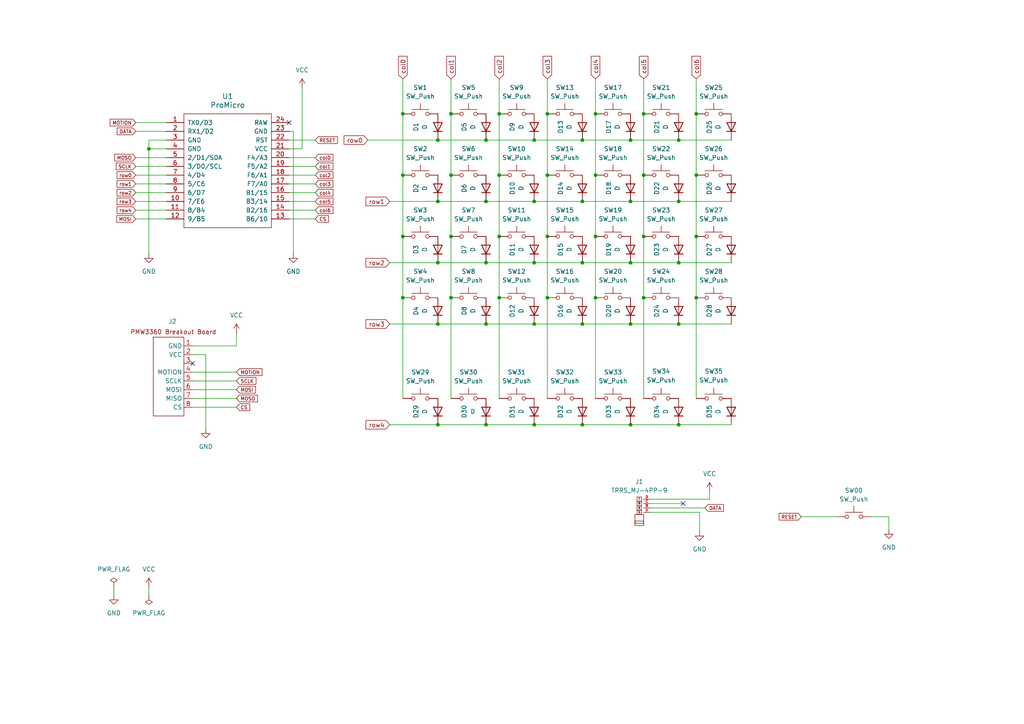
<source format=kicad_sch>
(kicad_sch
	(version 20250114)
	(generator "eeschema")
	(generator_version "9.0")
	(uuid "19d4b7e0-17a0-4c54-923c-72f52ae510e4")
	(paper "A4")
	(lib_symbols
		(symbol "Device:D"
			(pin_numbers
				(hide yes)
			)
			(pin_names
				(offset 1.016)
				(hide yes)
			)
			(exclude_from_sim no)
			(in_bom yes)
			(on_board yes)
			(property "Reference" "D"
				(at 0 2.54 0)
				(effects
					(font
						(size 1.27 1.27)
					)
				)
			)
			(property "Value" "D"
				(at 0 -2.54 0)
				(effects
					(font
						(size 1.27 1.27)
					)
				)
			)
			(property "Footprint" ""
				(at 0 0 0)
				(effects
					(font
						(size 1.27 1.27)
					)
					(hide yes)
				)
			)
			(property "Datasheet" "~"
				(at 0 0 0)
				(effects
					(font
						(size 1.27 1.27)
					)
					(hide yes)
				)
			)
			(property "Description" "Diode"
				(at 0 0 0)
				(effects
					(font
						(size 1.27 1.27)
					)
					(hide yes)
				)
			)
			(property "Sim.Device" "D"
				(at 0 0 0)
				(effects
					(font
						(size 1.27 1.27)
					)
					(hide yes)
				)
			)
			(property "Sim.Pins" "1=K 2=A"
				(at 0 0 0)
				(effects
					(font
						(size 1.27 1.27)
					)
					(hide yes)
				)
			)
			(property "ki_keywords" "diode"
				(at 0 0 0)
				(effects
					(font
						(size 1.27 1.27)
					)
					(hide yes)
				)
			)
			(property "ki_fp_filters" "TO-???* *_Diode_* *SingleDiode* D_*"
				(at 0 0 0)
				(effects
					(font
						(size 1.27 1.27)
					)
					(hide yes)
				)
			)
			(symbol "D_0_1"
				(polyline
					(pts
						(xy -1.27 1.27) (xy -1.27 -1.27)
					)
					(stroke
						(width 0.254)
						(type default)
					)
					(fill
						(type none)
					)
				)
				(polyline
					(pts
						(xy 1.27 1.27) (xy 1.27 -1.27) (xy -1.27 0) (xy 1.27 1.27)
					)
					(stroke
						(width 0.254)
						(type default)
					)
					(fill
						(type none)
					)
				)
				(polyline
					(pts
						(xy 1.27 0) (xy -1.27 0)
					)
					(stroke
						(width 0)
						(type default)
					)
					(fill
						(type none)
					)
				)
			)
			(symbol "D_1_1"
				(pin passive line
					(at -3.81 0 0)
					(length 2.54)
					(name "K"
						(effects
							(font
								(size 1.27 1.27)
							)
						)
					)
					(number "1"
						(effects
							(font
								(size 1.27 1.27)
							)
						)
					)
				)
				(pin passive line
					(at 3.81 0 180)
					(length 2.54)
					(name "A"
						(effects
							(font
								(size 1.27 1.27)
							)
						)
					)
					(number "2"
						(effects
							(font
								(size 1.27 1.27)
							)
						)
					)
				)
			)
			(embedded_fonts no)
		)
		(symbol "Salicylic_kbd:TRRS_MJ-4PP-9"
			(pin_names
				(offset 1.016)
			)
			(exclude_from_sim no)
			(in_bom yes)
			(on_board yes)
			(property "Reference" "J"
				(at 0 5.08 0)
				(effects
					(font
						(size 1.27 1.27)
					)
				)
			)
			(property "Value" "TRRS_MJ-4PP-9"
				(at 0 -6.985 0)
				(effects
					(font
						(size 1.27 1.27)
					)
				)
			)
			(property "Footprint" ""
				(at 0 5.08 0)
				(effects
					(font
						(size 1.27 1.27)
					)
					(hide yes)
				)
			)
			(property "Datasheet" ""
				(at 0 5.08 0)
				(effects
					(font
						(size 1.27 1.27)
					)
					(hide yes)
				)
			)
			(property "Description" ""
				(at 0 0 0)
				(effects
					(font
						(size 1.27 1.27)
					)
					(hide yes)
				)
			)
			(symbol "TRRS_MJ-4PP-9_0_0"
				(text "T"
					(at 0 2.54 0)
					(effects
						(font
							(size 0.6096 0.6096)
						)
					)
				)
				(text "R"
					(at 0 1.27 0)
					(effects
						(font
							(size 0.6096 0.6096)
						)
					)
				)
				(text "R"
					(at 0 0 0)
					(effects
						(font
							(size 0.6096 0.6096)
						)
					)
				)
				(text "S"
					(at 0 -1.27 0)
					(effects
						(font
							(size 0.6096 0.6096)
						)
					)
				)
			)
			(symbol "TRRS_MJ-4PP-9_0_1"
				(rectangle
					(start -1.27 -1.905)
					(end 1.27 -5.08)
					(stroke
						(width 0)
						(type solid)
					)
					(fill
						(type none)
					)
				)
				(rectangle
					(start -1.27 -3.81)
					(end 1.27 -4.445)
					(stroke
						(width 0)
						(type solid)
					)
					(fill
						(type none)
					)
				)
				(rectangle
					(start -0.635 3.175)
					(end 0.635 1.905)
					(stroke
						(width 0)
						(type solid)
					)
					(fill
						(type none)
					)
				)
				(rectangle
					(start -0.635 1.905)
					(end 0.635 0.635)
					(stroke
						(width 0)
						(type solid)
					)
					(fill
						(type none)
					)
				)
				(rectangle
					(start -0.635 0.635)
					(end 0.635 -0.635)
					(stroke
						(width 0)
						(type solid)
					)
					(fill
						(type none)
					)
				)
				(rectangle
					(start -0.635 -0.635)
					(end 0.635 -1.905)
					(stroke
						(width 0)
						(type solid)
					)
					(fill
						(type none)
					)
				)
			)
			(symbol "TRRS_MJ-4PP-9_1_1"
				(pin input line
					(at 3.175 2.54 180)
					(length 2.0066)
					(name "~"
						(effects
							(font
								(size 0.508 0.508)
							)
						)
					)
					(number "D"
						(effects
							(font
								(size 0.7112 0.7112)
							)
						)
					)
				)
				(pin input line
					(at 3.175 1.27 180)
					(length 2.0066)
					(name "~"
						(effects
							(font
								(size 0.508 0.508)
							)
						)
					)
					(number "C"
						(effects
							(font
								(size 0.7112 0.7112)
							)
						)
					)
				)
				(pin input line
					(at 3.175 0 180)
					(length 2.0066)
					(name "~"
						(effects
							(font
								(size 0.508 0.508)
							)
						)
					)
					(number "B"
						(effects
							(font
								(size 0.7112 0.7112)
							)
						)
					)
				)
				(pin input line
					(at 3.175 -1.27 180)
					(length 2.0066)
					(name "~"
						(effects
							(font
								(size 0.508 0.508)
							)
						)
					)
					(number "A"
						(effects
							(font
								(size 0.7112 0.7112)
							)
						)
					)
				)
			)
			(embedded_fonts no)
		)
		(symbol "Switch:SW_Push"
			(pin_numbers
				(hide yes)
			)
			(pin_names
				(offset 1.016)
				(hide yes)
			)
			(exclude_from_sim no)
			(in_bom yes)
			(on_board yes)
			(property "Reference" "SW"
				(at 1.27 2.54 0)
				(effects
					(font
						(size 1.27 1.27)
					)
					(justify left)
				)
			)
			(property "Value" "SW_Push"
				(at 0 -1.524 0)
				(effects
					(font
						(size 1.27 1.27)
					)
				)
			)
			(property "Footprint" ""
				(at 0 5.08 0)
				(effects
					(font
						(size 1.27 1.27)
					)
					(hide yes)
				)
			)
			(property "Datasheet" "~"
				(at 0 5.08 0)
				(effects
					(font
						(size 1.27 1.27)
					)
					(hide yes)
				)
			)
			(property "Description" "Push button switch, generic, two pins"
				(at 0 0 0)
				(effects
					(font
						(size 1.27 1.27)
					)
					(hide yes)
				)
			)
			(property "ki_keywords" "switch normally-open pushbutton push-button"
				(at 0 0 0)
				(effects
					(font
						(size 1.27 1.27)
					)
					(hide yes)
				)
			)
			(symbol "SW_Push_0_1"
				(circle
					(center -2.032 0)
					(radius 0.508)
					(stroke
						(width 0)
						(type default)
					)
					(fill
						(type none)
					)
				)
				(polyline
					(pts
						(xy 0 1.27) (xy 0 3.048)
					)
					(stroke
						(width 0)
						(type default)
					)
					(fill
						(type none)
					)
				)
				(circle
					(center 2.032 0)
					(radius 0.508)
					(stroke
						(width 0)
						(type default)
					)
					(fill
						(type none)
					)
				)
				(polyline
					(pts
						(xy 2.54 1.27) (xy -2.54 1.27)
					)
					(stroke
						(width 0)
						(type default)
					)
					(fill
						(type none)
					)
				)
				(pin passive line
					(at -5.08 0 0)
					(length 2.54)
					(name "1"
						(effects
							(font
								(size 1.27 1.27)
							)
						)
					)
					(number "1"
						(effects
							(font
								(size 1.27 1.27)
							)
						)
					)
				)
				(pin passive line
					(at 5.08 0 180)
					(length 2.54)
					(name "2"
						(effects
							(font
								(size 1.27 1.27)
							)
						)
					)
					(number "2"
						(effects
							(font
								(size 1.27 1.27)
							)
						)
					)
				)
			)
			(embedded_fonts no)
		)
		(symbol "kbd:ProMicro"
			(pin_names
				(offset 1.016)
			)
			(exclude_from_sim no)
			(in_bom yes)
			(on_board yes)
			(property "Reference" "U"
				(at 0 19.05 0)
				(effects
					(font
						(size 1.524 1.524)
					)
				)
			)
			(property "Value" "ProMicro"
				(at 0 -19.05 0)
				(effects
					(font
						(size 1.524 1.524)
					)
				)
			)
			(property "Footprint" ""
				(at 2.54 -26.67 0)
				(effects
					(font
						(size 1.524 1.524)
					)
				)
			)
			(property "Datasheet" ""
				(at 2.54 -26.67 0)
				(effects
					(font
						(size 1.524 1.524)
					)
				)
			)
			(property "Description" ""
				(at 0 0 0)
				(effects
					(font
						(size 1.27 1.27)
					)
					(hide yes)
				)
			)
			(symbol "ProMicro_0_1"
				(rectangle
					(start -12.7 16.51)
					(end 12.7 -16.51)
					(stroke
						(width 0)
						(type solid)
					)
					(fill
						(type none)
					)
				)
			)
			(symbol "ProMicro_1_1"
				(pin bidirectional line
					(at -17.78 13.97 0)
					(length 5.08)
					(name "TX0/D3"
						(effects
							(font
								(size 1.27 1.27)
							)
						)
					)
					(number "1"
						(effects
							(font
								(size 1.27 1.27)
							)
						)
					)
				)
				(pin bidirectional line
					(at -17.78 11.43 0)
					(length 5.08)
					(name "RX1/D2"
						(effects
							(font
								(size 1.27 1.27)
							)
						)
					)
					(number "2"
						(effects
							(font
								(size 1.27 1.27)
							)
						)
					)
				)
				(pin power_in line
					(at -17.78 8.89 0)
					(length 5.08)
					(name "GND"
						(effects
							(font
								(size 1.27 1.27)
							)
						)
					)
					(number "3"
						(effects
							(font
								(size 1.27 1.27)
							)
						)
					)
				)
				(pin power_in line
					(at -17.78 6.35 0)
					(length 5.08)
					(name "GND"
						(effects
							(font
								(size 1.27 1.27)
							)
						)
					)
					(number "4"
						(effects
							(font
								(size 1.27 1.27)
							)
						)
					)
				)
				(pin bidirectional line
					(at -17.78 3.81 0)
					(length 5.08)
					(name "2/D1/SDA"
						(effects
							(font
								(size 1.27 1.27)
							)
						)
					)
					(number "5"
						(effects
							(font
								(size 1.27 1.27)
							)
						)
					)
				)
				(pin bidirectional line
					(at -17.78 1.27 0)
					(length 5.08)
					(name "3/D0/SCL"
						(effects
							(font
								(size 1.27 1.27)
							)
						)
					)
					(number "6"
						(effects
							(font
								(size 1.27 1.27)
							)
						)
					)
				)
				(pin bidirectional line
					(at -17.78 -1.27 0)
					(length 5.08)
					(name "4/D4"
						(effects
							(font
								(size 1.27 1.27)
							)
						)
					)
					(number "7"
						(effects
							(font
								(size 1.27 1.27)
							)
						)
					)
				)
				(pin bidirectional line
					(at -17.78 -3.81 0)
					(length 5.08)
					(name "5/C6"
						(effects
							(font
								(size 1.27 1.27)
							)
						)
					)
					(number "8"
						(effects
							(font
								(size 1.27 1.27)
							)
						)
					)
				)
				(pin bidirectional line
					(at -17.78 -6.35 0)
					(length 5.08)
					(name "6/D7"
						(effects
							(font
								(size 1.27 1.27)
							)
						)
					)
					(number "9"
						(effects
							(font
								(size 1.27 1.27)
							)
						)
					)
				)
				(pin bidirectional line
					(at -17.78 -8.89 0)
					(length 5.08)
					(name "7/E6"
						(effects
							(font
								(size 1.27 1.27)
							)
						)
					)
					(number "10"
						(effects
							(font
								(size 1.27 1.27)
							)
						)
					)
				)
				(pin bidirectional line
					(at -17.78 -11.43 0)
					(length 5.08)
					(name "8/B4"
						(effects
							(font
								(size 1.27 1.27)
							)
						)
					)
					(number "11"
						(effects
							(font
								(size 1.27 1.27)
							)
						)
					)
				)
				(pin bidirectional line
					(at -17.78 -13.97 0)
					(length 5.08)
					(name "9/B5"
						(effects
							(font
								(size 1.27 1.27)
							)
						)
					)
					(number "12"
						(effects
							(font
								(size 1.27 1.27)
							)
						)
					)
				)
				(pin power_out line
					(at 17.78 13.97 180)
					(length 5.08)
					(name "RAW"
						(effects
							(font
								(size 1.27 1.27)
							)
						)
					)
					(number "24"
						(effects
							(font
								(size 1.27 1.27)
							)
						)
					)
				)
				(pin power_in line
					(at 17.78 11.43 180)
					(length 5.08)
					(name "GND"
						(effects
							(font
								(size 1.27 1.27)
							)
						)
					)
					(number "23"
						(effects
							(font
								(size 1.27 1.27)
							)
						)
					)
				)
				(pin input line
					(at 17.78 8.89 180)
					(length 5.08)
					(name "RST"
						(effects
							(font
								(size 1.27 1.27)
							)
						)
					)
					(number "22"
						(effects
							(font
								(size 1.27 1.27)
							)
						)
					)
				)
				(pin power_in line
					(at 17.78 6.35 180)
					(length 5.08)
					(name "VCC"
						(effects
							(font
								(size 1.27 1.27)
							)
						)
					)
					(number "21"
						(effects
							(font
								(size 1.27 1.27)
							)
						)
					)
				)
				(pin bidirectional line
					(at 17.78 3.81 180)
					(length 5.08)
					(name "F4/A3"
						(effects
							(font
								(size 1.27 1.27)
							)
						)
					)
					(number "20"
						(effects
							(font
								(size 1.27 1.27)
							)
						)
					)
				)
				(pin bidirectional line
					(at 17.78 1.27 180)
					(length 5.08)
					(name "F5/A2"
						(effects
							(font
								(size 1.27 1.27)
							)
						)
					)
					(number "19"
						(effects
							(font
								(size 1.27 1.27)
							)
						)
					)
				)
				(pin bidirectional line
					(at 17.78 -1.27 180)
					(length 5.08)
					(name "F6/A1"
						(effects
							(font
								(size 1.27 1.27)
							)
						)
					)
					(number "18"
						(effects
							(font
								(size 1.27 1.27)
							)
						)
					)
				)
				(pin bidirectional line
					(at 17.78 -3.81 180)
					(length 5.08)
					(name "F7/A0"
						(effects
							(font
								(size 1.27 1.27)
							)
						)
					)
					(number "17"
						(effects
							(font
								(size 1.27 1.27)
							)
						)
					)
				)
				(pin bidirectional line
					(at 17.78 -6.35 180)
					(length 5.08)
					(name "B1/15"
						(effects
							(font
								(size 1.27 1.27)
							)
						)
					)
					(number "16"
						(effects
							(font
								(size 1.27 1.27)
							)
						)
					)
				)
				(pin bidirectional line
					(at 17.78 -8.89 180)
					(length 5.08)
					(name "B3/14"
						(effects
							(font
								(size 1.27 1.27)
							)
						)
					)
					(number "15"
						(effects
							(font
								(size 1.27 1.27)
							)
						)
					)
				)
				(pin bidirectional line
					(at 17.78 -11.43 180)
					(length 5.08)
					(name "B2/16"
						(effects
							(font
								(size 1.27 1.27)
							)
						)
					)
					(number "14"
						(effects
							(font
								(size 1.27 1.27)
							)
						)
					)
				)
				(pin bidirectional line
					(at 17.78 -13.97 180)
					(length 5.08)
					(name "B6/10"
						(effects
							(font
								(size 1.27 1.27)
							)
						)
					)
					(number "13"
						(effects
							(font
								(size 1.27 1.27)
							)
						)
					)
				)
			)
			(embedded_fonts no)
		)
		(symbol "my_symbol:PMW3360_Breakout_Board"
			(exclude_from_sim no)
			(in_bom yes)
			(on_board yes)
			(property "Reference" "J"
				(at -6.858 6.604 0)
				(effects
					(font
						(size 1.27 1.27)
					)
				)
			)
			(property "Value" ""
				(at 0 0 0)
				(effects
					(font
						(size 1.27 1.27)
					)
				)
			)
			(property "Footprint" ""
				(at 0 0 0)
				(effects
					(font
						(size 1.27 1.27)
					)
					(hide yes)
				)
			)
			(property "Datasheet" ""
				(at 0 0 0)
				(effects
					(font
						(size 1.27 1.27)
					)
					(hide yes)
				)
			)
			(property "Description" ""
				(at 0 0 0)
				(effects
					(font
						(size 1.27 1.27)
					)
					(hide yes)
				)
			)
			(symbol "PMW3360_Breakout_Board_0_1"
				(rectangle
					(start -2.54 2.54)
					(end -11.43 -20.32)
					(stroke
						(width 0)
						(type default)
					)
					(fill
						(type none)
					)
				)
			)
			(symbol "PMW3360_Breakout_Board_1_1"
				(text "PMW3360 Breakout Board"
					(at -5.588 4.064 0)
					(effects
						(font
							(size 1.27 1.27)
						)
					)
				)
				(pin input line
					(at 0 0 180)
					(length 2.54)
					(name "GND"
						(effects
							(font
								(size 1.27 1.27)
							)
						)
					)
					(number "1"
						(effects
							(font
								(size 1.27 1.27)
							)
						)
					)
				)
				(pin input line
					(at 0 -2.54 180)
					(length 2.54)
					(name "VCC"
						(effects
							(font
								(size 1.27 1.27)
							)
						)
					)
					(number "2"
						(effects
							(font
								(size 1.27 1.27)
							)
						)
					)
				)
				(pin input line
					(at 0 -5.08 180)
					(length 2.54)
					(name ""
						(effects
							(font
								(size 1.27 1.27)
							)
						)
					)
					(number "3"
						(effects
							(font
								(size 1.27 1.27)
							)
						)
					)
				)
				(pin input line
					(at 0 -7.62 180)
					(length 2.54)
					(name "MOTION"
						(effects
							(font
								(size 1.27 1.27)
							)
						)
					)
					(number "4"
						(effects
							(font
								(size 1.27 1.27)
							)
						)
					)
				)
				(pin input line
					(at 0 -10.16 180)
					(length 2.54)
					(name "SCLK"
						(effects
							(font
								(size 1.27 1.27)
							)
						)
					)
					(number "5"
						(effects
							(font
								(size 1.27 1.27)
							)
						)
					)
				)
				(pin input line
					(at 0 -12.7 180)
					(length 2.54)
					(name "MOSI"
						(effects
							(font
								(size 1.27 1.27)
							)
						)
					)
					(number "6"
						(effects
							(font
								(size 1.27 1.27)
							)
						)
					)
				)
				(pin input line
					(at 0 -15.24 180)
					(length 2.54)
					(name "MISO"
						(effects
							(font
								(size 1.27 1.27)
							)
						)
					)
					(number "7"
						(effects
							(font
								(size 1.27 1.27)
							)
						)
					)
				)
				(pin input line
					(at 0 -17.78 180)
					(length 2.54)
					(name "CS"
						(effects
							(font
								(size 1.27 1.27)
							)
						)
					)
					(number "8"
						(effects
							(font
								(size 1.27 1.27)
							)
						)
					)
				)
			)
			(embedded_fonts no)
		)
		(symbol "power:GND"
			(power)
			(pin_numbers
				(hide yes)
			)
			(pin_names
				(offset 0)
				(hide yes)
			)
			(exclude_from_sim no)
			(in_bom yes)
			(on_board yes)
			(property "Reference" "#PWR"
				(at 0 -6.35 0)
				(effects
					(font
						(size 1.27 1.27)
					)
					(hide yes)
				)
			)
			(property "Value" "GND"
				(at 0 -3.81 0)
				(effects
					(font
						(size 1.27 1.27)
					)
				)
			)
			(property "Footprint" ""
				(at 0 0 0)
				(effects
					(font
						(size 1.27 1.27)
					)
					(hide yes)
				)
			)
			(property "Datasheet" ""
				(at 0 0 0)
				(effects
					(font
						(size 1.27 1.27)
					)
					(hide yes)
				)
			)
			(property "Description" "Power symbol creates a global label with name \"GND\" , ground"
				(at 0 0 0)
				(effects
					(font
						(size 1.27 1.27)
					)
					(hide yes)
				)
			)
			(property "ki_keywords" "global power"
				(at 0 0 0)
				(effects
					(font
						(size 1.27 1.27)
					)
					(hide yes)
				)
			)
			(symbol "GND_0_1"
				(polyline
					(pts
						(xy 0 0) (xy 0 -1.27) (xy 1.27 -1.27) (xy 0 -2.54) (xy -1.27 -1.27) (xy 0 -1.27)
					)
					(stroke
						(width 0)
						(type default)
					)
					(fill
						(type none)
					)
				)
			)
			(symbol "GND_1_1"
				(pin power_in line
					(at 0 0 270)
					(length 0)
					(name "~"
						(effects
							(font
								(size 1.27 1.27)
							)
						)
					)
					(number "1"
						(effects
							(font
								(size 1.27 1.27)
							)
						)
					)
				)
			)
			(embedded_fonts no)
		)
		(symbol "power:PWR_FLAG"
			(power)
			(pin_numbers
				(hide yes)
			)
			(pin_names
				(offset 0)
				(hide yes)
			)
			(exclude_from_sim no)
			(in_bom yes)
			(on_board yes)
			(property "Reference" "#FLG"
				(at 0 1.905 0)
				(effects
					(font
						(size 1.27 1.27)
					)
					(hide yes)
				)
			)
			(property "Value" "PWR_FLAG"
				(at 0 3.81 0)
				(effects
					(font
						(size 1.27 1.27)
					)
				)
			)
			(property "Footprint" ""
				(at 0 0 0)
				(effects
					(font
						(size 1.27 1.27)
					)
					(hide yes)
				)
			)
			(property "Datasheet" "~"
				(at 0 0 0)
				(effects
					(font
						(size 1.27 1.27)
					)
					(hide yes)
				)
			)
			(property "Description" "Special symbol for telling ERC where power comes from"
				(at 0 0 0)
				(effects
					(font
						(size 1.27 1.27)
					)
					(hide yes)
				)
			)
			(property "ki_keywords" "flag power"
				(at 0 0 0)
				(effects
					(font
						(size 1.27 1.27)
					)
					(hide yes)
				)
			)
			(symbol "PWR_FLAG_0_0"
				(pin power_out line
					(at 0 0 90)
					(length 0)
					(name "~"
						(effects
							(font
								(size 1.27 1.27)
							)
						)
					)
					(number "1"
						(effects
							(font
								(size 1.27 1.27)
							)
						)
					)
				)
			)
			(symbol "PWR_FLAG_0_1"
				(polyline
					(pts
						(xy 0 0) (xy 0 1.27) (xy -1.016 1.905) (xy 0 2.54) (xy 1.016 1.905) (xy 0 1.27)
					)
					(stroke
						(width 0)
						(type default)
					)
					(fill
						(type none)
					)
				)
			)
			(embedded_fonts no)
		)
		(symbol "power:VCC"
			(power)
			(pin_numbers
				(hide yes)
			)
			(pin_names
				(offset 0)
				(hide yes)
			)
			(exclude_from_sim no)
			(in_bom yes)
			(on_board yes)
			(property "Reference" "#PWR"
				(at 0 -3.81 0)
				(effects
					(font
						(size 1.27 1.27)
					)
					(hide yes)
				)
			)
			(property "Value" "VCC"
				(at 0 3.556 0)
				(effects
					(font
						(size 1.27 1.27)
					)
				)
			)
			(property "Footprint" ""
				(at 0 0 0)
				(effects
					(font
						(size 1.27 1.27)
					)
					(hide yes)
				)
			)
			(property "Datasheet" ""
				(at 0 0 0)
				(effects
					(font
						(size 1.27 1.27)
					)
					(hide yes)
				)
			)
			(property "Description" "Power symbol creates a global label with name \"VCC\""
				(at 0 0 0)
				(effects
					(font
						(size 1.27 1.27)
					)
					(hide yes)
				)
			)
			(property "ki_keywords" "global power"
				(at 0 0 0)
				(effects
					(font
						(size 1.27 1.27)
					)
					(hide yes)
				)
			)
			(symbol "VCC_0_1"
				(polyline
					(pts
						(xy -0.762 1.27) (xy 0 2.54)
					)
					(stroke
						(width 0)
						(type default)
					)
					(fill
						(type none)
					)
				)
				(polyline
					(pts
						(xy 0 2.54) (xy 0.762 1.27)
					)
					(stroke
						(width 0)
						(type default)
					)
					(fill
						(type none)
					)
				)
				(polyline
					(pts
						(xy 0 0) (xy 0 2.54)
					)
					(stroke
						(width 0)
						(type default)
					)
					(fill
						(type none)
					)
				)
			)
			(symbol "VCC_1_1"
				(pin power_in line
					(at 0 0 90)
					(length 0)
					(name "~"
						(effects
							(font
								(size 1.27 1.27)
							)
						)
					)
					(number "1"
						(effects
							(font
								(size 1.27 1.27)
							)
						)
					)
				)
			)
			(embedded_fonts no)
		)
	)
	(junction
		(at 168.91 58.42)
		(diameter 0)
		(color 0 0 0 0)
		(uuid "029481d9-3891-4c18-98fa-ed94c51f01d9")
	)
	(junction
		(at 182.88 40.64)
		(diameter 0)
		(color 0 0 0 0)
		(uuid "04aef331-3e3c-484a-9515-f8f1c9ac9a1d")
	)
	(junction
		(at 182.88 58.42)
		(diameter 0)
		(color 0 0 0 0)
		(uuid "0b9fd812-f793-441c-b944-9fe2458b8abf")
	)
	(junction
		(at 43.18 43.18)
		(diameter 0)
		(color 0 0 0 0)
		(uuid "114d8b9f-12c8-40c3-8073-c75ce80caa46")
	)
	(junction
		(at 158.75 68.58)
		(diameter 0)
		(color 0 0 0 0)
		(uuid "13bc4a96-2393-4b7b-9fc0-38fc489b739c")
	)
	(junction
		(at 158.75 33.02)
		(diameter 0)
		(color 0 0 0 0)
		(uuid "140936cc-797f-488e-895d-5960cca448c2")
	)
	(junction
		(at 172.72 86.36)
		(diameter 0)
		(color 0 0 0 0)
		(uuid "1746f76b-cbc9-4f6a-9683-4dee1f6d757d")
	)
	(junction
		(at 144.78 68.58)
		(diameter 0)
		(color 0 0 0 0)
		(uuid "20b2ab05-623b-4971-8d0e-0611badd6e07")
	)
	(junction
		(at 186.69 33.02)
		(diameter 0)
		(color 0 0 0 0)
		(uuid "2183d4c3-ae5c-4b35-8595-33cf02be87b3")
	)
	(junction
		(at 196.85 40.64)
		(diameter 0)
		(color 0 0 0 0)
		(uuid "235936d8-ea86-45d1-80fb-f71eb79f0e90")
	)
	(junction
		(at 172.72 50.8)
		(diameter 0)
		(color 0 0 0 0)
		(uuid "265cf0f4-342b-4d6c-aa3c-6992b98891cb")
	)
	(junction
		(at 130.81 68.58)
		(diameter 0)
		(color 0 0 0 0)
		(uuid "2dfbea08-b142-4709-b82d-193908cf235d")
	)
	(junction
		(at 168.91 93.98)
		(diameter 0)
		(color 0 0 0 0)
		(uuid "2e156296-02fd-4877-8960-4a56419f8714")
	)
	(junction
		(at 144.78 33.02)
		(diameter 0)
		(color 0 0 0 0)
		(uuid "2e46781d-180b-4ae9-a11a-2d9dba30cbad")
	)
	(junction
		(at 127 40.64)
		(diameter 0)
		(color 0 0 0 0)
		(uuid "3a822044-b2d2-44b3-9b74-42a60a0c3f32")
	)
	(junction
		(at 168.91 40.64)
		(diameter 0)
		(color 0 0 0 0)
		(uuid "3b3768e1-1b25-424f-a250-d1a8ef663d9b")
	)
	(junction
		(at 130.81 86.36)
		(diameter 0)
		(color 0 0 0 0)
		(uuid "40e12eec-cb59-4dea-9d3e-01237f2cad09")
	)
	(junction
		(at 158.75 86.36)
		(diameter 0)
		(color 0 0 0 0)
		(uuid "4c9ed200-d15d-4d68-a90f-c10fa906ed42")
	)
	(junction
		(at 201.93 86.36)
		(diameter 0)
		(color 0 0 0 0)
		(uuid "4f10d81a-c539-4cbb-898b-7de38fedbf4b")
	)
	(junction
		(at 144.78 86.36)
		(diameter 0)
		(color 0 0 0 0)
		(uuid "56eef170-73ed-4907-885c-24ec3454b9b4")
	)
	(junction
		(at 140.97 58.42)
		(diameter 0)
		(color 0 0 0 0)
		(uuid "59cb6615-27ad-4fe8-b958-1e6621e2710b")
	)
	(junction
		(at 127 93.98)
		(diameter 0)
		(color 0 0 0 0)
		(uuid "5ad47be9-bb1c-41a9-a00d-b1554e6d08fa")
	)
	(junction
		(at 201.93 33.02)
		(diameter 0)
		(color 0 0 0 0)
		(uuid "5ec2faac-2e9e-4544-b638-87817a0d0df8")
	)
	(junction
		(at 116.84 86.36)
		(diameter 0)
		(color 0 0 0 0)
		(uuid "646b889b-e775-45d2-8b2c-b1a884be5519")
	)
	(junction
		(at 154.94 123.19)
		(diameter 0)
		(color 0 0 0 0)
		(uuid "65911b18-bc89-4d0c-8eb0-83453caa8f20")
	)
	(junction
		(at 154.94 58.42)
		(diameter 0)
		(color 0 0 0 0)
		(uuid "6ae922cf-a10e-446f-a612-39309604ab4a")
	)
	(junction
		(at 116.84 68.58)
		(diameter 0)
		(color 0 0 0 0)
		(uuid "6e7df1d4-8a7e-4ada-807f-28a8561ad41e")
	)
	(junction
		(at 140.97 76.2)
		(diameter 0)
		(color 0 0 0 0)
		(uuid "6eeee584-f356-4b62-a7a9-b5f3f535f9ff")
	)
	(junction
		(at 168.91 123.19)
		(diameter 0)
		(color 0 0 0 0)
		(uuid "75b41694-29ae-45ce-a4f1-6693681b6323")
	)
	(junction
		(at 201.93 68.58)
		(diameter 0)
		(color 0 0 0 0)
		(uuid "8002811c-383b-450a-bf72-a3ab0f0edbbe")
	)
	(junction
		(at 154.94 40.64)
		(diameter 0)
		(color 0 0 0 0)
		(uuid "841785d9-a30b-4754-ba94-666c479df74a")
	)
	(junction
		(at 196.85 58.42)
		(diameter 0)
		(color 0 0 0 0)
		(uuid "868d0f68-994b-4714-abef-6b51f59224f9")
	)
	(junction
		(at 140.97 123.19)
		(diameter 0)
		(color 0 0 0 0)
		(uuid "8aaae2a7-a663-41ca-bfbc-561a8e71f342")
	)
	(junction
		(at 186.69 68.58)
		(diameter 0)
		(color 0 0 0 0)
		(uuid "90209b75-c999-4e00-9077-adebafe30788")
	)
	(junction
		(at 158.75 50.8)
		(diameter 0)
		(color 0 0 0 0)
		(uuid "9305a2b3-f4f1-4f1e-8280-4ab43adf5636")
	)
	(junction
		(at 182.88 123.19)
		(diameter 0)
		(color 0 0 0 0)
		(uuid "9d99ef61-f6b5-4126-9ca2-f826e936d1a0")
	)
	(junction
		(at 196.85 76.2)
		(diameter 0)
		(color 0 0 0 0)
		(uuid "9ee27553-8d83-471f-90ac-75979c44fb63")
	)
	(junction
		(at 130.81 33.02)
		(diameter 0)
		(color 0 0 0 0)
		(uuid "a0f8c9d4-cad8-47d6-97cb-e6c900811723")
	)
	(junction
		(at 201.93 50.8)
		(diameter 0)
		(color 0 0 0 0)
		(uuid "a1b6fd4d-55f4-412a-a27e-d7671ad41a2b")
	)
	(junction
		(at 127 123.19)
		(diameter 0)
		(color 0 0 0 0)
		(uuid "a5c64e75-8146-49b4-ac35-e373bf0b8d22")
	)
	(junction
		(at 116.84 33.02)
		(diameter 0)
		(color 0 0 0 0)
		(uuid "a6a44d12-27c2-4435-9b0b-d6dd74cfeb13")
	)
	(junction
		(at 196.85 123.19)
		(diameter 0)
		(color 0 0 0 0)
		(uuid "aaf116a6-0b9f-4e29-a4ee-6889719d9970")
	)
	(junction
		(at 140.97 40.64)
		(diameter 0)
		(color 0 0 0 0)
		(uuid "af5ca34c-e51e-4a61-b3f7-2f85a46d9af4")
	)
	(junction
		(at 130.81 50.8)
		(diameter 0)
		(color 0 0 0 0)
		(uuid "b03912ca-2b72-43d7-9ee6-6c8614a2843c")
	)
	(junction
		(at 168.91 76.2)
		(diameter 0)
		(color 0 0 0 0)
		(uuid "b04fc260-dfdf-49e0-90eb-8e10f865a8ab")
	)
	(junction
		(at 196.85 93.98)
		(diameter 0)
		(color 0 0 0 0)
		(uuid "b42c327f-6f41-40bd-b812-f646504194ec")
	)
	(junction
		(at 140.97 93.98)
		(diameter 0)
		(color 0 0 0 0)
		(uuid "b719842c-4fd8-4589-8586-578b1c591eee")
	)
	(junction
		(at 172.72 68.58)
		(diameter 0)
		(color 0 0 0 0)
		(uuid "c0a12b4a-ebab-4060-8d4f-5831312590f6")
	)
	(junction
		(at 186.69 50.8)
		(diameter 0)
		(color 0 0 0 0)
		(uuid "c1aaf7b8-822b-485d-a4e6-0d188393a6f6")
	)
	(junction
		(at 144.78 50.8)
		(diameter 0)
		(color 0 0 0 0)
		(uuid "c32a696f-00c0-4bbe-b0c6-292f1abf1031")
	)
	(junction
		(at 154.94 76.2)
		(diameter 0)
		(color 0 0 0 0)
		(uuid "c8db7141-9404-4342-8151-aee06a2454d3")
	)
	(junction
		(at 172.72 33.02)
		(diameter 0)
		(color 0 0 0 0)
		(uuid "d68a82bc-1203-4268-aa08-e7c024cac87a")
	)
	(junction
		(at 127 58.42)
		(diameter 0)
		(color 0 0 0 0)
		(uuid "dd04b851-2da7-40d0-bb22-5bcdcbc99730")
	)
	(junction
		(at 186.69 86.36)
		(diameter 0)
		(color 0 0 0 0)
		(uuid "e1fa3b51-d64f-4465-acb9-1b6bdf18af71")
	)
	(junction
		(at 154.94 93.98)
		(diameter 0)
		(color 0 0 0 0)
		(uuid "ec94a04a-c888-4d15-9a2f-ad23eb23f87e")
	)
	(junction
		(at 116.84 50.8)
		(diameter 0)
		(color 0 0 0 0)
		(uuid "f387272c-5bed-42de-9702-f70d20c56239")
	)
	(junction
		(at 182.88 93.98)
		(diameter 0)
		(color 0 0 0 0)
		(uuid "f49521df-cd94-470e-bef7-0d2addfd355b")
	)
	(junction
		(at 127 76.2)
		(diameter 0)
		(color 0 0 0 0)
		(uuid "fcca2402-c4f3-49f2-b209-f771108789a9")
	)
	(junction
		(at 182.88 76.2)
		(diameter 0)
		(color 0 0 0 0)
		(uuid "ff81e44c-7683-4226-b6d8-6c6a3ac62ed4")
	)
	(no_connect
		(at 83.82 35.56)
		(uuid "3bc10844-8561-481b-9be8-7add2457091f")
	)
	(no_connect
		(at 55.88 105.41)
		(uuid "59c0d6f2-5f8c-4834-a375-6b6ae19f0bdc")
	)
	(no_connect
		(at 198.12 146.05)
		(uuid "bbc9416a-ea44-40f5-9ae4-f7a33d2ce123")
	)
	(wire
		(pts
			(xy 127 123.19) (xy 140.97 123.19)
		)
		(stroke
			(width 0)
			(type default)
		)
		(uuid "00a108c3-aa81-40be-87e6-b5c7faf146d9")
	)
	(wire
		(pts
			(xy 144.78 33.02) (xy 144.78 50.8)
		)
		(stroke
			(width 0)
			(type default)
		)
		(uuid "03e47cc0-335a-4992-b6d9-1b2a127c858e")
	)
	(wire
		(pts
			(xy 182.88 93.98) (xy 196.85 93.98)
		)
		(stroke
			(width 0)
			(type default)
		)
		(uuid "05989776-5e4d-4aa9-ba17-2df08e489f35")
	)
	(wire
		(pts
			(xy 154.94 40.64) (xy 168.91 40.64)
		)
		(stroke
			(width 0)
			(type default)
		)
		(uuid "070205bd-315b-495a-8a33-716b55f7dc7c")
	)
	(wire
		(pts
			(xy 168.91 93.98) (xy 182.88 93.98)
		)
		(stroke
			(width 0)
			(type default)
		)
		(uuid "07133e68-54be-4411-9a62-71da1f087c49")
	)
	(wire
		(pts
			(xy 83.82 38.1) (xy 85.09 38.1)
		)
		(stroke
			(width 0)
			(type default)
		)
		(uuid "0e9376f9-7fc0-4fe2-9b94-8bf9f37b5316")
	)
	(wire
		(pts
			(xy 48.26 40.64) (xy 43.18 40.64)
		)
		(stroke
			(width 0)
			(type default)
		)
		(uuid "0eb3e4c0-4246-41e6-a04b-c325bb4d8441")
	)
	(wire
		(pts
			(xy 144.78 68.58) (xy 144.78 86.36)
		)
		(stroke
			(width 0)
			(type default)
		)
		(uuid "122caa01-01dd-46cb-8525-29497ba4c43a")
	)
	(wire
		(pts
			(xy 154.94 76.2) (xy 168.91 76.2)
		)
		(stroke
			(width 0)
			(type default)
		)
		(uuid "1245ac79-b55c-4a79-b1fb-1999db2e3e7f")
	)
	(wire
		(pts
			(xy 144.78 22.86) (xy 144.78 33.02)
		)
		(stroke
			(width 0)
			(type default)
		)
		(uuid "17c395a8-5ae7-482c-b949-c9942711a535")
	)
	(wire
		(pts
			(xy 144.78 86.36) (xy 144.78 115.57)
		)
		(stroke
			(width 0)
			(type default)
		)
		(uuid "18c22b9d-99c1-4715-b4f5-52fcf6ad2290")
	)
	(wire
		(pts
			(xy 116.84 22.86) (xy 116.84 33.02)
		)
		(stroke
			(width 0)
			(type default)
		)
		(uuid "1b187841-fab3-4cc6-bbe2-2426bd9fa010")
	)
	(wire
		(pts
			(xy 130.81 68.58) (xy 130.81 86.36)
		)
		(stroke
			(width 0)
			(type default)
		)
		(uuid "25f8d4e5-839f-483c-99d4-833640b65a8d")
	)
	(wire
		(pts
			(xy 188.595 144.78) (xy 205.8 144.78)
		)
		(stroke
			(width 0)
			(type default)
		)
		(uuid "26115a45-9a51-4552-82d1-c7410ad071c1")
	)
	(wire
		(pts
			(xy 201.93 86.36) (xy 201.93 115.57)
		)
		(stroke
			(width 0)
			(type default)
		)
		(uuid "2ae7b224-1db3-4682-9d6a-dce5206f7a4e")
	)
	(wire
		(pts
			(xy 201.93 68.58) (xy 201.93 86.36)
		)
		(stroke
			(width 0)
			(type default)
		)
		(uuid "2b8dcca2-8bbd-443f-adde-7da73463ad10")
	)
	(wire
		(pts
			(xy 116.84 68.58) (xy 116.84 86.36)
		)
		(stroke
			(width 0)
			(type default)
		)
		(uuid "2c0f585a-0d8b-4fd9-b48d-7b26dd7e8230")
	)
	(wire
		(pts
			(xy 205.8 142.5) (xy 205.8 144.78)
		)
		(stroke
			(width 0)
			(type default)
		)
		(uuid "2da805b5-786d-424c-9aa0-b453524b2da8")
	)
	(wire
		(pts
			(xy 39.37 58.42) (xy 48.26 58.42)
		)
		(stroke
			(width 0)
			(type default)
		)
		(uuid "31b7740f-75ca-45bc-a88f-f472c9c0e8d4")
	)
	(wire
		(pts
			(xy 43.18 43.18) (xy 43.18 73.66)
		)
		(stroke
			(width 0)
			(type default)
		)
		(uuid "352fcd51-411b-4a68-abb4-20b99d5bd0ae")
	)
	(wire
		(pts
			(xy 182.88 123.19) (xy 196.85 123.19)
		)
		(stroke
			(width 0)
			(type default)
		)
		(uuid "38e2461e-3dbc-426b-98c7-33250ea5364f")
	)
	(wire
		(pts
			(xy 55.88 110.49) (xy 68.58 110.49)
		)
		(stroke
			(width 0)
			(type default)
		)
		(uuid "3b048670-5bf2-4c31-b3e4-e015515bdb32")
	)
	(wire
		(pts
			(xy 130.81 50.8) (xy 130.81 68.58)
		)
		(stroke
			(width 0)
			(type default)
		)
		(uuid "3f4bc9c4-2012-4d1b-95df-81e2457f5bb6")
	)
	(wire
		(pts
			(xy 43.18 40.64) (xy 43.18 43.18)
		)
		(stroke
			(width 0)
			(type default)
		)
		(uuid "401dee1f-b2db-4875-8f72-23c4dfcf080e")
	)
	(wire
		(pts
			(xy 158.75 86.36) (xy 158.75 115.57)
		)
		(stroke
			(width 0)
			(type default)
		)
		(uuid "424d86d2-6390-458c-806f-7359f746bfcd")
	)
	(wire
		(pts
			(xy 39.37 60.96) (xy 48.26 60.96)
		)
		(stroke
			(width 0)
			(type default)
		)
		(uuid "4312d4e9-8a12-4f92-ae60-be90e0ad30ae")
	)
	(wire
		(pts
			(xy 83.82 48.26) (xy 91.44 48.26)
		)
		(stroke
			(width 0)
			(type default)
		)
		(uuid "43c2f77a-b907-4b40-8733-fae338bfe3e5")
	)
	(wire
		(pts
			(xy 172.72 50.8) (xy 172.72 68.58)
		)
		(stroke
			(width 0)
			(type default)
		)
		(uuid "452be09f-8116-4249-9b78-da21ba7b509a")
	)
	(wire
		(pts
			(xy 196.85 40.64) (xy 182.88 40.64)
		)
		(stroke
			(width 0)
			(type default)
		)
		(uuid "466d1eae-46e3-4b15-96e2-80d9641e3d31")
	)
	(wire
		(pts
			(xy 130.81 86.36) (xy 130.81 115.57)
		)
		(stroke
			(width 0)
			(type default)
		)
		(uuid "4678fbaf-d1ea-44b3-892f-d3666f729b90")
	)
	(wire
		(pts
			(xy 252.73 149.86) (xy 257.81 149.86)
		)
		(stroke
			(width 0)
			(type default)
		)
		(uuid "4995346f-c626-4a16-816c-564962dcf8be")
	)
	(wire
		(pts
			(xy 186.69 50.8) (xy 186.69 68.58)
		)
		(stroke
			(width 0)
			(type default)
		)
		(uuid "4d63f9ce-f6f3-4ac6-8562-ef13b05b7b67")
	)
	(wire
		(pts
			(xy 140.97 76.2) (xy 154.94 76.2)
		)
		(stroke
			(width 0)
			(type default)
		)
		(uuid "52c58148-ed09-46e7-9a99-062004c4c694")
	)
	(wire
		(pts
			(xy 196.85 93.98) (xy 212.09 93.98)
		)
		(stroke
			(width 0)
			(type default)
		)
		(uuid "54a69353-5088-407b-9bdc-b83ae3095db7")
	)
	(wire
		(pts
			(xy 91.44 40.64) (xy 83.82 40.64)
		)
		(stroke
			(width 0)
			(type default)
		)
		(uuid "57eee780-488b-478b-89e1-3c16902e6d79")
	)
	(wire
		(pts
			(xy 39.37 55.88) (xy 48.26 55.88)
		)
		(stroke
			(width 0)
			(type default)
		)
		(uuid "5891ce04-1402-43a3-a176-af5d6998dbfd")
	)
	(wire
		(pts
			(xy 55.88 107.95) (xy 68.58 107.95)
		)
		(stroke
			(width 0)
			(type default)
		)
		(uuid "5a621589-2740-4c69-a220-aa0c245f1b42")
	)
	(wire
		(pts
			(xy 201.93 50.8) (xy 201.93 68.58)
		)
		(stroke
			(width 0)
			(type default)
		)
		(uuid "5c2eddb9-9f39-4371-97fc-38c0d156ce0c")
	)
	(wire
		(pts
			(xy 55.88 102.87) (xy 59.69 102.87)
		)
		(stroke
			(width 0)
			(type default)
		)
		(uuid "614199c3-6c82-4ed9-a68f-33b4fea59202")
	)
	(wire
		(pts
			(xy 130.81 33.02) (xy 130.81 50.8)
		)
		(stroke
			(width 0)
			(type default)
		)
		(uuid "68f2001f-7042-481f-8860-746a716925a3")
	)
	(wire
		(pts
			(xy 83.82 55.88) (xy 91.44 55.88)
		)
		(stroke
			(width 0)
			(type default)
		)
		(uuid "6bfd92e5-5ef9-4f15-aff6-ce78d8466651")
	)
	(wire
		(pts
			(xy 83.82 50.8) (xy 91.44 50.8)
		)
		(stroke
			(width 0)
			(type default)
		)
		(uuid "6e89c8af-c713-412a-b90c-8e872c31b498")
	)
	(wire
		(pts
			(xy 196.85 76.2) (xy 212.09 76.2)
		)
		(stroke
			(width 0)
			(type default)
		)
		(uuid "6f0ad8b2-b2a6-4a9f-b10a-67cbd1accd7f")
	)
	(wire
		(pts
			(xy 113.03 76.2) (xy 127 76.2)
		)
		(stroke
			(width 0)
			(type default)
		)
		(uuid "708b962d-ca0c-4248-bbff-77ec493c2cea")
	)
	(wire
		(pts
			(xy 202.9 148.59) (xy 202.9 154.2)
		)
		(stroke
			(width 0)
			(type default)
		)
		(uuid "7121891c-9a94-4488-8488-26a34ab5c608")
	)
	(wire
		(pts
			(xy 39.37 53.34) (xy 48.26 53.34)
		)
		(stroke
			(width 0)
			(type default)
		)
		(uuid "7128dfce-8d0b-412a-9386-b8fe78673e4a")
	)
	(wire
		(pts
			(xy 154.94 123.19) (xy 168.91 123.19)
		)
		(stroke
			(width 0)
			(type default)
		)
		(uuid "72d66a52-49cc-4bac-8dbe-0ebc447e4552")
	)
	(wire
		(pts
			(xy 83.82 63.5) (xy 91.44 63.5)
		)
		(stroke
			(width 0)
			(type default)
		)
		(uuid "741ee39f-4e06-4c56-ace3-58ac7dde9c2a")
	)
	(wire
		(pts
			(xy 39.37 35.56) (xy 48.26 35.56)
		)
		(stroke
			(width 0)
			(type default)
		)
		(uuid "74cfd53f-825b-4977-85d1-60243c0a216d")
	)
	(wire
		(pts
			(xy 172.72 22.86) (xy 172.72 33.02)
		)
		(stroke
			(width 0)
			(type default)
		)
		(uuid "788646df-22d8-4aa9-9c44-caf3fb4861a8")
	)
	(wire
		(pts
			(xy 116.84 50.8) (xy 116.84 68.58)
		)
		(stroke
			(width 0)
			(type default)
		)
		(uuid "78ded31a-31b7-4b5a-abd9-a3784448cef5")
	)
	(wire
		(pts
			(xy 43.18 43.18) (xy 48.26 43.18)
		)
		(stroke
			(width 0)
			(type default)
		)
		(uuid "79f3bdf3-b7ba-49e3-9645-190a2083c659")
	)
	(wire
		(pts
			(xy 188.595 148.59) (xy 202.9 148.59)
		)
		(stroke
			(width 0)
			(type default)
		)
		(uuid "7a10e714-9db1-4433-bb86-a6b6da851cda")
	)
	(wire
		(pts
			(xy 113.03 123.19) (xy 127 123.19)
		)
		(stroke
			(width 0)
			(type default)
		)
		(uuid "7e24f114-a3ed-44cc-9236-13e6cb7f52b1")
	)
	(wire
		(pts
			(xy 87.63 25.4) (xy 87.63 43.18)
		)
		(stroke
			(width 0)
			(type default)
		)
		(uuid "7e78e030-d42c-4583-a1a9-58ac5509e0ee")
	)
	(wire
		(pts
			(xy 172.72 33.02) (xy 172.72 50.8)
		)
		(stroke
			(width 0)
			(type default)
		)
		(uuid "81e79bcd-cadc-4ce0-83b5-921818ad2628")
	)
	(wire
		(pts
			(xy 158.75 33.02) (xy 158.75 50.8)
		)
		(stroke
			(width 0)
			(type default)
		)
		(uuid "8363db6d-34be-4080-b3e0-378548035958")
	)
	(wire
		(pts
			(xy 196.85 58.42) (xy 212.09 58.42)
		)
		(stroke
			(width 0)
			(type default)
		)
		(uuid "879e27da-4f25-41ae-b64d-1f07a371ff7a")
	)
	(wire
		(pts
			(xy 140.97 58.42) (xy 154.94 58.42)
		)
		(stroke
			(width 0)
			(type default)
		)
		(uuid "898a6de6-a90b-4678-9fad-ea8a5ef54705")
	)
	(wire
		(pts
			(xy 196.85 40.64) (xy 212.09 40.64)
		)
		(stroke
			(width 0)
			(type default)
		)
		(uuid "8a216af2-e45e-4078-8b4d-426bd77b2d2d")
	)
	(wire
		(pts
			(xy 188.595 147.32) (xy 204.47 147.32)
		)
		(stroke
			(width 0)
			(type default)
		)
		(uuid "8b02f983-1e31-48f1-bdd2-65e0f49245ef")
	)
	(wire
		(pts
			(xy 68.58 96.52) (xy 68.58 100.33)
		)
		(stroke
			(width 0)
			(type default)
		)
		(uuid "8e56c071-f7c3-4267-9630-a45c3fbc9c48")
	)
	(wire
		(pts
			(xy 158.75 22.86) (xy 158.75 33.02)
		)
		(stroke
			(width 0)
			(type default)
		)
		(uuid "90d33228-c463-4478-9a3d-202d129e6153")
	)
	(wire
		(pts
			(xy 186.69 33.02) (xy 186.69 50.8)
		)
		(stroke
			(width 0)
			(type default)
		)
		(uuid "982d922c-c8b1-4859-af6b-82ebcc1db705")
	)
	(wire
		(pts
			(xy 154.94 93.98) (xy 168.91 93.98)
		)
		(stroke
			(width 0)
			(type default)
		)
		(uuid "9cd2ba80-7f10-4cba-850d-b152b24dd47a")
	)
	(wire
		(pts
			(xy 172.72 68.58) (xy 172.72 86.36)
		)
		(stroke
			(width 0)
			(type default)
		)
		(uuid "9ebfc197-70c3-47b3-b0b7-bdb4c92402f8")
	)
	(wire
		(pts
			(xy 172.72 86.36) (xy 172.72 115.57)
		)
		(stroke
			(width 0)
			(type default)
		)
		(uuid "a1c70ed1-9d17-43ac-aca8-bbb507b9fe8b")
	)
	(wire
		(pts
			(xy 39.37 63.5) (xy 48.26 63.5)
		)
		(stroke
			(width 0)
			(type default)
		)
		(uuid "a2bfecb3-5805-4c2e-b8c5-152fab70f088")
	)
	(wire
		(pts
			(xy 39.37 50.8) (xy 48.26 50.8)
		)
		(stroke
			(width 0)
			(type default)
		)
		(uuid "a41de566-0834-40ba-9594-fef26518ba17")
	)
	(wire
		(pts
			(xy 196.85 123.19) (xy 212.09 123.19)
		)
		(stroke
			(width 0)
			(type default)
		)
		(uuid "a44dbaaf-5cce-4fb3-9962-cc454ea3e19a")
	)
	(wire
		(pts
			(xy 130.81 22.86) (xy 130.81 33.02)
		)
		(stroke
			(width 0)
			(type default)
		)
		(uuid "a4809985-3f8b-44ac-ab56-9651391fedec")
	)
	(wire
		(pts
			(xy 140.97 123.19) (xy 154.94 123.19)
		)
		(stroke
			(width 0)
			(type default)
		)
		(uuid "a52efea1-5301-40db-8bb6-2dfca6d51bc3")
	)
	(wire
		(pts
			(xy 83.82 43.18) (xy 87.63 43.18)
		)
		(stroke
			(width 0)
			(type default)
		)
		(uuid "a6b65445-5bec-4fcf-99b8-707fa0692553")
	)
	(wire
		(pts
			(xy 39.37 38.1) (xy 48.26 38.1)
		)
		(stroke
			(width 0)
			(type default)
		)
		(uuid "a6dcb602-f11d-4e9b-82d5-39a1105ebf87")
	)
	(wire
		(pts
			(xy 257.81 149.86) (xy 257.81 153.67)
		)
		(stroke
			(width 0)
			(type default)
		)
		(uuid "a7b011a9-63b0-4441-935b-2ad38846bfe8")
	)
	(wire
		(pts
			(xy 232.41 149.86) (xy 242.57 149.86)
		)
		(stroke
			(width 0)
			(type default)
		)
		(uuid "a7e0a2e8-c8bd-4490-b622-9be560c4f9ce")
	)
	(wire
		(pts
			(xy 186.69 86.36) (xy 186.69 115.57)
		)
		(stroke
			(width 0)
			(type default)
		)
		(uuid "aa37c0b2-aaba-4c94-aef7-0838040cb0a8")
	)
	(wire
		(pts
			(xy 158.75 68.58) (xy 158.75 86.36)
		)
		(stroke
			(width 0)
			(type default)
		)
		(uuid "ac81bf4a-9cd5-4e67-b8e5-71f40721af55")
	)
	(wire
		(pts
			(xy 116.84 33.02) (xy 116.84 50.8)
		)
		(stroke
			(width 0)
			(type default)
		)
		(uuid "ae0f01b3-f416-4a8a-8c05-a8f76219c76b")
	)
	(wire
		(pts
			(xy 83.82 45.72) (xy 91.44 45.72)
		)
		(stroke
			(width 0)
			(type default)
		)
		(uuid "b2f74cdd-a723-43af-9a9e-8a0ee815a86a")
	)
	(wire
		(pts
			(xy 168.91 123.19) (xy 182.88 123.19)
		)
		(stroke
			(width 0)
			(type default)
		)
		(uuid "b49fa8e3-ddf3-4fcf-bc51-a50358e49dd3")
	)
	(wire
		(pts
			(xy 55.88 100.33) (xy 68.58 100.33)
		)
		(stroke
			(width 0)
			(type default)
		)
		(uuid "b6f17e38-61b0-492a-9754-f0a7e700db67")
	)
	(wire
		(pts
			(xy 85.09 38.1) (xy 85.09 73.66)
		)
		(stroke
			(width 0)
			(type default)
		)
		(uuid "b7dae266-91b8-4117-8150-155f9d93e158")
	)
	(wire
		(pts
			(xy 55.88 115.57) (xy 68.58 115.57)
		)
		(stroke
			(width 0)
			(type default)
		)
		(uuid "bb12f983-05eb-45ec-9de2-1988ca3fdad3")
	)
	(wire
		(pts
			(xy 127 93.98) (xy 140.97 93.98)
		)
		(stroke
			(width 0)
			(type default)
		)
		(uuid "bde0ef64-d828-4a28-a9d3-f1dc43983fe0")
	)
	(wire
		(pts
			(xy 154.94 58.42) (xy 168.91 58.42)
		)
		(stroke
			(width 0)
			(type default)
		)
		(uuid "c0c10d2f-f1ad-431a-bfae-f31451875afd")
	)
	(wire
		(pts
			(xy 201.93 22.86) (xy 201.93 33.02)
		)
		(stroke
			(width 0)
			(type default)
		)
		(uuid "c13e59cb-0590-4543-94cc-93d62b8509d3")
	)
	(wire
		(pts
			(xy 55.88 118.11) (xy 68.58 118.11)
		)
		(stroke
			(width 0)
			(type default)
		)
		(uuid "c2a5dbc9-3f7c-4954-baa1-42498113ce5a")
	)
	(wire
		(pts
			(xy 144.78 50.8) (xy 144.78 68.58)
		)
		(stroke
			(width 0)
			(type default)
		)
		(uuid "c40a69f0-a28b-42b4-a3cd-fe8bde2c0100")
	)
	(wire
		(pts
			(xy 182.88 58.42) (xy 196.85 58.42)
		)
		(stroke
			(width 0)
			(type default)
		)
		(uuid "c7045a45-0c6c-440c-8d7d-20c464deb19c")
	)
	(wire
		(pts
			(xy 83.82 60.96) (xy 91.44 60.96)
		)
		(stroke
			(width 0)
			(type default)
		)
		(uuid "c7e33329-a544-417f-8afc-3c09f6b03dfa")
	)
	(wire
		(pts
			(xy 140.97 40.64) (xy 154.94 40.64)
		)
		(stroke
			(width 0)
			(type default)
		)
		(uuid "c91472f3-363e-4d24-8fb9-ad29630544fb")
	)
	(wire
		(pts
			(xy 83.82 53.34) (xy 91.44 53.34)
		)
		(stroke
			(width 0)
			(type default)
		)
		(uuid "ca75975c-f501-40d5-b2b9-929adba415da")
	)
	(wire
		(pts
			(xy 127 76.2) (xy 140.97 76.2)
		)
		(stroke
			(width 0)
			(type default)
		)
		(uuid "cb17dfe6-fa04-45a4-af3b-96238fecd043")
	)
	(wire
		(pts
			(xy 106.68 40.64) (xy 127 40.64)
		)
		(stroke
			(width 0)
			(type default)
		)
		(uuid "cd345255-de7d-4dc7-8ba8-80f0ed508c0e")
	)
	(wire
		(pts
			(xy 188.595 146.05) (xy 198.12 146.05)
		)
		(stroke
			(width 0)
			(type default)
		)
		(uuid "ceb3678d-4f41-4409-baab-3b5f2970e2c3")
	)
	(wire
		(pts
			(xy 113.03 58.42) (xy 127 58.42)
		)
		(stroke
			(width 0)
			(type default)
		)
		(uuid "d0e16ec5-8b95-4a5b-842b-53dc0e20920c")
	)
	(wire
		(pts
			(xy 186.69 68.58) (xy 186.69 86.36)
		)
		(stroke
			(width 0)
			(type default)
		)
		(uuid "d1cf8bfa-b848-4ebc-bd57-403ec9dde708")
	)
	(wire
		(pts
			(xy 158.75 50.8) (xy 158.75 68.58)
		)
		(stroke
			(width 0)
			(type default)
		)
		(uuid "d1e7c5e7-0255-4cbe-bda9-d1306a615428")
	)
	(wire
		(pts
			(xy 43.18 170.18) (xy 43.18 172.72)
		)
		(stroke
			(width 0)
			(type default)
		)
		(uuid "d8a1cd73-94ec-48a4-bbea-f0337634ad68")
	)
	(wire
		(pts
			(xy 201.93 33.02) (xy 201.93 50.8)
		)
		(stroke
			(width 0)
			(type default)
		)
		(uuid "dcbc8297-054e-4ba8-88be-805c7af74be0")
	)
	(wire
		(pts
			(xy 168.91 76.2) (xy 182.88 76.2)
		)
		(stroke
			(width 0)
			(type default)
		)
		(uuid "dd4817e5-255a-422a-9d2d-107424920baa")
	)
	(wire
		(pts
			(xy 55.88 113.03) (xy 68.58 113.03)
		)
		(stroke
			(width 0)
			(type default)
		)
		(uuid "df799f61-151f-4b2a-80ce-f66713a054b2")
	)
	(wire
		(pts
			(xy 168.91 58.42) (xy 182.88 58.42)
		)
		(stroke
			(width 0)
			(type default)
		)
		(uuid "e0dbd328-0f69-42b7-ad04-bb1b8784ed71")
	)
	(wire
		(pts
			(xy 39.37 45.72) (xy 48.26 45.72)
		)
		(stroke
			(width 0)
			(type default)
		)
		(uuid "e10872dc-059f-4923-a386-85393fefe580")
	)
	(wire
		(pts
			(xy 140.97 93.98) (xy 154.94 93.98)
		)
		(stroke
			(width 0)
			(type default)
		)
		(uuid "e3594a7a-06d4-4453-b9fe-37e404ad0aff")
	)
	(wire
		(pts
			(xy 39.37 48.26) (xy 48.26 48.26)
		)
		(stroke
			(width 0)
			(type default)
		)
		(uuid "e55d09db-7790-41ee-9c54-1953bd0e2afa")
	)
	(wire
		(pts
			(xy 127 58.42) (xy 140.97 58.42)
		)
		(stroke
			(width 0)
			(type default)
		)
		(uuid "e7f7b237-c5a8-46f0-b95c-c2f6011f9c5a")
	)
	(wire
		(pts
			(xy 186.69 22.86) (xy 186.69 33.02)
		)
		(stroke
			(width 0)
			(type default)
		)
		(uuid "eab843a2-69e0-4704-b727-7866a88a474c")
	)
	(wire
		(pts
			(xy 59.69 102.87) (xy 59.69 124.46)
		)
		(stroke
			(width 0)
			(type default)
		)
		(uuid "eae023fd-3ab8-4592-9739-2c75952353fa")
	)
	(wire
		(pts
			(xy 113.03 93.98) (xy 127 93.98)
		)
		(stroke
			(width 0)
			(type default)
		)
		(uuid "eb135d86-088f-4c6b-864a-5fd1d42e98bd")
	)
	(wire
		(pts
			(xy 182.88 76.2) (xy 196.85 76.2)
		)
		(stroke
			(width 0)
			(type default)
		)
		(uuid "ec6cbf9e-49a5-461c-a6f0-224b0f63825d")
	)
	(wire
		(pts
			(xy 127 40.64) (xy 140.97 40.64)
		)
		(stroke
			(width 0)
			(type default)
		)
		(uuid "ece1fc0d-b431-4951-9a06-fddf1abe84ec")
	)
	(wire
		(pts
			(xy 33.02 170.18) (xy 33.02 172.72)
		)
		(stroke
			(width 0)
			(type default)
		)
		(uuid "f08d0e93-836f-45f8-a9f0-2bdd97d40be4")
	)
	(wire
		(pts
			(xy 116.84 86.36) (xy 116.84 115.57)
		)
		(stroke
			(width 0)
			(type default)
		)
		(uuid "f513e26b-21cb-432e-93c6-5abe88b7540a")
	)
	(wire
		(pts
			(xy 83.82 58.42) (xy 91.44 58.42)
		)
		(stroke
			(width 0)
			(type default)
		)
		(uuid "f98cef03-500e-4c06-9ed8-c7a89e04db89")
	)
	(wire
		(pts
			(xy 168.91 40.64) (xy 182.88 40.64)
		)
		(stroke
			(width 0)
			(type default)
		)
		(uuid "fe149d62-40dc-4aeb-8b89-73e14d8e56e2")
	)
	(global_label "col2"
		(shape input)
		(at 144.78 22.86 90)
		(fields_autoplaced yes)
		(effects
			(font
				(size 1.27 1.27)
			)
			(justify left)
		)
		(uuid "15215d4f-cc57-4f0a-9ecb-feb7923ecebe")
		(property "Intersheetrefs" "${INTERSHEET_REFS}"
			(at 144.78 15.7625 90)
			(effects
				(font
					(size 1.27 1.27)
				)
				(justify left)
				(hide yes)
			)
		)
	)
	(global_label "CS"
		(shape input)
		(at 91.44 63.5 0)
		(fields_autoplaced yes)
		(effects
			(font
				(size 1 1)
			)
			(justify left)
		)
		(uuid "16cc0e71-3805-4452-8999-b10a984ff524")
		(property "Intersheetrefs" "${INTERSHEET_REFS}"
			(at 95.7427 63.5 0)
			(effects
				(font
					(size 1.27 1.27)
				)
				(justify left)
				(hide yes)
			)
		)
	)
	(global_label "col3"
		(shape input)
		(at 158.75 22.86 90)
		(fields_autoplaced yes)
		(effects
			(font
				(size 1.27 1.27)
			)
			(justify left)
		)
		(uuid "21564fd0-21b9-442f-813f-19a25022865b")
		(property "Intersheetrefs" "${INTERSHEET_REFS}"
			(at 158.75 15.7625 90)
			(effects
				(font
					(size 1.27 1.27)
				)
				(justify left)
				(hide yes)
			)
		)
	)
	(global_label "MOTION"
		(shape input)
		(at 68.58 107.95 0)
		(fields_autoplaced yes)
		(effects
			(font
				(size 1 1)
			)
			(justify left)
		)
		(uuid "2570b98f-0424-43fd-8b81-a2079e4250a2")
		(property "Intersheetrefs" "${INTERSHEET_REFS}"
			(at 76.4541 107.95 0)
			(effects
				(font
					(size 1.27 1.27)
				)
				(justify left)
				(hide yes)
			)
		)
	)
	(global_label "row3"
		(shape input)
		(at 113.03 93.98 180)
		(fields_autoplaced yes)
		(effects
			(font
				(size 1.27 1.27)
			)
			(justify right)
		)
		(uuid "36a9af61-27cb-4623-968d-f9315b0e2493")
		(property "Intersheetrefs" "${INTERSHEET_REFS}"
			(at 105.5696 93.98 0)
			(effects
				(font
					(size 1.27 1.27)
				)
				(justify right)
				(hide yes)
			)
		)
	)
	(global_label "DATA"
		(shape input)
		(at 204.47 147.32 0)
		(fields_autoplaced yes)
		(effects
			(font
				(size 1 1)
			)
			(justify left)
		)
		(uuid "417e7ad7-a938-4622-b1a3-aba77fadcec7")
		(property "Intersheetrefs" "${INTERSHEET_REFS}"
			(at 210.2964 147.32 0)
			(effects
				(font
					(size 1.27 1.27)
				)
				(justify left)
				(hide yes)
			)
		)
	)
	(global_label "MOTION"
		(shape input)
		(at 39.37 35.56 180)
		(fields_autoplaced yes)
		(effects
			(font
				(size 1 1)
			)
			(justify right)
		)
		(uuid "41eef227-ea1e-4c55-891d-344317b1f281")
		(property "Intersheetrefs" "${INTERSHEET_REFS}"
			(at 31.4959 35.56 0)
			(effects
				(font
					(size 1.27 1.27)
				)
				(justify right)
				(hide yes)
			)
		)
	)
	(global_label "col6"
		(shape input)
		(at 201.93 22.86 90)
		(fields_autoplaced yes)
		(effects
			(font
				(size 1.27 1.27)
			)
			(justify left)
		)
		(uuid "4385e5e7-c63a-4326-b609-9cd3b6d8c3ad")
		(property "Intersheetrefs" "${INTERSHEET_REFS}"
			(at 201.93 15.7625 90)
			(effects
				(font
					(size 1.27 1.27)
				)
				(justify left)
				(hide yes)
			)
		)
	)
	(global_label "row4"
		(shape input)
		(at 113.03 123.19 180)
		(fields_autoplaced yes)
		(effects
			(font
				(size 1.27 1.27)
			)
			(justify right)
		)
		(uuid "47db3d32-8e73-416e-88b2-b1ec59a1381e")
		(property "Intersheetrefs" "${INTERSHEET_REFS}"
			(at 105.5696 123.19 0)
			(effects
				(font
					(size 1.27 1.27)
				)
				(justify right)
				(hide yes)
			)
		)
	)
	(global_label "row1"
		(shape input)
		(at 113.03 58.42 180)
		(fields_autoplaced yes)
		(effects
			(font
				(size 1.27 1.27)
			)
			(justify right)
		)
		(uuid "4935782d-39cb-4a96-be88-8b6c06cd822d")
		(property "Intersheetrefs" "${INTERSHEET_REFS}"
			(at 105.5696 58.42 0)
			(effects
				(font
					(size 1.27 1.27)
				)
				(justify right)
				(hide yes)
			)
		)
	)
	(global_label "col4"
		(shape input)
		(at 172.72 22.86 90)
		(fields_autoplaced yes)
		(effects
			(font
				(size 1.27 1.27)
			)
			(justify left)
		)
		(uuid "4eeb8bc0-a00a-4131-bd69-bc551576016d")
		(property "Intersheetrefs" "${INTERSHEET_REFS}"
			(at 172.72 15.7625 90)
			(effects
				(font
					(size 1.27 1.27)
				)
				(justify left)
				(hide yes)
			)
		)
	)
	(global_label "row1"
		(shape input)
		(at 39.37 53.34 180)
		(fields_autoplaced yes)
		(effects
			(font
				(size 1 1)
			)
			(justify right)
		)
		(uuid "6b941ae5-62d1-46f8-b38b-5502ebd89c81")
		(property "Intersheetrefs" "${INTERSHEET_REFS}"
			(at 33.4959 53.34 0)
			(effects
				(font
					(size 1.27 1.27)
				)
				(justify right)
				(hide yes)
			)
		)
	)
	(global_label "col5"
		(shape input)
		(at 186.69 22.86 90)
		(fields_autoplaced yes)
		(effects
			(font
				(size 1.27 1.27)
			)
			(justify left)
		)
		(uuid "6c4efefc-92e8-4c62-9c0a-31fa92dde489")
		(property "Intersheetrefs" "${INTERSHEET_REFS}"
			(at 186.69 15.7625 90)
			(effects
				(font
					(size 1.27 1.27)
				)
				(justify left)
				(hide yes)
			)
		)
	)
	(global_label "row0"
		(shape input)
		(at 39.37 50.8 180)
		(fields_autoplaced yes)
		(effects
			(font
				(size 1 1)
			)
			(justify right)
		)
		(uuid "6fccbcad-bbd6-4912-a1a1-16b4125f9a61")
		(property "Intersheetrefs" "${INTERSHEET_REFS}"
			(at 33.4959 50.8 0)
			(effects
				(font
					(size 1.27 1.27)
				)
				(justify right)
				(hide yes)
			)
		)
	)
	(global_label "row4"
		(shape input)
		(at 39.37 60.96 180)
		(fields_autoplaced yes)
		(effects
			(font
				(size 1 1)
			)
			(justify right)
		)
		(uuid "8201d10e-a7c1-4466-a953-fba820e7b566")
		(property "Intersheetrefs" "${INTERSHEET_REFS}"
			(at 33.4959 60.96 0)
			(effects
				(font
					(size 1.27 1.27)
				)
				(justify right)
				(hide yes)
			)
		)
	)
	(global_label "row2"
		(shape input)
		(at 39.37 55.88 180)
		(fields_autoplaced yes)
		(effects
			(font
				(size 1 1)
			)
			(justify right)
		)
		(uuid "8e8734fb-cf40-4ba9-a578-36c2bb62a9e8")
		(property "Intersheetrefs" "${INTERSHEET_REFS}"
			(at 33.4959 55.88 0)
			(effects
				(font
					(size 1.27 1.27)
				)
				(justify right)
				(hide yes)
			)
		)
	)
	(global_label "col0"
		(shape input)
		(at 116.84 22.86 90)
		(fields_autoplaced yes)
		(effects
			(font
				(size 1.27 1.27)
			)
			(justify left)
		)
		(uuid "90c8ef4d-104e-42ca-a54b-be962bd71a7d")
		(property "Intersheetrefs" "${INTERSHEET_REFS}"
			(at 116.84 15.7625 90)
			(effects
				(font
					(size 1.27 1.27)
				)
				(justify left)
				(hide yes)
			)
		)
	)
	(global_label "MOSI"
		(shape input)
		(at 68.58 113.03 0)
		(fields_autoplaced yes)
		(effects
			(font
				(size 1 1)
			)
			(justify left)
		)
		(uuid "9138f64f-be52-424c-ba86-83b6a4149ffd")
		(property "Intersheetrefs" "${INTERSHEET_REFS}"
			(at 74.5494 113.03 0)
			(effects
				(font
					(size 1.27 1.27)
				)
				(justify left)
				(hide yes)
			)
		)
	)
	(global_label "RESET"
		(shape input)
		(at 232.41 149.86 180)
		(fields_autoplaced yes)
		(effects
			(font
				(size 1 1)
			)
			(justify right)
		)
		(uuid "a464c4d8-4d31-4597-b861-062067e56bd5")
		(property "Intersheetrefs" "${INTERSHEET_REFS}"
			(at 225.5358 149.86 0)
			(effects
				(font
					(size 1.27 1.27)
				)
				(justify right)
				(hide yes)
			)
		)
	)
	(global_label "col5"
		(shape input)
		(at 91.44 58.42 0)
		(fields_autoplaced yes)
		(effects
			(font
				(size 1 1)
			)
			(justify left)
		)
		(uuid "b37fd224-98b9-406c-9bbe-2318edad1fe6")
		(property "Intersheetrefs" "${INTERSHEET_REFS}"
			(at 97.0284 58.42 0)
			(effects
				(font
					(size 1.27 1.27)
				)
				(justify left)
				(hide yes)
			)
		)
	)
	(global_label "col4"
		(shape input)
		(at 91.44 55.88 0)
		(fields_autoplaced yes)
		(effects
			(font
				(size 1 1)
			)
			(justify left)
		)
		(uuid "b37fd224-98b9-406c-9bbe-2318edad1fe7")
		(property "Intersheetrefs" "${INTERSHEET_REFS}"
			(at 97.0284 55.88 0)
			(effects
				(font
					(size 1.27 1.27)
				)
				(justify left)
				(hide yes)
			)
		)
	)
	(global_label "col6"
		(shape input)
		(at 91.44 60.96 0)
		(fields_autoplaced yes)
		(effects
			(font
				(size 1 1)
			)
			(justify left)
		)
		(uuid "b37fd224-98b9-406c-9bbe-2318edad1fe8")
		(property "Intersheetrefs" "${INTERSHEET_REFS}"
			(at 97.0284 60.96 0)
			(effects
				(font
					(size 1.27 1.27)
				)
				(justify left)
				(hide yes)
			)
		)
	)
	(global_label "RESET"
		(shape input)
		(at 91.44 40.64 0)
		(fields_autoplaced yes)
		(effects
			(font
				(size 1 1)
			)
			(justify left)
		)
		(uuid "b37fd224-98b9-406c-9bbe-2318edad1fea")
		(property "Intersheetrefs" "${INTERSHEET_REFS}"
			(at 98.3142 40.64 0)
			(effects
				(font
					(size 1.27 1.27)
				)
				(justify left)
				(hide yes)
			)
		)
	)
	(global_label "col1"
		(shape input)
		(at 91.44 48.26 0)
		(fields_autoplaced yes)
		(effects
			(font
				(size 1 1)
			)
			(justify left)
		)
		(uuid "b37fd224-98b9-406c-9bbe-2318edad1feb")
		(property "Intersheetrefs" "${INTERSHEET_REFS}"
			(at 97.0284 48.26 0)
			(effects
				(font
					(size 1.27 1.27)
				)
				(justify left)
				(hide yes)
			)
		)
	)
	(global_label "col2"
		(shape input)
		(at 91.44 50.8 0)
		(fields_autoplaced yes)
		(effects
			(font
				(size 1 1)
			)
			(justify left)
		)
		(uuid "b37fd224-98b9-406c-9bbe-2318edad1fec")
		(property "Intersheetrefs" "${INTERSHEET_REFS}"
			(at 97.0284 50.8 0)
			(effects
				(font
					(size 1.27 1.27)
				)
				(justify left)
				(hide yes)
			)
		)
	)
	(global_label "col3"
		(shape input)
		(at 91.44 53.34 0)
		(fields_autoplaced yes)
		(effects
			(font
				(size 1 1)
			)
			(justify left)
		)
		(uuid "b37fd224-98b9-406c-9bbe-2318edad1fed")
		(property "Intersheetrefs" "${INTERSHEET_REFS}"
			(at 97.0284 53.34 0)
			(effects
				(font
					(size 1.27 1.27)
				)
				(justify left)
				(hide yes)
			)
		)
	)
	(global_label "row3"
		(shape input)
		(at 39.37 58.42 180)
		(fields_autoplaced yes)
		(effects
			(font
				(size 1 1)
			)
			(justify right)
		)
		(uuid "baf4300d-1d06-43fa-9865-5861ef4c422d")
		(property "Intersheetrefs" "${INTERSHEET_REFS}"
			(at 33.4959 58.42 0)
			(effects
				(font
					(size 1.27 1.27)
				)
				(justify right)
				(hide yes)
			)
		)
	)
	(global_label "col1"
		(shape input)
		(at 130.81 22.86 90)
		(fields_autoplaced yes)
		(effects
			(font
				(size 1.27 1.27)
			)
			(justify left)
		)
		(uuid "cfb1a25d-d00f-4f6f-9eb8-68aeaecbba93")
		(property "Intersheetrefs" "${INTERSHEET_REFS}"
			(at 130.81 15.7625 90)
			(effects
				(font
					(size 1.27 1.27)
				)
				(justify left)
				(hide yes)
			)
		)
	)
	(global_label "SCLK"
		(shape input)
		(at 39.37 48.26 180)
		(fields_autoplaced yes)
		(effects
			(font
				(size 1 1)
			)
			(justify right)
		)
		(uuid "d0a79083-6015-47b3-b315-0f3ac0551d70")
		(property "Intersheetrefs" "${INTERSHEET_REFS}"
			(at 33.2578 48.26 0)
			(effects
				(font
					(size 1.27 1.27)
				)
				(justify right)
				(hide yes)
			)
		)
	)
	(global_label "MOSO"
		(shape input)
		(at 39.37 45.72 180)
		(fields_autoplaced yes)
		(effects
			(font
				(size 1 1)
			)
			(justify right)
		)
		(uuid "d0a79083-6015-47b3-b315-0f3ac0551d71")
		(property "Intersheetrefs" "${INTERSHEET_REFS}"
			(at 32.8292 45.72 0)
			(effects
				(font
					(size 1.27 1.27)
				)
				(justify right)
				(hide yes)
			)
		)
	)
	(global_label "SCLK"
		(shape input)
		(at 68.58 110.49 0)
		(fields_autoplaced yes)
		(effects
			(font
				(size 1 1)
			)
			(justify left)
		)
		(uuid "d2e6a2c2-940b-48bc-88c4-bbd12c1a71ba")
		(property "Intersheetrefs" "${INTERSHEET_REFS}"
			(at 74.6922 110.49 0)
			(effects
				(font
					(size 1.27 1.27)
				)
				(justify left)
				(hide yes)
			)
		)
	)
	(global_label "col0"
		(shape input)
		(at 91.44 45.72 0)
		(fields_autoplaced yes)
		(effects
			(font
				(size 1 1)
			)
			(justify left)
		)
		(uuid "dc4f5bba-5687-46e0-87ae-a390bed1901c")
		(property "Intersheetrefs" "${INTERSHEET_REFS}"
			(at 97.0284 45.72 0)
			(effects
				(font
					(size 1.27 1.27)
				)
				(justify left)
				(hide yes)
			)
		)
	)
	(global_label "DATA"
		(shape input)
		(at 39.37 38.1 180)
		(fields_autoplaced yes)
		(effects
			(font
				(size 1 1)
			)
			(justify right)
		)
		(uuid "e001439d-1b56-47dc-bce2-5c0da640ca4b")
		(property "Intersheetrefs" "${INTERSHEET_REFS}"
			(at 33.5436 38.1 0)
			(effects
				(font
					(size 1.27 1.27)
				)
				(justify right)
				(hide yes)
			)
		)
	)
	(global_label "MOSI"
		(shape input)
		(at 39.37 63.5 180)
		(fields_autoplaced yes)
		(effects
			(font
				(size 1 1)
			)
			(justify right)
		)
		(uuid "e9df2332-8eed-44ce-b9e4-0f181de64651")
		(property "Intersheetrefs" "${INTERSHEET_REFS}"
			(at 33.4006 63.5 0)
			(effects
				(font
					(size 1.27 1.27)
				)
				(justify right)
				(hide yes)
			)
		)
	)
	(global_label "CS"
		(shape input)
		(at 68.58 118.11 0)
		(fields_autoplaced yes)
		(effects
			(font
				(size 1 1)
			)
			(justify left)
		)
		(uuid "ef6749ab-a8f4-4586-9672-504e16df1829")
		(property "Intersheetrefs" "${INTERSHEET_REFS}"
			(at 72.8827 118.11 0)
			(effects
				(font
					(size 1.27 1.27)
				)
				(justify left)
				(hide yes)
			)
		)
	)
	(global_label "row0"
		(shape input)
		(at 106.68 40.64 180)
		(fields_autoplaced yes)
		(effects
			(font
				(size 1.27 1.27)
			)
			(justify right)
		)
		(uuid "f70734c1-301f-42cf-acb9-a51cce34c051")
		(property "Intersheetrefs" "${INTERSHEET_REFS}"
			(at 99.2196 40.64 0)
			(effects
				(font
					(size 1.27 1.27)
				)
				(justify right)
				(hide yes)
			)
		)
	)
	(global_label "row2"
		(shape input)
		(at 113.03 76.2 180)
		(fields_autoplaced yes)
		(effects
			(font
				(size 1.27 1.27)
			)
			(justify right)
		)
		(uuid "fc3019a6-5425-4f0a-8b1e-68656a95da3a")
		(property "Intersheetrefs" "${INTERSHEET_REFS}"
			(at 105.5696 76.2 0)
			(effects
				(font
					(size 1.27 1.27)
				)
				(justify right)
				(hide yes)
			)
		)
	)
	(global_label "MOSO"
		(shape input)
		(at 68.58 115.57 0)
		(fields_autoplaced yes)
		(effects
			(font
				(size 1 1)
			)
			(justify left)
		)
		(uuid "ff7866b7-ec03-4270-9976-2b85865e5ba3")
		(property "Intersheetrefs" "${INTERSHEET_REFS}"
			(at 75.1208 115.57 0)
			(effects
				(font
					(size 1.27 1.27)
				)
				(justify left)
				(hide yes)
			)
		)
	)
	(symbol
		(lib_id "power:GND")
		(at 202.9 154.2 0)
		(unit 1)
		(exclude_from_sim no)
		(in_bom yes)
		(on_board yes)
		(dnp no)
		(fields_autoplaced yes)
		(uuid "03fd391c-2a5e-495b-9f68-62d478373368")
		(property "Reference" "#PWR08"
			(at 202.9 160.55 0)
			(effects
				(font
					(size 1.27 1.27)
				)
				(hide yes)
			)
		)
		(property "Value" "GND"
			(at 202.9 159.28 0)
			(effects
				(font
					(size 1.27 1.27)
				)
			)
		)
		(property "Footprint" ""
			(at 202.9 154.2 0)
			(effects
				(font
					(size 1.27 1.27)
				)
				(hide yes)
			)
		)
		(property "Datasheet" ""
			(at 202.9 154.2 0)
			(effects
				(font
					(size 1.27 1.27)
				)
				(hide yes)
			)
		)
		(property "Description" "Power symbol creates a global label with name \"GND\" , ground"
			(at 202.9 154.2 0)
			(effects
				(font
					(size 1.27 1.27)
				)
				(hide yes)
			)
		)
		(pin "1"
			(uuid "91d2aac7-ed6a-44b2-a06e-ba21bf0cf9ff")
		)
		(instances
			(project "MicErgo"
				(path "/19d4b7e0-17a0-4c54-923c-72f52ae510e4"
					(reference "#PWR08")
					(unit 1)
				)
			)
		)
	)
	(symbol
		(lib_id "Salicylic_kbd:TRRS_MJ-4PP-9")
		(at 185.42 147.32 0)
		(unit 1)
		(exclude_from_sim no)
		(in_bom yes)
		(on_board yes)
		(dnp no)
		(fields_autoplaced yes)
		(uuid "06e86d9e-7df0-4000-8ea3-78297c441790")
		(property "Reference" "J1"
			(at 185.42 139.7 0)
			(effects
				(font
					(size 1.27 1.27)
				)
			)
		)
		(property "Value" "TRRS_MJ-4PP-9"
			(at 185.42 142.24 0)
			(effects
				(font
					(size 1.27 1.27)
				)
			)
		)
		(property "Footprint" "kbd_Parts:TRRS_MJ-4PP-9"
			(at 185.42 142.24 0)
			(effects
				(font
					(size 1.27 1.27)
				)
				(hide yes)
			)
		)
		(property "Datasheet" ""
			(at 185.42 142.24 0)
			(effects
				(font
					(size 1.27 1.27)
				)
				(hide yes)
			)
		)
		(property "Description" ""
			(at 185.42 147.32 0)
			(effects
				(font
					(size 1.27 1.27)
				)
				(hide yes)
			)
		)
		(pin "A"
			(uuid "9c518ca7-d5c7-473f-b689-83585f5c94b7")
		)
		(pin "D"
			(uuid "3ecf8e3c-8dfe-4c08-b956-2c385881b61e")
		)
		(pin "B"
			(uuid "b2c1e623-6d1b-4b97-8110-407f47daa665")
		)
		(pin "C"
			(uuid "35d8ab34-818e-4921-8551-922dc2474744")
		)
		(instances
			(project ""
				(path "/19d4b7e0-17a0-4c54-923c-72f52ae510e4"
					(reference "J1")
					(unit 1)
				)
			)
		)
	)
	(symbol
		(lib_id "Device:D")
		(at 140.97 119.38 90)
		(unit 1)
		(exclude_from_sim no)
		(in_bom yes)
		(on_board yes)
		(dnp no)
		(uuid "070e9160-8646-4966-a202-a0e070e33013")
		(property "Reference" "D30"
			(at 134.62 119.38 0)
			(effects
				(font
					(size 1.27 1.27)
				)
			)
		)
		(property "Value" "D"
			(at 136.398 119.38 90)
			(effects
				(font
					(size 1.27 1.27)
				)
				(justify right)
			)
		)
		(property "Footprint" "my-foot:Diode_SMD_top"
			(at 140.97 119.38 0)
			(effects
				(font
					(size 1.27 1.27)
				)
				(hide yes)
			)
		)
		(property "Datasheet" "~"
			(at 140.97 119.38 0)
			(effects
				(font
					(size 1.27 1.27)
				)
				(hide yes)
			)
		)
		(property "Description" "Diode"
			(at 140.97 119.38 0)
			(effects
				(font
					(size 1.27 1.27)
				)
				(hide yes)
			)
		)
		(property "Sim.Device" "D"
			(at 140.97 119.38 0)
			(effects
				(font
					(size 1.27 1.27)
				)
				(hide yes)
			)
		)
		(property "Sim.Pins" "1=K 2=A"
			(at 140.97 119.38 0)
			(effects
				(font
					(size 1.27 1.27)
				)
				(hide yes)
			)
		)
		(pin "2"
			(uuid "4cb17f56-340e-42a4-81d3-f9be5c427d68")
		)
		(pin "1"
			(uuid "c1c9c998-ae51-4232-9241-1078ae244e8f")
		)
		(instances
			(project "MicErgo_left"
				(path "/19d4b7e0-17a0-4c54-923c-72f52ae510e4"
					(reference "D30")
					(unit 1)
				)
			)
		)
	)
	(symbol
		(lib_id "power:GND")
		(at 257.81 153.67 0)
		(unit 1)
		(exclude_from_sim no)
		(in_bom yes)
		(on_board yes)
		(dnp no)
		(fields_autoplaced yes)
		(uuid "1acd44dd-7eb7-4d74-b296-093168229350")
		(property "Reference" "#PWR09"
			(at 257.81 160.02 0)
			(effects
				(font
					(size 1.27 1.27)
				)
				(hide yes)
			)
		)
		(property "Value" "GND"
			(at 257.81 158.75 0)
			(effects
				(font
					(size 1.27 1.27)
				)
			)
		)
		(property "Footprint" ""
			(at 257.81 153.67 0)
			(effects
				(font
					(size 1.27 1.27)
				)
				(hide yes)
			)
		)
		(property "Datasheet" ""
			(at 257.81 153.67 0)
			(effects
				(font
					(size 1.27 1.27)
				)
				(hide yes)
			)
		)
		(property "Description" "Power symbol creates a global label with name \"GND\" , ground"
			(at 257.81 153.67 0)
			(effects
				(font
					(size 1.27 1.27)
				)
				(hide yes)
			)
		)
		(pin "1"
			(uuid "51acbf12-2d68-484a-ab36-d9891226fc09")
		)
		(instances
			(project "MicErgo"
				(path "/19d4b7e0-17a0-4c54-923c-72f52ae510e4"
					(reference "#PWR09")
					(unit 1)
				)
			)
		)
	)
	(symbol
		(lib_id "power:GND")
		(at 85.09 73.66 0)
		(unit 1)
		(exclude_from_sim no)
		(in_bom yes)
		(on_board yes)
		(dnp no)
		(fields_autoplaced yes)
		(uuid "1bd5fd86-e2f8-4e78-be7e-139b64dd5621")
		(property "Reference" "#PWR04"
			(at 85.09 80.01 0)
			(effects
				(font
					(size 1.27 1.27)
				)
				(hide yes)
			)
		)
		(property "Value" "GND"
			(at 85.09 78.74 0)
			(effects
				(font
					(size 1.27 1.27)
				)
			)
		)
		(property "Footprint" ""
			(at 85.09 73.66 0)
			(effects
				(font
					(size 1.27 1.27)
				)
				(hide yes)
			)
		)
		(property "Datasheet" ""
			(at 85.09 73.66 0)
			(effects
				(font
					(size 1.27 1.27)
				)
				(hide yes)
			)
		)
		(property "Description" "Power symbol creates a global label with name \"GND\" , ground"
			(at 85.09 73.66 0)
			(effects
				(font
					(size 1.27 1.27)
				)
				(hide yes)
			)
		)
		(pin "1"
			(uuid "c179c233-f40b-4511-a4a9-91923b23739c")
		)
		(instances
			(project "MicErgo"
				(path "/19d4b7e0-17a0-4c54-923c-72f52ae510e4"
					(reference "#PWR04")
					(unit 1)
				)
			)
		)
	)
	(symbol
		(lib_id "Device:D")
		(at 154.94 36.83 90)
		(unit 1)
		(exclude_from_sim no)
		(in_bom yes)
		(on_board yes)
		(dnp no)
		(fields_autoplaced yes)
		(uuid "1f2121fa-fdc7-4f56-b77b-7dd1ec4efed8")
		(property "Reference" "D9"
			(at 148.59 36.83 0)
			(effects
				(font
					(size 1.27 1.27)
				)
			)
		)
		(property "Value" "D"
			(at 151.13 36.83 0)
			(effects
				(font
					(size 1.27 1.27)
				)
			)
		)
		(property "Footprint" "my-foot:Diode_SMD_top"
			(at 154.94 36.83 0)
			(effects
				(font
					(size 1.27 1.27)
				)
				(hide yes)
			)
		)
		(property "Datasheet" "~"
			(at 154.94 36.83 0)
			(effects
				(font
					(size 1.27 1.27)
				)
				(hide yes)
			)
		)
		(property "Description" "Diode"
			(at 154.94 36.83 0)
			(effects
				(font
					(size 1.27 1.27)
				)
				(hide yes)
			)
		)
		(property "Sim.Device" "D"
			(at 154.94 36.83 0)
			(effects
				(font
					(size 1.27 1.27)
				)
				(hide yes)
			)
		)
		(property "Sim.Pins" "1=K 2=A"
			(at 154.94 36.83 0)
			(effects
				(font
					(size 1.27 1.27)
				)
				(hide yes)
			)
		)
		(pin "2"
			(uuid "4fe6c003-77c0-40f0-b0bc-8939e479409b")
		)
		(pin "1"
			(uuid "ee5e1e47-dbab-4c10-87b0-4c84cb679760")
		)
		(instances
			(project "MicErgo_left"
				(path "/19d4b7e0-17a0-4c54-923c-72f52ae510e4"
					(reference "D9")
					(unit 1)
				)
			)
		)
	)
	(symbol
		(lib_id "Device:D")
		(at 168.91 90.17 90)
		(unit 1)
		(exclude_from_sim no)
		(in_bom yes)
		(on_board yes)
		(dnp no)
		(fields_autoplaced yes)
		(uuid "23846a1e-219e-4e84-bb54-7c2e8f2e5c7c")
		(property "Reference" "D16"
			(at 162.56 90.17 0)
			(effects
				(font
					(size 1.27 1.27)
				)
			)
		)
		(property "Value" "D"
			(at 165.1 90.17 0)
			(effects
				(font
					(size 1.27 1.27)
				)
			)
		)
		(property "Footprint" "my-foot:Diode_SMD_top"
			(at 168.91 90.17 0)
			(effects
				(font
					(size 1.27 1.27)
				)
				(hide yes)
			)
		)
		(property "Datasheet" "~"
			(at 168.91 90.17 0)
			(effects
				(font
					(size 1.27 1.27)
				)
				(hide yes)
			)
		)
		(property "Description" "Diode"
			(at 168.91 90.17 0)
			(effects
				(font
					(size 1.27 1.27)
				)
				(hide yes)
			)
		)
		(property "Sim.Device" "D"
			(at 168.91 90.17 0)
			(effects
				(font
					(size 1.27 1.27)
				)
				(hide yes)
			)
		)
		(property "Sim.Pins" "1=K 2=A"
			(at 168.91 90.17 0)
			(effects
				(font
					(size 1.27 1.27)
				)
				(hide yes)
			)
		)
		(pin "2"
			(uuid "f859431e-5fb7-4510-8ff8-57cae7b8eb9d")
		)
		(pin "1"
			(uuid "aea2eca5-3c34-4392-bb8f-c442f758d790")
		)
		(instances
			(project "MicErgo_left"
				(path "/19d4b7e0-17a0-4c54-923c-72f52ae510e4"
					(reference "D16")
					(unit 1)
				)
			)
		)
	)
	(symbol
		(lib_id "Switch:SW_Push")
		(at 177.8 86.36 0)
		(unit 1)
		(exclude_from_sim no)
		(in_bom yes)
		(on_board yes)
		(dnp no)
		(fields_autoplaced yes)
		(uuid "26f687cc-b7a6-4896-950c-1eb2e959d6ff")
		(property "Reference" "SW20"
			(at 177.8 78.74 0)
			(effects
				(font
					(size 1.27 1.27)
				)
			)
		)
		(property "Value" "SW_Push"
			(at 177.8 81.28 0)
			(effects
				(font
					(size 1.27 1.27)
				)
			)
		)
		(property "Footprint" "my-foot:Choc_v2_Hotswap_1u_Narrow"
			(at 177.8 81.28 0)
			(effects
				(font
					(size 1.27 1.27)
				)
				(hide yes)
			)
		)
		(property "Datasheet" "~"
			(at 177.8 81.28 0)
			(effects
				(font
					(size 1.27 1.27)
				)
				(hide yes)
			)
		)
		(property "Description" "Push button switch, generic, two pins"
			(at 177.8 86.36 0)
			(effects
				(font
					(size 1.27 1.27)
				)
				(hide yes)
			)
		)
		(pin "2"
			(uuid "78ce88dc-3c2a-462e-88ec-442b15a43acb")
		)
		(pin "1"
			(uuid "f00258f5-dbb4-438b-ac40-20b21ff29a05")
		)
		(instances
			(project "MicErgo_left"
				(path "/19d4b7e0-17a0-4c54-923c-72f52ae510e4"
					(reference "SW20")
					(unit 1)
				)
			)
		)
	)
	(symbol
		(lib_id "power:VCC")
		(at 68.58 96.52 0)
		(unit 1)
		(exclude_from_sim no)
		(in_bom yes)
		(on_board yes)
		(dnp no)
		(fields_autoplaced yes)
		(uuid "2a8e17d4-97a1-4085-9b35-da999d6051ef")
		(property "Reference" "#PWR05"
			(at 68.58 100.33 0)
			(effects
				(font
					(size 1.27 1.27)
				)
				(hide yes)
			)
		)
		(property "Value" "VCC"
			(at 68.58 91.44 0)
			(effects
				(font
					(size 1.27 1.27)
				)
			)
		)
		(property "Footprint" ""
			(at 68.58 96.52 0)
			(effects
				(font
					(size 1.27 1.27)
				)
				(hide yes)
			)
		)
		(property "Datasheet" ""
			(at 68.58 96.52 0)
			(effects
				(font
					(size 1.27 1.27)
				)
				(hide yes)
			)
		)
		(property "Description" "Power symbol creates a global label with name \"VCC\""
			(at 68.58 96.52 0)
			(effects
				(font
					(size 1.27 1.27)
				)
				(hide yes)
			)
		)
		(pin "1"
			(uuid "2bddd42c-a472-4d69-ab45-de1c8d6bc517")
		)
		(instances
			(project "MicErgo_right"
				(path "/19d4b7e0-17a0-4c54-923c-72f52ae510e4"
					(reference "#PWR05")
					(unit 1)
				)
			)
		)
	)
	(symbol
		(lib_id "power:PWR_FLAG")
		(at 33.02 170.18 0)
		(unit 1)
		(exclude_from_sim no)
		(in_bom yes)
		(on_board yes)
		(dnp no)
		(fields_autoplaced yes)
		(uuid "2adf2318-98a6-4add-924b-5af107099909")
		(property "Reference" "#FLG01"
			(at 33.02 168.275 0)
			(effects
				(font
					(size 1.27 1.27)
				)
				(hide yes)
			)
		)
		(property "Value" "PWR_FLAG"
			(at 33.02 165.1 0)
			(effects
				(font
					(size 1.27 1.27)
				)
			)
		)
		(property "Footprint" ""
			(at 33.02 170.18 0)
			(effects
				(font
					(size 1.27 1.27)
				)
				(hide yes)
			)
		)
		(property "Datasheet" "~"
			(at 33.02 170.18 0)
			(effects
				(font
					(size 1.27 1.27)
				)
				(hide yes)
			)
		)
		(property "Description" "Special symbol for telling ERC where power comes from"
			(at 33.02 170.18 0)
			(effects
				(font
					(size 1.27 1.27)
				)
				(hide yes)
			)
		)
		(pin "1"
			(uuid "9001017a-a7dd-46e5-9a94-ec2a7e844f39")
		)
		(instances
			(project ""
				(path "/19d4b7e0-17a0-4c54-923c-72f52ae510e4"
					(reference "#FLG01")
					(unit 1)
				)
			)
		)
	)
	(symbol
		(lib_id "Device:D")
		(at 212.09 36.83 90)
		(unit 1)
		(exclude_from_sim no)
		(in_bom yes)
		(on_board yes)
		(dnp no)
		(fields_autoplaced yes)
		(uuid "2cc1c1bb-1eea-4602-a511-edb633a632b1")
		(property "Reference" "D25"
			(at 205.74 36.83 0)
			(effects
				(font
					(size 1.27 1.27)
				)
			)
		)
		(property "Value" "D"
			(at 208.28 36.83 0)
			(effects
				(font
					(size 1.27 1.27)
				)
			)
		)
		(property "Footprint" "my-foot:Diode_SMD_top"
			(at 212.09 36.83 0)
			(effects
				(font
					(size 1.27 1.27)
				)
				(hide yes)
			)
		)
		(property "Datasheet" "~"
			(at 212.09 36.83 0)
			(effects
				(font
					(size 1.27 1.27)
				)
				(hide yes)
			)
		)
		(property "Description" "Diode"
			(at 212.09 36.83 0)
			(effects
				(font
					(size 1.27 1.27)
				)
				(hide yes)
			)
		)
		(property "Sim.Device" "D"
			(at 212.09 36.83 0)
			(effects
				(font
					(size 1.27 1.27)
				)
				(hide yes)
			)
		)
		(property "Sim.Pins" "1=K 2=A"
			(at 212.09 36.83 0)
			(effects
				(font
					(size 1.27 1.27)
				)
				(hide yes)
			)
		)
		(pin "2"
			(uuid "58560f4f-5462-439f-8ac4-ca83a7262fb0")
		)
		(pin "1"
			(uuid "9e828010-629a-4b13-9939-c9fa33c8dbfe")
		)
		(instances
			(project "MicErgo_right"
				(path "/19d4b7e0-17a0-4c54-923c-72f52ae510e4"
					(reference "D25")
					(unit 1)
				)
			)
		)
	)
	(symbol
		(lib_id "Device:D")
		(at 168.91 54.61 90)
		(unit 1)
		(exclude_from_sim no)
		(in_bom yes)
		(on_board yes)
		(dnp no)
		(fields_autoplaced yes)
		(uuid "32c2e036-4ca1-41b2-812f-22bf9f50fe7c")
		(property "Reference" "D14"
			(at 162.56 54.61 0)
			(effects
				(font
					(size 1.27 1.27)
				)
			)
		)
		(property "Value" "D"
			(at 165.1 54.61 0)
			(effects
				(font
					(size 1.27 1.27)
				)
			)
		)
		(property "Footprint" "my-foot:Diode_SMD_top"
			(at 168.91 54.61 0)
			(effects
				(font
					(size 1.27 1.27)
				)
				(hide yes)
			)
		)
		(property "Datasheet" "~"
			(at 168.91 54.61 0)
			(effects
				(font
					(size 1.27 1.27)
				)
				(hide yes)
			)
		)
		(property "Description" "Diode"
			(at 168.91 54.61 0)
			(effects
				(font
					(size 1.27 1.27)
				)
				(hide yes)
			)
		)
		(property "Sim.Device" "D"
			(at 168.91 54.61 0)
			(effects
				(font
					(size 1.27 1.27)
				)
				(hide yes)
			)
		)
		(property "Sim.Pins" "1=K 2=A"
			(at 168.91 54.61 0)
			(effects
				(font
					(size 1.27 1.27)
				)
				(hide yes)
			)
		)
		(pin "2"
			(uuid "349a6f67-9b7c-4879-8f39-019cc2a1fc46")
		)
		(pin "1"
			(uuid "935aa73a-7345-47c6-99ec-3447e2501870")
		)
		(instances
			(project "MicErgo_left"
				(path "/19d4b7e0-17a0-4c54-923c-72f52ae510e4"
					(reference "D14")
					(unit 1)
				)
			)
		)
	)
	(symbol
		(lib_id "power:VCC")
		(at 43.18 170.18 0)
		(unit 1)
		(exclude_from_sim no)
		(in_bom yes)
		(on_board yes)
		(dnp no)
		(fields_autoplaced yes)
		(uuid "33b27fd1-32bc-4cbf-a4e4-c7d349b739db")
		(property "Reference" "#PWR011"
			(at 43.18 173.99 0)
			(effects
				(font
					(size 1.27 1.27)
				)
				(hide yes)
			)
		)
		(property "Value" "VCC"
			(at 43.18 165.1 0)
			(effects
				(font
					(size 1.27 1.27)
				)
			)
		)
		(property "Footprint" ""
			(at 43.18 170.18 0)
			(effects
				(font
					(size 1.27 1.27)
				)
				(hide yes)
			)
		)
		(property "Datasheet" ""
			(at 43.18 170.18 0)
			(effects
				(font
					(size 1.27 1.27)
				)
				(hide yes)
			)
		)
		(property "Description" "Power symbol creates a global label with name \"VCC\""
			(at 43.18 170.18 0)
			(effects
				(font
					(size 1.27 1.27)
				)
				(hide yes)
			)
		)
		(pin "1"
			(uuid "a9c863d7-67ef-45e4-95ef-a0d3a32095bf")
		)
		(instances
			(project "MicErgo"
				(path "/19d4b7e0-17a0-4c54-923c-72f52ae510e4"
					(reference "#PWR011")
					(unit 1)
				)
			)
		)
	)
	(symbol
		(lib_id "Switch:SW_Push")
		(at 149.86 115.57 0)
		(unit 1)
		(exclude_from_sim no)
		(in_bom yes)
		(on_board yes)
		(dnp no)
		(fields_autoplaced yes)
		(uuid "351f762a-989b-4ae5-93b0-ca7361f4b322")
		(property "Reference" "SW31"
			(at 149.86 107.95 0)
			(effects
				(font
					(size 1.27 1.27)
				)
			)
		)
		(property "Value" "SW_Push"
			(at 149.86 110.49 0)
			(effects
				(font
					(size 1.27 1.27)
				)
			)
		)
		(property "Footprint" "my-foot:Choc_v2_Hotswap_1u_Narrow"
			(at 149.86 110.49 0)
			(effects
				(font
					(size 1.27 1.27)
				)
				(hide yes)
			)
		)
		(property "Datasheet" "~"
			(at 149.86 110.49 0)
			(effects
				(font
					(size 1.27 1.27)
				)
				(hide yes)
			)
		)
		(property "Description" "Push button switch, generic, two pins"
			(at 149.86 115.57 0)
			(effects
				(font
					(size 1.27 1.27)
				)
				(hide yes)
			)
		)
		(pin "2"
			(uuid "6abc890d-4f6b-4ee0-bc37-776e08da14aa")
		)
		(pin "1"
			(uuid "fd76fd7a-68d8-45a5-b949-417a24cbef9b")
		)
		(instances
			(project "MicErgo_left"
				(path "/19d4b7e0-17a0-4c54-923c-72f52ae510e4"
					(reference "SW31")
					(unit 1)
				)
			)
		)
	)
	(symbol
		(lib_id "Switch:SW_Push")
		(at 121.92 68.58 0)
		(unit 1)
		(exclude_from_sim no)
		(in_bom yes)
		(on_board yes)
		(dnp no)
		(fields_autoplaced yes)
		(uuid "38285148-598e-4fe6-a585-f4cc335c6fa3")
		(property "Reference" "SW3"
			(at 121.92 60.96 0)
			(effects
				(font
					(size 1.27 1.27)
				)
			)
		)
		(property "Value" "SW_Push"
			(at 121.92 63.5 0)
			(effects
				(font
					(size 1.27 1.27)
				)
			)
		)
		(property "Footprint" "my-foot:Choc_v2_Hotswap_1u_Narrow"
			(at 121.92 63.5 0)
			(effects
				(font
					(size 1.27 1.27)
				)
				(hide yes)
			)
		)
		(property "Datasheet" "~"
			(at 121.92 63.5 0)
			(effects
				(font
					(size 1.27 1.27)
				)
				(hide yes)
			)
		)
		(property "Description" "Push button switch, generic, two pins"
			(at 121.92 68.58 0)
			(effects
				(font
					(size 1.27 1.27)
				)
				(hide yes)
			)
		)
		(pin "2"
			(uuid "75092649-928f-4019-9eb8-e4da80ca47ca")
		)
		(pin "1"
			(uuid "a0fcd558-c91e-4ccf-9432-2e8a1b3b5ddc")
		)
		(instances
			(project "MicErgo"
				(path "/19d4b7e0-17a0-4c54-923c-72f52ae510e4"
					(reference "SW3")
					(unit 1)
				)
			)
		)
	)
	(symbol
		(lib_id "power:GND")
		(at 59.69 124.46 0)
		(unit 1)
		(exclude_from_sim no)
		(in_bom yes)
		(on_board yes)
		(dnp no)
		(fields_autoplaced yes)
		(uuid "3a3d5779-2b42-462a-b580-1530c810f825")
		(property "Reference" "#PWR03"
			(at 59.69 130.81 0)
			(effects
				(font
					(size 1.27 1.27)
				)
				(hide yes)
			)
		)
		(property "Value" "GND"
			(at 59.69 129.54 0)
			(effects
				(font
					(size 1.27 1.27)
				)
			)
		)
		(property "Footprint" ""
			(at 59.69 124.46 0)
			(effects
				(font
					(size 1.27 1.27)
				)
				(hide yes)
			)
		)
		(property "Datasheet" ""
			(at 59.69 124.46 0)
			(effects
				(font
					(size 1.27 1.27)
				)
				(hide yes)
			)
		)
		(property "Description" "Power symbol creates a global label with name \"GND\" , ground"
			(at 59.69 124.46 0)
			(effects
				(font
					(size 1.27 1.27)
				)
				(hide yes)
			)
		)
		(pin "1"
			(uuid "b6291d2b-6487-4384-add7-088691526c54")
		)
		(instances
			(project "MicErgo_right"
				(path "/19d4b7e0-17a0-4c54-923c-72f52ae510e4"
					(reference "#PWR03")
					(unit 1)
				)
			)
		)
	)
	(symbol
		(lib_id "Device:D")
		(at 154.94 90.17 90)
		(unit 1)
		(exclude_from_sim no)
		(in_bom yes)
		(on_board yes)
		(dnp no)
		(fields_autoplaced yes)
		(uuid "3e30c5fb-fa15-4479-9c5e-7998b6832f75")
		(property "Reference" "D12"
			(at 148.59 90.17 0)
			(effects
				(font
					(size 1.27 1.27)
				)
			)
		)
		(property "Value" "D"
			(at 151.13 90.17 0)
			(effects
				(font
					(size 1.27 1.27)
				)
			)
		)
		(property "Footprint" "my-foot:Diode_SMD_top"
			(at 154.94 90.17 0)
			(effects
				(font
					(size 1.27 1.27)
				)
				(hide yes)
			)
		)
		(property "Datasheet" "~"
			(at 154.94 90.17 0)
			(effects
				(font
					(size 1.27 1.27)
				)
				(hide yes)
			)
		)
		(property "Description" "Diode"
			(at 154.94 90.17 0)
			(effects
				(font
					(size 1.27 1.27)
				)
				(hide yes)
			)
		)
		(property "Sim.Device" "D"
			(at 154.94 90.17 0)
			(effects
				(font
					(size 1.27 1.27)
				)
				(hide yes)
			)
		)
		(property "Sim.Pins" "1=K 2=A"
			(at 154.94 90.17 0)
			(effects
				(font
					(size 1.27 1.27)
				)
				(hide yes)
			)
		)
		(pin "2"
			(uuid "ff364ddc-49ff-45cc-90bd-b2825b6bc4bf")
		)
		(pin "1"
			(uuid "de582cac-f619-4857-a78e-be4b667f444e")
		)
		(instances
			(project "MicErgo_left"
				(path "/19d4b7e0-17a0-4c54-923c-72f52ae510e4"
					(reference "D12")
					(unit 1)
				)
			)
		)
	)
	(symbol
		(lib_id "Device:D")
		(at 196.85 54.61 90)
		(unit 1)
		(exclude_from_sim no)
		(in_bom yes)
		(on_board yes)
		(dnp no)
		(fields_autoplaced yes)
		(uuid "408c6acc-6e0c-49bf-940e-91660de7575d")
		(property "Reference" "D22"
			(at 190.5 54.61 0)
			(effects
				(font
					(size 1.27 1.27)
				)
			)
		)
		(property "Value" "D"
			(at 193.04 54.61 0)
			(effects
				(font
					(size 1.27 1.27)
				)
			)
		)
		(property "Footprint" "my-foot:Diode_SMD_top"
			(at 196.85 54.61 0)
			(effects
				(font
					(size 1.27 1.27)
				)
				(hide yes)
			)
		)
		(property "Datasheet" "~"
			(at 196.85 54.61 0)
			(effects
				(font
					(size 1.27 1.27)
				)
				(hide yes)
			)
		)
		(property "Description" "Diode"
			(at 196.85 54.61 0)
			(effects
				(font
					(size 1.27 1.27)
				)
				(hide yes)
			)
		)
		(property "Sim.Device" "D"
			(at 196.85 54.61 0)
			(effects
				(font
					(size 1.27 1.27)
				)
				(hide yes)
			)
		)
		(property "Sim.Pins" "1=K 2=A"
			(at 196.85 54.61 0)
			(effects
				(font
					(size 1.27 1.27)
				)
				(hide yes)
			)
		)
		(pin "2"
			(uuid "c992b09c-f4d2-4540-aa2c-d34f161263fd")
		)
		(pin "1"
			(uuid "f59a1973-91df-4ab5-b06f-6624ba026d1c")
		)
		(instances
			(project "MicErgo_left"
				(path "/19d4b7e0-17a0-4c54-923c-72f52ae510e4"
					(reference "D22")
					(unit 1)
				)
			)
		)
	)
	(symbol
		(lib_id "Device:D")
		(at 196.85 72.39 90)
		(unit 1)
		(exclude_from_sim no)
		(in_bom yes)
		(on_board yes)
		(dnp no)
		(fields_autoplaced yes)
		(uuid "449363dc-c58a-4aec-ad4a-b060e0fca714")
		(property "Reference" "D23"
			(at 190.5 72.39 0)
			(effects
				(font
					(size 1.27 1.27)
				)
			)
		)
		(property "Value" "D"
			(at 193.04 72.39 0)
			(effects
				(font
					(size 1.27 1.27)
				)
			)
		)
		(property "Footprint" "my-foot:Diode_SMD_top"
			(at 196.85 72.39 0)
			(effects
				(font
					(size 1.27 1.27)
				)
				(hide yes)
			)
		)
		(property "Datasheet" "~"
			(at 196.85 72.39 0)
			(effects
				(font
					(size 1.27 1.27)
				)
				(hide yes)
			)
		)
		(property "Description" "Diode"
			(at 196.85 72.39 0)
			(effects
				(font
					(size 1.27 1.27)
				)
				(hide yes)
			)
		)
		(property "Sim.Device" "D"
			(at 196.85 72.39 0)
			(effects
				(font
					(size 1.27 1.27)
				)
				(hide yes)
			)
		)
		(property "Sim.Pins" "1=K 2=A"
			(at 196.85 72.39 0)
			(effects
				(font
					(size 1.27 1.27)
				)
				(hide yes)
			)
		)
		(pin "2"
			(uuid "e2c6d936-56bb-4a1b-9858-a47fcc580f8b")
		)
		(pin "1"
			(uuid "24f696b3-a51c-462a-8ebc-42cdfe531e88")
		)
		(instances
			(project "MicErgo_left"
				(path "/19d4b7e0-17a0-4c54-923c-72f52ae510e4"
					(reference "D23")
					(unit 1)
				)
			)
		)
	)
	(symbol
		(lib_id "Device:D")
		(at 196.85 90.17 90)
		(unit 1)
		(exclude_from_sim no)
		(in_bom yes)
		(on_board yes)
		(dnp no)
		(fields_autoplaced yes)
		(uuid "46c7bdb7-aeb8-446b-a3e5-7fb2eac5b48c")
		(property "Reference" "D24"
			(at 190.5 90.17 0)
			(effects
				(font
					(size 1.27 1.27)
				)
			)
		)
		(property "Value" "D"
			(at 193.04 90.17 0)
			(effects
				(font
					(size 1.27 1.27)
				)
			)
		)
		(property "Footprint" "my-foot:Diode_SMD_top"
			(at 196.85 90.17 0)
			(effects
				(font
					(size 1.27 1.27)
				)
				(hide yes)
			)
		)
		(property "Datasheet" "~"
			(at 196.85 90.17 0)
			(effects
				(font
					(size 1.27 1.27)
				)
				(hide yes)
			)
		)
		(property "Description" "Diode"
			(at 196.85 90.17 0)
			(effects
				(font
					(size 1.27 1.27)
				)
				(hide yes)
			)
		)
		(property "Sim.Device" "D"
			(at 196.85 90.17 0)
			(effects
				(font
					(size 1.27 1.27)
				)
				(hide yes)
			)
		)
		(property "Sim.Pins" "1=K 2=A"
			(at 196.85 90.17 0)
			(effects
				(font
					(size 1.27 1.27)
				)
				(hide yes)
			)
		)
		(pin "2"
			(uuid "bfdcf33e-a8a2-4b82-b72f-8627e253efce")
		)
		(pin "1"
			(uuid "a40a4ecd-78cc-4ce7-a192-37acd77b0f6c")
		)
		(instances
			(project "MicErgo_left"
				(path "/19d4b7e0-17a0-4c54-923c-72f52ae510e4"
					(reference "D24")
					(unit 1)
				)
			)
		)
	)
	(symbol
		(lib_id "Switch:SW_Push")
		(at 135.89 86.36 0)
		(unit 1)
		(exclude_from_sim no)
		(in_bom yes)
		(on_board yes)
		(dnp no)
		(fields_autoplaced yes)
		(uuid "4ce0f636-1aab-4339-92fd-57320db4f07e")
		(property "Reference" "SW8"
			(at 135.89 78.74 0)
			(effects
				(font
					(size 1.27 1.27)
				)
			)
		)
		(property "Value" "SW_Push"
			(at 135.89 81.28 0)
			(effects
				(font
					(size 1.27 1.27)
				)
			)
		)
		(property "Footprint" "my-foot:Choc_v2_Hotswap_1u_Narrow"
			(at 135.89 81.28 0)
			(effects
				(font
					(size 1.27 1.27)
				)
				(hide yes)
			)
		)
		(property "Datasheet" "~"
			(at 135.89 81.28 0)
			(effects
				(font
					(size 1.27 1.27)
				)
				(hide yes)
			)
		)
		(property "Description" "Push button switch, generic, two pins"
			(at 135.89 86.36 0)
			(effects
				(font
					(size 1.27 1.27)
				)
				(hide yes)
			)
		)
		(pin "2"
			(uuid "76e6e604-541c-4f8e-a69b-e95f3277d583")
		)
		(pin "1"
			(uuid "e658815d-5913-4594-a8d7-551cd23f743a")
		)
		(instances
			(project "MicErgo"
				(path "/19d4b7e0-17a0-4c54-923c-72f52ae510e4"
					(reference "SW8")
					(unit 1)
				)
			)
		)
	)
	(symbol
		(lib_id "Switch:SW_Push")
		(at 121.92 50.8 0)
		(unit 1)
		(exclude_from_sim no)
		(in_bom yes)
		(on_board yes)
		(dnp no)
		(fields_autoplaced yes)
		(uuid "4f809e6d-b69c-4491-879e-f6bf5d4f8190")
		(property "Reference" "SW2"
			(at 121.92 43.18 0)
			(effects
				(font
					(size 1.27 1.27)
				)
			)
		)
		(property "Value" "SW_Push"
			(at 121.92 45.72 0)
			(effects
				(font
					(size 1.27 1.27)
				)
			)
		)
		(property "Footprint" "my-foot:Choc_v2_Hotswap_1u_Narrow"
			(at 121.92 45.72 0)
			(effects
				(font
					(size 1.27 1.27)
				)
				(hide yes)
			)
		)
		(property "Datasheet" "~"
			(at 121.92 45.72 0)
			(effects
				(font
					(size 1.27 1.27)
				)
				(hide yes)
			)
		)
		(property "Description" "Push button switch, generic, two pins"
			(at 121.92 50.8 0)
			(effects
				(font
					(size 1.27 1.27)
				)
				(hide yes)
			)
		)
		(pin "2"
			(uuid "b33a9511-6b26-4144-833f-df005eb37f76")
		)
		(pin "1"
			(uuid "f4f3bffd-2a19-43aa-bc08-87e228ae4032")
		)
		(instances
			(project "MicErgo"
				(path "/19d4b7e0-17a0-4c54-923c-72f52ae510e4"
					(reference "SW2")
					(unit 1)
				)
			)
		)
	)
	(symbol
		(lib_id "Device:D")
		(at 154.94 119.38 90)
		(unit 1)
		(exclude_from_sim no)
		(in_bom yes)
		(on_board yes)
		(dnp no)
		(fields_autoplaced yes)
		(uuid "502b517d-9756-4ac2-8364-37db0e077f82")
		(property "Reference" "D31"
			(at 148.59 119.38 0)
			(effects
				(font
					(size 1.27 1.27)
				)
			)
		)
		(property "Value" "D"
			(at 151.13 119.38 0)
			(effects
				(font
					(size 1.27 1.27)
				)
			)
		)
		(property "Footprint" "my-foot:Diode_SMD_top"
			(at 154.94 119.38 0)
			(effects
				(font
					(size 1.27 1.27)
				)
				(hide yes)
			)
		)
		(property "Datasheet" "~"
			(at 154.94 119.38 0)
			(effects
				(font
					(size 1.27 1.27)
				)
				(hide yes)
			)
		)
		(property "Description" "Diode"
			(at 154.94 119.38 0)
			(effects
				(font
					(size 1.27 1.27)
				)
				(hide yes)
			)
		)
		(property "Sim.Device" "D"
			(at 154.94 119.38 0)
			(effects
				(font
					(size 1.27 1.27)
				)
				(hide yes)
			)
		)
		(property "Sim.Pins" "1=K 2=A"
			(at 154.94 119.38 0)
			(effects
				(font
					(size 1.27 1.27)
				)
				(hide yes)
			)
		)
		(pin "2"
			(uuid "30885dd8-11a3-4af5-99d5-8b7d9abf54b9")
		)
		(pin "1"
			(uuid "be4f521a-1aab-4d39-baee-ce36d4daa70b")
		)
		(instances
			(project "MicErgo_left"
				(path "/19d4b7e0-17a0-4c54-923c-72f52ae510e4"
					(reference "D31")
					(unit 1)
				)
			)
		)
	)
	(symbol
		(lib_id "Switch:SW_Push")
		(at 207.01 33.02 0)
		(unit 1)
		(exclude_from_sim no)
		(in_bom yes)
		(on_board yes)
		(dnp no)
		(fields_autoplaced yes)
		(uuid "52460272-2a32-4c8f-a013-be3e6bb98684")
		(property "Reference" "SW25"
			(at 207.01 25.4 0)
			(effects
				(font
					(size 1.27 1.27)
				)
			)
		)
		(property "Value" "SW_Push"
			(at 207.01 27.94 0)
			(effects
				(font
					(size 1.27 1.27)
				)
			)
		)
		(property "Footprint" "my-foot:Choc_v2_Hotswap_1u_Narrow"
			(at 207.01 27.94 0)
			(effects
				(font
					(size 1.27 1.27)
				)
				(hide yes)
			)
		)
		(property "Datasheet" "~"
			(at 207.01 27.94 0)
			(effects
				(font
					(size 1.27 1.27)
				)
				(hide yes)
			)
		)
		(property "Description" "Push button switch, generic, two pins"
			(at 207.01 33.02 0)
			(effects
				(font
					(size 1.27 1.27)
				)
				(hide yes)
			)
		)
		(pin "2"
			(uuid "f6ad9345-31ff-4133-8069-dea9a9760e3e")
		)
		(pin "1"
			(uuid "baad353d-03ff-4d1f-8cd7-186fc08ef7ac")
		)
		(instances
			(project "MicErgo_right"
				(path "/19d4b7e0-17a0-4c54-923c-72f52ae510e4"
					(reference "SW25")
					(unit 1)
				)
			)
		)
	)
	(symbol
		(lib_id "Device:D")
		(at 182.88 54.61 90)
		(unit 1)
		(exclude_from_sim no)
		(in_bom yes)
		(on_board yes)
		(dnp no)
		(fields_autoplaced yes)
		(uuid "52805b13-9e52-4da0-ac00-e82322a1b1dd")
		(property "Reference" "D18"
			(at 176.53 54.61 0)
			(effects
				(font
					(size 1.27 1.27)
				)
			)
		)
		(property "Value" "D"
			(at 179.07 54.61 0)
			(effects
				(font
					(size 1.27 1.27)
				)
			)
		)
		(property "Footprint" "my-foot:Diode_SMD_top"
			(at 182.88 54.61 0)
			(effects
				(font
					(size 1.27 1.27)
				)
				(hide yes)
			)
		)
		(property "Datasheet" "~"
			(at 182.88 54.61 0)
			(effects
				(font
					(size 1.27 1.27)
				)
				(hide yes)
			)
		)
		(property "Description" "Diode"
			(at 182.88 54.61 0)
			(effects
				(font
					(size 1.27 1.27)
				)
				(hide yes)
			)
		)
		(property "Sim.Device" "D"
			(at 182.88 54.61 0)
			(effects
				(font
					(size 1.27 1.27)
				)
				(hide yes)
			)
		)
		(property "Sim.Pins" "1=K 2=A"
			(at 182.88 54.61 0)
			(effects
				(font
					(size 1.27 1.27)
				)
				(hide yes)
			)
		)
		(pin "2"
			(uuid "0537a815-8685-4e64-a5bc-2b079f76d002")
		)
		(pin "1"
			(uuid "edd48ea4-3d38-4a06-bb25-102b84adc972")
		)
		(instances
			(project "MicErgo_left"
				(path "/19d4b7e0-17a0-4c54-923c-72f52ae510e4"
					(reference "D18")
					(unit 1)
				)
			)
		)
	)
	(symbol
		(lib_id "Switch:SW_Push")
		(at 163.83 68.58 0)
		(unit 1)
		(exclude_from_sim no)
		(in_bom yes)
		(on_board yes)
		(dnp no)
		(fields_autoplaced yes)
		(uuid "52dca15a-67d2-4de8-b740-368d9a2b2f68")
		(property "Reference" "SW15"
			(at 163.83 60.96 0)
			(effects
				(font
					(size 1.27 1.27)
				)
			)
		)
		(property "Value" "SW_Push"
			(at 163.83 63.5 0)
			(effects
				(font
					(size 1.27 1.27)
				)
			)
		)
		(property "Footprint" "my-foot:Choc_v2_Hotswap_1u_Narrow"
			(at 163.83 63.5 0)
			(effects
				(font
					(size 1.27 1.27)
				)
				(hide yes)
			)
		)
		(property "Datasheet" "~"
			(at 163.83 63.5 0)
			(effects
				(font
					(size 1.27 1.27)
				)
				(hide yes)
			)
		)
		(property "Description" "Push button switch, generic, two pins"
			(at 163.83 68.58 0)
			(effects
				(font
					(size 1.27 1.27)
				)
				(hide yes)
			)
		)
		(pin "2"
			(uuid "2c636143-ccf1-4a4a-bcba-ac3f250ad244")
		)
		(pin "1"
			(uuid "2838641d-b779-427b-967d-fa89e081b936")
		)
		(instances
			(project "MicErgo_left"
				(path "/19d4b7e0-17a0-4c54-923c-72f52ae510e4"
					(reference "SW15")
					(unit 1)
				)
			)
		)
	)
	(symbol
		(lib_id "Switch:SW_Push")
		(at 177.8 115.57 0)
		(unit 1)
		(exclude_from_sim no)
		(in_bom yes)
		(on_board yes)
		(dnp no)
		(fields_autoplaced yes)
		(uuid "54392c50-6947-45d7-96b8-b01988321744")
		(property "Reference" "SW33"
			(at 177.8 107.95 0)
			(effects
				(font
					(size 1.27 1.27)
				)
			)
		)
		(property "Value" "SW_Push"
			(at 177.8 110.49 0)
			(effects
				(font
					(size 1.27 1.27)
				)
			)
		)
		(property "Footprint" "my-foot:Choc_v2_Hotswap_1u_Narrow"
			(at 177.8 110.49 0)
			(effects
				(font
					(size 1.27 1.27)
				)
				(hide yes)
			)
		)
		(property "Datasheet" "~"
			(at 177.8 110.49 0)
			(effects
				(font
					(size 1.27 1.27)
				)
				(hide yes)
			)
		)
		(property "Description" "Push button switch, generic, two pins"
			(at 177.8 115.57 0)
			(effects
				(font
					(size 1.27 1.27)
				)
				(hide yes)
			)
		)
		(pin "2"
			(uuid "2e784c97-9ad8-4160-bad8-7bdca7f7ec24")
		)
		(pin "1"
			(uuid "315baad5-134b-4670-9b71-8b116fdc251d")
		)
		(instances
			(project "MicErgo_left"
				(path "/19d4b7e0-17a0-4c54-923c-72f52ae510e4"
					(reference "SW33")
					(unit 1)
				)
			)
		)
	)
	(symbol
		(lib_id "Switch:SW_Push")
		(at 163.83 115.57 0)
		(unit 1)
		(exclude_from_sim no)
		(in_bom yes)
		(on_board yes)
		(dnp no)
		(fields_autoplaced yes)
		(uuid "59473c43-0347-449f-b6bd-774eb6d71948")
		(property "Reference" "SW32"
			(at 163.83 107.95 0)
			(effects
				(font
					(size 1.27 1.27)
				)
			)
		)
		(property "Value" "SW_Push"
			(at 163.83 110.49 0)
			(effects
				(font
					(size 1.27 1.27)
				)
			)
		)
		(property "Footprint" "my-foot:Choc_v2_Hotswap_1u_Narrow"
			(at 163.83 110.49 0)
			(effects
				(font
					(size 1.27 1.27)
				)
				(hide yes)
			)
		)
		(property "Datasheet" "~"
			(at 163.83 110.49 0)
			(effects
				(font
					(size 1.27 1.27)
				)
				(hide yes)
			)
		)
		(property "Description" "Push button switch, generic, two pins"
			(at 163.83 115.57 0)
			(effects
				(font
					(size 1.27 1.27)
				)
				(hide yes)
			)
		)
		(pin "2"
			(uuid "a62c6070-d8c7-41dc-acab-3341b1fa8ee6")
		)
		(pin "1"
			(uuid "efd79e4b-6b85-4ac4-80b3-0c0e89a70ee5")
		)
		(instances
			(project "MicErgo_left"
				(path "/19d4b7e0-17a0-4c54-923c-72f52ae510e4"
					(reference "SW32")
					(unit 1)
				)
			)
		)
	)
	(symbol
		(lib_id "Switch:SW_Push")
		(at 149.86 33.02 0)
		(unit 1)
		(exclude_from_sim no)
		(in_bom yes)
		(on_board yes)
		(dnp no)
		(fields_autoplaced yes)
		(uuid "5acb0703-bb7b-4d2e-b40b-d784de162ddd")
		(property "Reference" "SW9"
			(at 149.86 25.4 0)
			(effects
				(font
					(size 1.27 1.27)
				)
			)
		)
		(property "Value" "SW_Push"
			(at 149.86 27.94 0)
			(effects
				(font
					(size 1.27 1.27)
				)
			)
		)
		(property "Footprint" "my-foot:Choc_v2_Hotswap_1u_Narrow"
			(at 149.86 27.94 0)
			(effects
				(font
					(size 1.27 1.27)
				)
				(hide yes)
			)
		)
		(property "Datasheet" "~"
			(at 149.86 27.94 0)
			(effects
				(font
					(size 1.27 1.27)
				)
				(hide yes)
			)
		)
		(property "Description" "Push button switch, generic, two pins"
			(at 149.86 33.02 0)
			(effects
				(font
					(size 1.27 1.27)
				)
				(hide yes)
			)
		)
		(pin "2"
			(uuid "301bf7e9-84ae-4e10-a903-23343fbf411f")
		)
		(pin "1"
			(uuid "ed945bae-7d06-492b-bf85-5659108c37fb")
		)
		(instances
			(project "MicErgo_left"
				(path "/19d4b7e0-17a0-4c54-923c-72f52ae510e4"
					(reference "SW9")
					(unit 1)
				)
			)
		)
	)
	(symbol
		(lib_id "Switch:SW_Push")
		(at 163.83 50.8 0)
		(unit 1)
		(exclude_from_sim no)
		(in_bom yes)
		(on_board yes)
		(dnp no)
		(fields_autoplaced yes)
		(uuid "5e3412f6-e205-4239-bed6-6e7644d3fd42")
		(property "Reference" "SW14"
			(at 163.83 43.18 0)
			(effects
				(font
					(size 1.27 1.27)
				)
			)
		)
		(property "Value" "SW_Push"
			(at 163.83 45.72 0)
			(effects
				(font
					(size 1.27 1.27)
				)
			)
		)
		(property "Footprint" "my-foot:Choc_v2_Hotswap_1u_Narrow"
			(at 163.83 45.72 0)
			(effects
				(font
					(size 1.27 1.27)
				)
				(hide yes)
			)
		)
		(property "Datasheet" "~"
			(at 163.83 45.72 0)
			(effects
				(font
					(size 1.27 1.27)
				)
				(hide yes)
			)
		)
		(property "Description" "Push button switch, generic, two pins"
			(at 163.83 50.8 0)
			(effects
				(font
					(size 1.27 1.27)
				)
				(hide yes)
			)
		)
		(pin "2"
			(uuid "30379377-33b5-4727-84f6-210148de733c")
		)
		(pin "1"
			(uuid "90a771fe-dfad-4dae-aa5c-9545eee15bdc")
		)
		(instances
			(project "MicErgo_left"
				(path "/19d4b7e0-17a0-4c54-923c-72f52ae510e4"
					(reference "SW14")
					(unit 1)
				)
			)
		)
	)
	(symbol
		(lib_id "Device:D")
		(at 182.88 90.17 90)
		(unit 1)
		(exclude_from_sim no)
		(in_bom yes)
		(on_board yes)
		(dnp no)
		(fields_autoplaced yes)
		(uuid "5f9c4dfd-22e0-4a7b-8004-788f05fed6f1")
		(property "Reference" "D20"
			(at 176.53 90.17 0)
			(effects
				(font
					(size 1.27 1.27)
				)
			)
		)
		(property "Value" "D"
			(at 179.07 90.17 0)
			(effects
				(font
					(size 1.27 1.27)
				)
			)
		)
		(property "Footprint" "my-foot:Diode_SMD_top"
			(at 182.88 90.17 0)
			(effects
				(font
					(size 1.27 1.27)
				)
				(hide yes)
			)
		)
		(property "Datasheet" "~"
			(at 182.88 90.17 0)
			(effects
				(font
					(size 1.27 1.27)
				)
				(hide yes)
			)
		)
		(property "Description" "Diode"
			(at 182.88 90.17 0)
			(effects
				(font
					(size 1.27 1.27)
				)
				(hide yes)
			)
		)
		(property "Sim.Device" "D"
			(at 182.88 90.17 0)
			(effects
				(font
					(size 1.27 1.27)
				)
				(hide yes)
			)
		)
		(property "Sim.Pins" "1=K 2=A"
			(at 182.88 90.17 0)
			(effects
				(font
					(size 1.27 1.27)
				)
				(hide yes)
			)
		)
		(pin "2"
			(uuid "20fe9b96-19bb-4aea-8604-33ef65e60fc6")
		)
		(pin "1"
			(uuid "e4094c4f-be45-4db8-a490-85af7ede9481")
		)
		(instances
			(project "MicErgo_left"
				(path "/19d4b7e0-17a0-4c54-923c-72f52ae510e4"
					(reference "D20")
					(unit 1)
				)
			)
		)
	)
	(symbol
		(lib_id "Switch:SW_Push")
		(at 135.89 115.57 0)
		(unit 1)
		(exclude_from_sim no)
		(in_bom yes)
		(on_board yes)
		(dnp no)
		(fields_autoplaced yes)
		(uuid "5fff52eb-d055-4037-8573-f5e01728b4fe")
		(property "Reference" "SW30"
			(at 135.89 107.95 0)
			(effects
				(font
					(size 1.27 1.27)
				)
			)
		)
		(property "Value" "SW_Push"
			(at 135.89 110.49 0)
			(effects
				(font
					(size 1.27 1.27)
				)
			)
		)
		(property "Footprint" "my-foot:Choc_v2_Hotswap_1u_Narrow"
			(at 135.89 110.49 0)
			(effects
				(font
					(size 1.27 1.27)
				)
				(hide yes)
			)
		)
		(property "Datasheet" "~"
			(at 135.89 110.49 0)
			(effects
				(font
					(size 1.27 1.27)
				)
				(hide yes)
			)
		)
		(property "Description" "Push button switch, generic, two pins"
			(at 135.89 115.57 0)
			(effects
				(font
					(size 1.27 1.27)
				)
				(hide yes)
			)
		)
		(pin "2"
			(uuid "8d61be4f-200d-409c-bfff-f8e43fc6b290")
		)
		(pin "1"
			(uuid "2f9cdfff-62ce-4e05-a303-3e882274e56c")
		)
		(instances
			(project "MicErgo_left"
				(path "/19d4b7e0-17a0-4c54-923c-72f52ae510e4"
					(reference "SW30")
					(unit 1)
				)
			)
		)
	)
	(symbol
		(lib_id "Device:D")
		(at 212.09 119.38 90)
		(unit 1)
		(exclude_from_sim no)
		(in_bom yes)
		(on_board yes)
		(dnp no)
		(fields_autoplaced yes)
		(uuid "631a7121-6627-41a2-8373-63411197cf11")
		(property "Reference" "D35"
			(at 205.74 119.38 0)
			(effects
				(font
					(size 1.27 1.27)
				)
			)
		)
		(property "Value" "D"
			(at 208.28 119.38 0)
			(effects
				(font
					(size 1.27 1.27)
				)
			)
		)
		(property "Footprint" "my-foot:Diode_SMD_top"
			(at 212.09 119.38 0)
			(effects
				(font
					(size 1.27 1.27)
				)
				(hide yes)
			)
		)
		(property "Datasheet" "~"
			(at 212.09 119.38 0)
			(effects
				(font
					(size 1.27 1.27)
				)
				(hide yes)
			)
		)
		(property "Description" "Diode"
			(at 212.09 119.38 0)
			(effects
				(font
					(size 1.27 1.27)
				)
				(hide yes)
			)
		)
		(property "Sim.Device" "D"
			(at 212.09 119.38 0)
			(effects
				(font
					(size 1.27 1.27)
				)
				(hide yes)
			)
		)
		(property "Sim.Pins" "1=K 2=A"
			(at 212.09 119.38 0)
			(effects
				(font
					(size 1.27 1.27)
				)
				(hide yes)
			)
		)
		(pin "2"
			(uuid "da355061-ea6e-408e-acd0-5a3265d0b034")
		)
		(pin "1"
			(uuid "50fb409a-40dc-47d5-90cf-8bae2a60f10a")
		)
		(instances
			(project "MicErgo_right"
				(path "/19d4b7e0-17a0-4c54-923c-72f52ae510e4"
					(reference "D35")
					(unit 1)
				)
			)
		)
	)
	(symbol
		(lib_id "Switch:SW_Push")
		(at 191.77 50.8 0)
		(unit 1)
		(exclude_from_sim no)
		(in_bom yes)
		(on_board yes)
		(dnp no)
		(fields_autoplaced yes)
		(uuid "672548a2-2f24-4934-b840-11aef3a212e6")
		(property "Reference" "SW22"
			(at 191.77 43.18 0)
			(effects
				(font
					(size 1.27 1.27)
				)
			)
		)
		(property "Value" "SW_Push"
			(at 191.77 45.72 0)
			(effects
				(font
					(size 1.27 1.27)
				)
			)
		)
		(property "Footprint" "my-foot:Choc_v2_Hotswap_1u_Narrow"
			(at 191.77 45.72 0)
			(effects
				(font
					(size 1.27 1.27)
				)
				(hide yes)
			)
		)
		(property "Datasheet" "~"
			(at 191.77 45.72 0)
			(effects
				(font
					(size 1.27 1.27)
				)
				(hide yes)
			)
		)
		(property "Description" "Push button switch, generic, two pins"
			(at 191.77 50.8 0)
			(effects
				(font
					(size 1.27 1.27)
				)
				(hide yes)
			)
		)
		(pin "2"
			(uuid "830e0f6c-518d-4e32-b6dc-8f77086ac915")
		)
		(pin "1"
			(uuid "7eda5b1a-8544-48be-9806-86d82d24d84c")
		)
		(instances
			(project "MicErgo_left"
				(path "/19d4b7e0-17a0-4c54-923c-72f52ae510e4"
					(reference "SW22")
					(unit 1)
				)
			)
		)
	)
	(symbol
		(lib_id "Switch:SW_Push")
		(at 135.89 68.58 0)
		(unit 1)
		(exclude_from_sim no)
		(in_bom yes)
		(on_board yes)
		(dnp no)
		(fields_autoplaced yes)
		(uuid "67d9019a-9762-4de5-acec-b48c4d1051e9")
		(property "Reference" "SW7"
			(at 135.89 60.96 0)
			(effects
				(font
					(size 1.27 1.27)
				)
			)
		)
		(property "Value" "SW_Push"
			(at 135.89 63.5 0)
			(effects
				(font
					(size 1.27 1.27)
				)
			)
		)
		(property "Footprint" "my-foot:Choc_v2_Hotswap_1u_Narrow"
			(at 135.89 63.5 0)
			(effects
				(font
					(size 1.27 1.27)
				)
				(hide yes)
			)
		)
		(property "Datasheet" "~"
			(at 135.89 63.5 0)
			(effects
				(font
					(size 1.27 1.27)
				)
				(hide yes)
			)
		)
		(property "Description" "Push button switch, generic, two pins"
			(at 135.89 68.58 0)
			(effects
				(font
					(size 1.27 1.27)
				)
				(hide yes)
			)
		)
		(pin "2"
			(uuid "46413998-fae5-46c4-a7d6-aeb1d3bd4377")
		)
		(pin "1"
			(uuid "85e296f3-23e2-4282-a6ed-7975bccdcc38")
		)
		(instances
			(project "MicErgo"
				(path "/19d4b7e0-17a0-4c54-923c-72f52ae510e4"
					(reference "SW7")
					(unit 1)
				)
			)
		)
	)
	(symbol
		(lib_id "Device:D")
		(at 140.97 36.83 90)
		(unit 1)
		(exclude_from_sim no)
		(in_bom yes)
		(on_board yes)
		(dnp no)
		(fields_autoplaced yes)
		(uuid "6ae8f8e8-35bb-4d3c-a180-ad0dc7117540")
		(property "Reference" "D5"
			(at 134.62 36.83 0)
			(effects
				(font
					(size 1.27 1.27)
				)
			)
		)
		(property "Value" "D"
			(at 137.16 36.83 0)
			(effects
				(font
					(size 1.27 1.27)
				)
			)
		)
		(property "Footprint" "my-foot:Diode_SMD_top"
			(at 140.97 36.83 0)
			(effects
				(font
					(size 1.27 1.27)
				)
				(hide yes)
			)
		)
		(property "Datasheet" "~"
			(at 140.97 36.83 0)
			(effects
				(font
					(size 1.27 1.27)
				)
				(hide yes)
			)
		)
		(property "Description" "Diode"
			(at 140.97 36.83 0)
			(effects
				(font
					(size 1.27 1.27)
				)
				(hide yes)
			)
		)
		(property "Sim.Device" "D"
			(at 140.97 36.83 0)
			(effects
				(font
					(size 1.27 1.27)
				)
				(hide yes)
			)
		)
		(property "Sim.Pins" "1=K 2=A"
			(at 140.97 36.83 0)
			(effects
				(font
					(size 1.27 1.27)
				)
				(hide yes)
			)
		)
		(pin "2"
			(uuid "7ab3cc01-0967-4c2e-a534-c3678b6e1c0a")
		)
		(pin "1"
			(uuid "9a1b7618-737b-4c0e-8d37-16043a6a310b")
		)
		(instances
			(project "MicErgo"
				(path "/19d4b7e0-17a0-4c54-923c-72f52ae510e4"
					(reference "D5")
					(unit 1)
				)
			)
		)
	)
	(symbol
		(lib_id "Switch:SW_Push")
		(at 207.01 68.58 0)
		(unit 1)
		(exclude_from_sim no)
		(in_bom yes)
		(on_board yes)
		(dnp no)
		(fields_autoplaced yes)
		(uuid "6ce397ba-41b6-4537-b70f-dd61f6cbfed6")
		(property "Reference" "SW27"
			(at 207.01 60.96 0)
			(effects
				(font
					(size 1.27 1.27)
				)
			)
		)
		(property "Value" "SW_Push"
			(at 207.01 63.5 0)
			(effects
				(font
					(size 1.27 1.27)
				)
			)
		)
		(property "Footprint" "my-foot:Choc_v2_Hotswap_1u_Narrow"
			(at 207.01 63.5 0)
			(effects
				(font
					(size 1.27 1.27)
				)
				(hide yes)
			)
		)
		(property "Datasheet" "~"
			(at 207.01 63.5 0)
			(effects
				(font
					(size 1.27 1.27)
				)
				(hide yes)
			)
		)
		(property "Description" "Push button switch, generic, two pins"
			(at 207.01 68.58 0)
			(effects
				(font
					(size 1.27 1.27)
				)
				(hide yes)
			)
		)
		(pin "2"
			(uuid "fc723672-dc7b-4e1f-906a-b4338e0510ba")
		)
		(pin "1"
			(uuid "0a459c38-70fa-49e0-a2f7-1ead4bea65fb")
		)
		(instances
			(project "MicErgo_right"
				(path "/19d4b7e0-17a0-4c54-923c-72f52ae510e4"
					(reference "SW27")
					(unit 1)
				)
			)
		)
	)
	(symbol
		(lib_id "Switch:SW_Push")
		(at 177.8 33.02 0)
		(unit 1)
		(exclude_from_sim no)
		(in_bom yes)
		(on_board yes)
		(dnp no)
		(fields_autoplaced yes)
		(uuid "6df3d4fb-368a-4d38-9323-2ae552ca5a11")
		(property "Reference" "SW17"
			(at 177.8 25.4 0)
			(effects
				(font
					(size 1.27 1.27)
				)
			)
		)
		(property "Value" "SW_Push"
			(at 177.8 27.94 0)
			(effects
				(font
					(size 1.27 1.27)
				)
			)
		)
		(property "Footprint" "my-foot:Choc_v2_Hotswap_1u_Narrow"
			(at 177.8 27.94 0)
			(effects
				(font
					(size 1.27 1.27)
				)
				(hide yes)
			)
		)
		(property "Datasheet" "~"
			(at 177.8 27.94 0)
			(effects
				(font
					(size 1.27 1.27)
				)
				(hide yes)
			)
		)
		(property "Description" "Push button switch, generic, two pins"
			(at 177.8 33.02 0)
			(effects
				(font
					(size 1.27 1.27)
				)
				(hide yes)
			)
		)
		(pin "2"
			(uuid "064cc5b0-c25c-4acd-8e6a-7bd42f3b2b77")
		)
		(pin "1"
			(uuid "bc8309e5-5e17-40bb-93b6-f12f7ea2a6eb")
		)
		(instances
			(project "MicErgo_left"
				(path "/19d4b7e0-17a0-4c54-923c-72f52ae510e4"
					(reference "SW17")
					(unit 1)
				)
			)
		)
	)
	(symbol
		(lib_id "Device:D")
		(at 212.09 54.61 90)
		(unit 1)
		(exclude_from_sim no)
		(in_bom yes)
		(on_board yes)
		(dnp no)
		(fields_autoplaced yes)
		(uuid "6f1818c1-94f9-43f3-84a8-3daddeb88c65")
		(property "Reference" "D26"
			(at 205.74 54.61 0)
			(effects
				(font
					(size 1.27 1.27)
				)
			)
		)
		(property "Value" "D"
			(at 208.28 54.61 0)
			(effects
				(font
					(size 1.27 1.27)
				)
			)
		)
		(property "Footprint" "my-foot:Diode_SMD_top"
			(at 212.09 54.61 0)
			(effects
				(font
					(size 1.27 1.27)
				)
				(hide yes)
			)
		)
		(property "Datasheet" "~"
			(at 212.09 54.61 0)
			(effects
				(font
					(size 1.27 1.27)
				)
				(hide yes)
			)
		)
		(property "Description" "Diode"
			(at 212.09 54.61 0)
			(effects
				(font
					(size 1.27 1.27)
				)
				(hide yes)
			)
		)
		(property "Sim.Device" "D"
			(at 212.09 54.61 0)
			(effects
				(font
					(size 1.27 1.27)
				)
				(hide yes)
			)
		)
		(property "Sim.Pins" "1=K 2=A"
			(at 212.09 54.61 0)
			(effects
				(font
					(size 1.27 1.27)
				)
				(hide yes)
			)
		)
		(pin "2"
			(uuid "335c5485-6c71-409c-ae86-e51aec5d9727")
		)
		(pin "1"
			(uuid "6f44316d-97bf-4591-9fee-80cbc0b39c0c")
		)
		(instances
			(project "MicErgo_right"
				(path "/19d4b7e0-17a0-4c54-923c-72f52ae510e4"
					(reference "D26")
					(unit 1)
				)
			)
		)
	)
	(symbol
		(lib_id "Switch:SW_Push")
		(at 163.83 86.36 0)
		(unit 1)
		(exclude_from_sim no)
		(in_bom yes)
		(on_board yes)
		(dnp no)
		(fields_autoplaced yes)
		(uuid "77582564-9b73-4392-ad99-092c50dde5c5")
		(property "Reference" "SW16"
			(at 163.83 78.74 0)
			(effects
				(font
					(size 1.27 1.27)
				)
			)
		)
		(property "Value" "SW_Push"
			(at 163.83 81.28 0)
			(effects
				(font
					(size 1.27 1.27)
				)
			)
		)
		(property "Footprint" "my-foot:Choc_v2_Hotswap_1u_Narrow"
			(at 163.83 81.28 0)
			(effects
				(font
					(size 1.27 1.27)
				)
				(hide yes)
			)
		)
		(property "Datasheet" "~"
			(at 163.83 81.28 0)
			(effects
				(font
					(size 1.27 1.27)
				)
				(hide yes)
			)
		)
		(property "Description" "Push button switch, generic, two pins"
			(at 163.83 86.36 0)
			(effects
				(font
					(size 1.27 1.27)
				)
				(hide yes)
			)
		)
		(pin "2"
			(uuid "20600893-18e2-492a-a8af-45b31ebdbaa4")
		)
		(pin "1"
			(uuid "f1c5736e-2d52-473f-8767-eafc9a3bc574")
		)
		(instances
			(project "MicErgo_left"
				(path "/19d4b7e0-17a0-4c54-923c-72f52ae510e4"
					(reference "SW16")
					(unit 1)
				)
			)
		)
	)
	(symbol
		(lib_id "Switch:SW_Push")
		(at 247.65 149.86 0)
		(unit 1)
		(exclude_from_sim no)
		(in_bom yes)
		(on_board yes)
		(dnp no)
		(fields_autoplaced yes)
		(uuid "7b2bad5e-8a3c-471e-9fee-4e5463ff2f80")
		(property "Reference" "SW00"
			(at 247.65 142.24 0)
			(effects
				(font
					(size 1.27 1.27)
				)
			)
		)
		(property "Value" "SW_Push"
			(at 247.65 144.78 0)
			(effects
				(font
					(size 1.27 1.27)
				)
			)
		)
		(property "Footprint" "kbd_Parts:ResetSW"
			(at 247.65 144.78 0)
			(effects
				(font
					(size 1.27 1.27)
				)
				(hide yes)
			)
		)
		(property "Datasheet" "~"
			(at 247.65 144.78 0)
			(effects
				(font
					(size 1.27 1.27)
				)
				(hide yes)
			)
		)
		(property "Description" "Push button switch, generic, two pins"
			(at 247.65 149.86 0)
			(effects
				(font
					(size 1.27 1.27)
				)
				(hide yes)
			)
		)
		(pin "2"
			(uuid "cf59e1a2-cc0e-4c54-998f-8b71eb4c4073")
		)
		(pin "1"
			(uuid "b9f01339-1ef7-4f70-8833-0c983cb55228")
		)
		(instances
			(project "MicErgo"
				(path "/19d4b7e0-17a0-4c54-923c-72f52ae510e4"
					(reference "SW00")
					(unit 1)
				)
			)
		)
	)
	(symbol
		(lib_id "Switch:SW_Push")
		(at 191.77 86.36 0)
		(unit 1)
		(exclude_from_sim no)
		(in_bom yes)
		(on_board yes)
		(dnp no)
		(fields_autoplaced yes)
		(uuid "7b6e8371-2a15-4103-9b23-0c9446f15808")
		(property "Reference" "SW24"
			(at 191.77 78.74 0)
			(effects
				(font
					(size 1.27 1.27)
				)
			)
		)
		(property "Value" "SW_Push"
			(at 191.77 81.28 0)
			(effects
				(font
					(size 1.27 1.27)
				)
			)
		)
		(property "Footprint" "my-foot:Choc_v2_Hotswap_1u_Narrow"
			(at 191.77 81.28 0)
			(effects
				(font
					(size 1.27 1.27)
				)
				(hide yes)
			)
		)
		(property "Datasheet" "~"
			(at 191.77 81.28 0)
			(effects
				(font
					(size 1.27 1.27)
				)
				(hide yes)
			)
		)
		(property "Description" "Push button switch, generic, two pins"
			(at 191.77 86.36 0)
			(effects
				(font
					(size 1.27 1.27)
				)
				(hide yes)
			)
		)
		(pin "2"
			(uuid "0011a86d-eda1-4eca-9dd4-f56177b73844")
		)
		(pin "1"
			(uuid "5dbc0b55-0c60-4068-9b99-d1dc3c4f32b1")
		)
		(instances
			(project "MicErgo_left"
				(path "/19d4b7e0-17a0-4c54-923c-72f52ae510e4"
					(reference "SW24")
					(unit 1)
				)
			)
		)
	)
	(symbol
		(lib_id "Device:D")
		(at 140.97 54.61 90)
		(unit 1)
		(exclude_from_sim no)
		(in_bom yes)
		(on_board yes)
		(dnp no)
		(fields_autoplaced yes)
		(uuid "7ed64772-2d9c-4490-95b8-76a642b14e71")
		(property "Reference" "D6"
			(at 134.62 54.61 0)
			(effects
				(font
					(size 1.27 1.27)
				)
			)
		)
		(property "Value" "D"
			(at 137.16 54.61 0)
			(effects
				(font
					(size 1.27 1.27)
				)
			)
		)
		(property "Footprint" "my-foot:Diode_SMD_top"
			(at 140.97 54.61 0)
			(effects
				(font
					(size 1.27 1.27)
				)
				(hide yes)
			)
		)
		(property "Datasheet" "~"
			(at 140.97 54.61 0)
			(effects
				(font
					(size 1.27 1.27)
				)
				(hide yes)
			)
		)
		(property "Description" "Diode"
			(at 140.97 54.61 0)
			(effects
				(font
					(size 1.27 1.27)
				)
				(hide yes)
			)
		)
		(property "Sim.Device" "D"
			(at 140.97 54.61 0)
			(effects
				(font
					(size 1.27 1.27)
				)
				(hide yes)
			)
		)
		(property "Sim.Pins" "1=K 2=A"
			(at 140.97 54.61 0)
			(effects
				(font
					(size 1.27 1.27)
				)
				(hide yes)
			)
		)
		(pin "2"
			(uuid "6a602eb8-5f9c-43d5-8527-fba38283bc22")
		)
		(pin "1"
			(uuid "59f8bb06-36b3-4600-a23e-5647e68dfa08")
		)
		(instances
			(project "MicErgo"
				(path "/19d4b7e0-17a0-4c54-923c-72f52ae510e4"
					(reference "D6")
					(unit 1)
				)
			)
		)
	)
	(symbol
		(lib_id "Device:D")
		(at 127 72.39 90)
		(unit 1)
		(exclude_from_sim no)
		(in_bom yes)
		(on_board yes)
		(dnp no)
		(fields_autoplaced yes)
		(uuid "7f4729f8-60e8-4a4f-9228-47d90edea234")
		(property "Reference" "D3"
			(at 120.65 72.39 0)
			(effects
				(font
					(size 1.27 1.27)
				)
			)
		)
		(property "Value" "D"
			(at 123.19 72.39 0)
			(effects
				(font
					(size 1.27 1.27)
				)
			)
		)
		(property "Footprint" "my-foot:Diode_SMD_top"
			(at 127 72.39 0)
			(effects
				(font
					(size 1.27 1.27)
				)
				(hide yes)
			)
		)
		(property "Datasheet" "~"
			(at 127 72.39 0)
			(effects
				(font
					(size 1.27 1.27)
				)
				(hide yes)
			)
		)
		(property "Description" "Diode"
			(at 127 72.39 0)
			(effects
				(font
					(size 1.27 1.27)
				)
				(hide yes)
			)
		)
		(property "Sim.Device" "D"
			(at 127 72.39 0)
			(effects
				(font
					(size 1.27 1.27)
				)
				(hide yes)
			)
		)
		(property "Sim.Pins" "1=K 2=A"
			(at 127 72.39 0)
			(effects
				(font
					(size 1.27 1.27)
				)
				(hide yes)
			)
		)
		(pin "2"
			(uuid "342604d3-5d51-49f5-bef2-20b9ce814c8c")
		)
		(pin "1"
			(uuid "61a224de-706c-4020-a5eb-631066ab5c74")
		)
		(instances
			(project "MicErgo"
				(path "/19d4b7e0-17a0-4c54-923c-72f52ae510e4"
					(reference "D3")
					(unit 1)
				)
			)
		)
	)
	(symbol
		(lib_id "Switch:SW_Push")
		(at 207.01 50.8 0)
		(unit 1)
		(exclude_from_sim no)
		(in_bom yes)
		(on_board yes)
		(dnp no)
		(fields_autoplaced yes)
		(uuid "823b61c8-2abb-4a4c-916e-dadfa800caec")
		(property "Reference" "SW26"
			(at 207.01 43.18 0)
			(effects
				(font
					(size 1.27 1.27)
				)
			)
		)
		(property "Value" "SW_Push"
			(at 207.01 45.72 0)
			(effects
				(font
					(size 1.27 1.27)
				)
			)
		)
		(property "Footprint" "my-foot:Choc_v2_Hotswap_1u_Narrow"
			(at 207.01 45.72 0)
			(effects
				(font
					(size 1.27 1.27)
				)
				(hide yes)
			)
		)
		(property "Datasheet" "~"
			(at 207.01 45.72 0)
			(effects
				(font
					(size 1.27 1.27)
				)
				(hide yes)
			)
		)
		(property "Description" "Push button switch, generic, two pins"
			(at 207.01 50.8 0)
			(effects
				(font
					(size 1.27 1.27)
				)
				(hide yes)
			)
		)
		(pin "2"
			(uuid "0ec9a346-5e7c-4110-8dc2-29bf95dd0d3b")
		)
		(pin "1"
			(uuid "2fb133a5-7d93-4680-a263-771054d28f2e")
		)
		(instances
			(project "MicErgo_right"
				(path "/19d4b7e0-17a0-4c54-923c-72f52ae510e4"
					(reference "SW26")
					(unit 1)
				)
			)
		)
	)
	(symbol
		(lib_id "power:GND")
		(at 33.02 172.72 0)
		(unit 1)
		(exclude_from_sim no)
		(in_bom yes)
		(on_board yes)
		(dnp no)
		(fields_autoplaced yes)
		(uuid "86689115-eea6-4b5b-899e-ba7987f63a98")
		(property "Reference" "#PWR010"
			(at 33.02 179.07 0)
			(effects
				(font
					(size 1.27 1.27)
				)
				(hide yes)
			)
		)
		(property "Value" "GND"
			(at 33.02 177.8 0)
			(effects
				(font
					(size 1.27 1.27)
				)
			)
		)
		(property "Footprint" ""
			(at 33.02 172.72 0)
			(effects
				(font
					(size 1.27 1.27)
				)
				(hide yes)
			)
		)
		(property "Datasheet" ""
			(at 33.02 172.72 0)
			(effects
				(font
					(size 1.27 1.27)
				)
				(hide yes)
			)
		)
		(property "Description" "Power symbol creates a global label with name \"GND\" , ground"
			(at 33.02 172.72 0)
			(effects
				(font
					(size 1.27 1.27)
				)
				(hide yes)
			)
		)
		(pin "1"
			(uuid "5a571cd0-2058-40e9-b1a2-4fa54352c183")
		)
		(instances
			(project "MicErgo"
				(path "/19d4b7e0-17a0-4c54-923c-72f52ae510e4"
					(reference "#PWR010")
					(unit 1)
				)
			)
		)
	)
	(symbol
		(lib_id "Device:D")
		(at 140.97 90.17 90)
		(unit 1)
		(exclude_from_sim no)
		(in_bom yes)
		(on_board yes)
		(dnp no)
		(fields_autoplaced yes)
		(uuid "88f0810b-f2e0-4ac7-a09c-3054528c9bbb")
		(property "Reference" "D8"
			(at 134.62 90.17 0)
			(effects
				(font
					(size 1.27 1.27)
				)
			)
		)
		(property "Value" "D"
			(at 137.16 90.17 0)
			(effects
				(font
					(size 1.27 1.27)
				)
			)
		)
		(property "Footprint" "my-foot:Diode_SMD_top"
			(at 140.97 90.17 0)
			(effects
				(font
					(size 1.27 1.27)
				)
				(hide yes)
			)
		)
		(property "Datasheet" "~"
			(at 140.97 90.17 0)
			(effects
				(font
					(size 1.27 1.27)
				)
				(hide yes)
			)
		)
		(property "Description" "Diode"
			(at 140.97 90.17 0)
			(effects
				(font
					(size 1.27 1.27)
				)
				(hide yes)
			)
		)
		(property "Sim.Device" "D"
			(at 140.97 90.17 0)
			(effects
				(font
					(size 1.27 1.27)
				)
				(hide yes)
			)
		)
		(property "Sim.Pins" "1=K 2=A"
			(at 140.97 90.17 0)
			(effects
				(font
					(size 1.27 1.27)
				)
				(hide yes)
			)
		)
		(pin "2"
			(uuid "d153a53d-dc2b-4999-9de7-5680c0075ecd")
		)
		(pin "1"
			(uuid "7864ddbb-d8c5-4529-b76e-add9589d5bb1")
		)
		(instances
			(project "MicErgo"
				(path "/19d4b7e0-17a0-4c54-923c-72f52ae510e4"
					(reference "D8")
					(unit 1)
				)
			)
		)
	)
	(symbol
		(lib_id "Switch:SW_Push")
		(at 149.86 68.58 0)
		(unit 1)
		(exclude_from_sim no)
		(in_bom yes)
		(on_board yes)
		(dnp no)
		(fields_autoplaced yes)
		(uuid "8cd687af-f48a-4f56-97ae-e67facf2fe6e")
		(property "Reference" "SW11"
			(at 149.86 60.96 0)
			(effects
				(font
					(size 1.27 1.27)
				)
			)
		)
		(property "Value" "SW_Push"
			(at 149.86 63.5 0)
			(effects
				(font
					(size 1.27 1.27)
				)
			)
		)
		(property "Footprint" "my-foot:Choc_v2_Hotswap_1u_Narrow"
			(at 149.86 63.5 0)
			(effects
				(font
					(size 1.27 1.27)
				)
				(hide yes)
			)
		)
		(property "Datasheet" "~"
			(at 149.86 63.5 0)
			(effects
				(font
					(size 1.27 1.27)
				)
				(hide yes)
			)
		)
		(property "Description" "Push button switch, generic, two pins"
			(at 149.86 68.58 0)
			(effects
				(font
					(size 1.27 1.27)
				)
				(hide yes)
			)
		)
		(pin "2"
			(uuid "7e6c4f2c-8e7b-4fd0-bcc4-93fbc919ecb5")
		)
		(pin "1"
			(uuid "77801dfe-a447-4459-b68a-f785bd953d69")
		)
		(instances
			(project "MicErgo_left"
				(path "/19d4b7e0-17a0-4c54-923c-72f52ae510e4"
					(reference "SW11")
					(unit 1)
				)
			)
		)
	)
	(symbol
		(lib_id "Device:D")
		(at 182.88 36.83 90)
		(unit 1)
		(exclude_from_sim no)
		(in_bom yes)
		(on_board yes)
		(dnp no)
		(fields_autoplaced yes)
		(uuid "8daa8318-1dae-4338-8506-2c0d5915cb53")
		(property "Reference" "D17"
			(at 176.53 36.83 0)
			(effects
				(font
					(size 1.27 1.27)
				)
			)
		)
		(property "Value" "D"
			(at 179.07 36.83 0)
			(effects
				(font
					(size 1.27 1.27)
				)
			)
		)
		(property "Footprint" "my-foot:Diode_SMD_top"
			(at 182.88 36.83 0)
			(effects
				(font
					(size 1.27 1.27)
				)
				(hide yes)
			)
		)
		(property "Datasheet" "~"
			(at 182.88 36.83 0)
			(effects
				(font
					(size 1.27 1.27)
				)
				(hide yes)
			)
		)
		(property "Description" "Diode"
			(at 182.88 36.83 0)
			(effects
				(font
					(size 1.27 1.27)
				)
				(hide yes)
			)
		)
		(property "Sim.Device" "D"
			(at 182.88 36.83 0)
			(effects
				(font
					(size 1.27 1.27)
				)
				(hide yes)
			)
		)
		(property "Sim.Pins" "1=K 2=A"
			(at 182.88 36.83 0)
			(effects
				(font
					(size 1.27 1.27)
				)
				(hide yes)
			)
		)
		(pin "2"
			(uuid "e0eae908-e5e9-4c90-a8ae-c21cc3e79677")
		)
		(pin "1"
			(uuid "30c6fe78-2f5a-4e71-9b5e-bd8a410e0dfb")
		)
		(instances
			(project "MicErgo_left"
				(path "/19d4b7e0-17a0-4c54-923c-72f52ae510e4"
					(reference "D17")
					(unit 1)
				)
			)
		)
	)
	(symbol
		(lib_id "Device:D")
		(at 168.91 72.39 90)
		(unit 1)
		(exclude_from_sim no)
		(in_bom yes)
		(on_board yes)
		(dnp no)
		(fields_autoplaced yes)
		(uuid "940750b4-2ee1-4ce0-aa53-f7e7efa51ea0")
		(property "Reference" "D15"
			(at 162.56 72.39 0)
			(effects
				(font
					(size 1.27 1.27)
				)
			)
		)
		(property "Value" "D"
			(at 165.1 72.39 0)
			(effects
				(font
					(size 1.27 1.27)
				)
			)
		)
		(property "Footprint" "my-foot:Diode_SMD_top"
			(at 168.91 72.39 0)
			(effects
				(font
					(size 1.27 1.27)
				)
				(hide yes)
			)
		)
		(property "Datasheet" "~"
			(at 168.91 72.39 0)
			(effects
				(font
					(size 1.27 1.27)
				)
				(hide yes)
			)
		)
		(property "Description" "Diode"
			(at 168.91 72.39 0)
			(effects
				(font
					(size 1.27 1.27)
				)
				(hide yes)
			)
		)
		(property "Sim.Device" "D"
			(at 168.91 72.39 0)
			(effects
				(font
					(size 1.27 1.27)
				)
				(hide yes)
			)
		)
		(property "Sim.Pins" "1=K 2=A"
			(at 168.91 72.39 0)
			(effects
				(font
					(size 1.27 1.27)
				)
				(hide yes)
			)
		)
		(pin "2"
			(uuid "e845507f-3075-4b3e-9d92-86bf1e0a30d6")
		)
		(pin "1"
			(uuid "9d2e95c5-e83f-4793-a831-6d1182051cd9")
		)
		(instances
			(project "MicErgo_left"
				(path "/19d4b7e0-17a0-4c54-923c-72f52ae510e4"
					(reference "D15")
					(unit 1)
				)
			)
		)
	)
	(symbol
		(lib_id "Switch:SW_Push")
		(at 149.86 86.36 0)
		(unit 1)
		(exclude_from_sim no)
		(in_bom yes)
		(on_board yes)
		(dnp no)
		(fields_autoplaced yes)
		(uuid "940bd688-63a6-4763-98b4-c89c34133632")
		(property "Reference" "SW12"
			(at 149.86 78.74 0)
			(effects
				(font
					(size 1.27 1.27)
				)
			)
		)
		(property "Value" "SW_Push"
			(at 149.86 81.28 0)
			(effects
				(font
					(size 1.27 1.27)
				)
			)
		)
		(property "Footprint" "my-foot:Choc_v2_Hotswap_1u_Narrow"
			(at 149.86 81.28 0)
			(effects
				(font
					(size 1.27 1.27)
				)
				(hide yes)
			)
		)
		(property "Datasheet" "~"
			(at 149.86 81.28 0)
			(effects
				(font
					(size 1.27 1.27)
				)
				(hide yes)
			)
		)
		(property "Description" "Push button switch, generic, two pins"
			(at 149.86 86.36 0)
			(effects
				(font
					(size 1.27 1.27)
				)
				(hide yes)
			)
		)
		(pin "2"
			(uuid "2c329f66-cda4-4c1f-8697-501eeca26cb8")
		)
		(pin "1"
			(uuid "883e6fe5-23a4-467f-843c-d43ef03fff52")
		)
		(instances
			(project "MicErgo_left"
				(path "/19d4b7e0-17a0-4c54-923c-72f52ae510e4"
					(reference "SW12")
					(unit 1)
				)
			)
		)
	)
	(symbol
		(lib_id "Switch:SW_Push")
		(at 121.92 115.57 0)
		(unit 1)
		(exclude_from_sim no)
		(in_bom yes)
		(on_board yes)
		(dnp no)
		(fields_autoplaced yes)
		(uuid "961f847b-cb51-423e-b50e-211772955f9c")
		(property "Reference" "SW29"
			(at 121.92 107.95 0)
			(effects
				(font
					(size 1.27 1.27)
				)
			)
		)
		(property "Value" "SW_Push"
			(at 121.92 110.49 0)
			(effects
				(font
					(size 1.27 1.27)
				)
			)
		)
		(property "Footprint" "my-foot:Choc_v2_Hotswap_1u_Narrow"
			(at 121.92 110.49 0)
			(effects
				(font
					(size 1.27 1.27)
				)
				(hide yes)
			)
		)
		(property "Datasheet" "~"
			(at 121.92 110.49 0)
			(effects
				(font
					(size 1.27 1.27)
				)
				(hide yes)
			)
		)
		(property "Description" "Push button switch, generic, two pins"
			(at 121.92 115.57 0)
			(effects
				(font
					(size 1.27 1.27)
				)
				(hide yes)
			)
		)
		(pin "2"
			(uuid "b13dc2b1-ca14-428b-9449-efcfbe1efe75")
		)
		(pin "1"
			(uuid "d080599a-101f-4a3b-a068-aa860ed591ee")
		)
		(instances
			(project "MicErgo_left"
				(path "/19d4b7e0-17a0-4c54-923c-72f52ae510e4"
					(reference "SW29")
					(unit 1)
				)
			)
		)
	)
	(symbol
		(lib_id "Device:D")
		(at 140.97 72.39 90)
		(unit 1)
		(exclude_from_sim no)
		(in_bom yes)
		(on_board yes)
		(dnp no)
		(fields_autoplaced yes)
		(uuid "9644ad73-fb51-40d9-bfb4-0221b7f93dfe")
		(property "Reference" "D7"
			(at 134.62 72.39 0)
			(effects
				(font
					(size 1.27 1.27)
				)
			)
		)
		(property "Value" "D"
			(at 137.16 72.39 0)
			(effects
				(font
					(size 1.27 1.27)
				)
			)
		)
		(property "Footprint" "my-foot:Diode_SMD_top"
			(at 140.97 72.39 0)
			(effects
				(font
					(size 1.27 1.27)
				)
				(hide yes)
			)
		)
		(property "Datasheet" "~"
			(at 140.97 72.39 0)
			(effects
				(font
					(size 1.27 1.27)
				)
				(hide yes)
			)
		)
		(property "Description" "Diode"
			(at 140.97 72.39 0)
			(effects
				(font
					(size 1.27 1.27)
				)
				(hide yes)
			)
		)
		(property "Sim.Device" "D"
			(at 140.97 72.39 0)
			(effects
				(font
					(size 1.27 1.27)
				)
				(hide yes)
			)
		)
		(property "Sim.Pins" "1=K 2=A"
			(at 140.97 72.39 0)
			(effects
				(font
					(size 1.27 1.27)
				)
				(hide yes)
			)
		)
		(pin "2"
			(uuid "029263f5-11ef-4103-809b-2a168b89e12b")
		)
		(pin "1"
			(uuid "5a985ea4-0292-4c44-b973-7513ad213d54")
		)
		(instances
			(project "MicErgo"
				(path "/19d4b7e0-17a0-4c54-923c-72f52ae510e4"
					(reference "D7")
					(unit 1)
				)
			)
		)
	)
	(symbol
		(lib_id "Switch:SW_Push")
		(at 135.89 33.02 0)
		(unit 1)
		(exclude_from_sim no)
		(in_bom yes)
		(on_board yes)
		(dnp no)
		(fields_autoplaced yes)
		(uuid "968d575d-535e-4d7c-9ce5-ebae4c873ba4")
		(property "Reference" "SW5"
			(at 135.89 25.4 0)
			(effects
				(font
					(size 1.27 1.27)
				)
			)
		)
		(property "Value" "SW_Push"
			(at 135.89 27.94 0)
			(effects
				(font
					(size 1.27 1.27)
				)
			)
		)
		(property "Footprint" "my-foot:Choc_v2_Hotswap_1u_Narrow"
			(at 135.89 27.94 0)
			(effects
				(font
					(size 1.27 1.27)
				)
				(hide yes)
			)
		)
		(property "Datasheet" "~"
			(at 135.89 27.94 0)
			(effects
				(font
					(size 1.27 1.27)
				)
				(hide yes)
			)
		)
		(property "Description" "Push button switch, generic, two pins"
			(at 135.89 33.02 0)
			(effects
				(font
					(size 1.27 1.27)
				)
				(hide yes)
			)
		)
		(pin "2"
			(uuid "0caff11e-ecb2-4688-beef-c64ae0778ddd")
		)
		(pin "1"
			(uuid "a5438052-bcef-4a06-9fc5-4fe173f57a48")
		)
		(instances
			(project "MicErgo"
				(path "/19d4b7e0-17a0-4c54-923c-72f52ae510e4"
					(reference "SW5")
					(unit 1)
				)
			)
		)
	)
	(symbol
		(lib_id "Switch:SW_Push")
		(at 207.01 115.57 0)
		(unit 1)
		(exclude_from_sim no)
		(in_bom yes)
		(on_board yes)
		(dnp no)
		(uuid "9ad0b98a-0afd-4ab8-9e43-11aa460ae052")
		(property "Reference" "SW35"
			(at 207.01 107.696 0)
			(effects
				(font
					(size 1.27 1.27)
				)
			)
		)
		(property "Value" "SW_Push"
			(at 207.01 110.236 0)
			(effects
				(font
					(size 1.27 1.27)
				)
			)
		)
		(property "Footprint" "my-foot:Choc_v2_Hotswap_1u_Narrow"
			(at 207.01 110.49 0)
			(effects
				(font
					(size 1.27 1.27)
				)
				(hide yes)
			)
		)
		(property "Datasheet" "~"
			(at 207.01 110.49 0)
			(effects
				(font
					(size 1.27 1.27)
				)
				(hide yes)
			)
		)
		(property "Description" "Push button switch, generic, two pins"
			(at 207.01 115.57 0)
			(effects
				(font
					(size 1.27 1.27)
				)
				(hide yes)
			)
		)
		(pin "2"
			(uuid "966ed4a3-de51-41b9-afba-b771f8ef05be")
		)
		(pin "1"
			(uuid "d84758ef-0f47-44dc-b0ed-e1c69d337522")
		)
		(instances
			(project "MicErgo_right"
				(path "/19d4b7e0-17a0-4c54-923c-72f52ae510e4"
					(reference "SW35")
					(unit 1)
				)
			)
		)
	)
	(symbol
		(lib_id "power:GND")
		(at 43.18 73.66 0)
		(unit 1)
		(exclude_from_sim no)
		(in_bom yes)
		(on_board yes)
		(dnp no)
		(fields_autoplaced yes)
		(uuid "9b0d152b-ed03-40cf-9da0-12367258509a")
		(property "Reference" "#PWR02"
			(at 43.18 80.01 0)
			(effects
				(font
					(size 1.27 1.27)
				)
				(hide yes)
			)
		)
		(property "Value" "GND"
			(at 43.18 78.74 0)
			(effects
				(font
					(size 1.27 1.27)
				)
			)
		)
		(property "Footprint" ""
			(at 43.18 73.66 0)
			(effects
				(font
					(size 1.27 1.27)
				)
				(hide yes)
			)
		)
		(property "Datasheet" ""
			(at 43.18 73.66 0)
			(effects
				(font
					(size 1.27 1.27)
				)
				(hide yes)
			)
		)
		(property "Description" "Power symbol creates a global label with name \"GND\" , ground"
			(at 43.18 73.66 0)
			(effects
				(font
					(size 1.27 1.27)
				)
				(hide yes)
			)
		)
		(pin "1"
			(uuid "234eb211-dd74-4624-b966-c8135730d879")
		)
		(instances
			(project ""
				(path "/19d4b7e0-17a0-4c54-923c-72f52ae510e4"
					(reference "#PWR02")
					(unit 1)
				)
			)
		)
	)
	(symbol
		(lib_id "power:PWR_FLAG")
		(at 43.18 172.72 180)
		(unit 1)
		(exclude_from_sim no)
		(in_bom yes)
		(on_board yes)
		(dnp no)
		(fields_autoplaced yes)
		(uuid "9bc09267-dfb1-47c9-91b9-0f6624459cf2")
		(property "Reference" "#FLG02"
			(at 43.18 174.625 0)
			(effects
				(font
					(size 1.27 1.27)
				)
				(hide yes)
			)
		)
		(property "Value" "PWR_FLAG"
			(at 43.18 177.8 0)
			(effects
				(font
					(size 1.27 1.27)
				)
			)
		)
		(property "Footprint" ""
			(at 43.18 172.72 0)
			(effects
				(font
					(size 1.27 1.27)
				)
				(hide yes)
			)
		)
		(property "Datasheet" "~"
			(at 43.18 172.72 0)
			(effects
				(font
					(size 1.27 1.27)
				)
				(hide yes)
			)
		)
		(property "Description" "Special symbol for telling ERC where power comes from"
			(at 43.18 172.72 0)
			(effects
				(font
					(size 1.27 1.27)
				)
				(hide yes)
			)
		)
		(pin "1"
			(uuid "f9027a05-c199-451b-b165-729b5523b77f")
		)
		(instances
			(project "MicErgo"
				(path "/19d4b7e0-17a0-4c54-923c-72f52ae510e4"
					(reference "#FLG02")
					(unit 1)
				)
			)
		)
	)
	(symbol
		(lib_id "Device:D")
		(at 127 36.83 90)
		(unit 1)
		(exclude_from_sim no)
		(in_bom yes)
		(on_board yes)
		(dnp no)
		(fields_autoplaced yes)
		(uuid "9c21e9c3-609b-4d5d-92e0-d83a33ce472c")
		(property "Reference" "D1"
			(at 120.65 36.83 0)
			(effects
				(font
					(size 1.27 1.27)
				)
			)
		)
		(property "Value" "D"
			(at 123.19 36.83 0)
			(effects
				(font
					(size 1.27 1.27)
				)
			)
		)
		(property "Footprint" "my-foot:Diode_SMD_top"
			(at 127 36.83 0)
			(effects
				(font
					(size 1.27 1.27)
				)
				(hide yes)
			)
		)
		(property "Datasheet" "~"
			(at 127 36.83 0)
			(effects
				(font
					(size 1.27 1.27)
				)
				(hide yes)
			)
		)
		(property "Description" "Diode"
			(at 127 36.83 0)
			(effects
				(font
					(size 1.27 1.27)
				)
				(hide yes)
			)
		)
		(property "Sim.Device" "D"
			(at 127 36.83 0)
			(effects
				(font
					(size 1.27 1.27)
				)
				(hide yes)
			)
		)
		(property "Sim.Pins" "1=K 2=A"
			(at 127 36.83 0)
			(effects
				(font
					(size 1.27 1.27)
				)
				(hide yes)
			)
		)
		(pin "2"
			(uuid "c88097f6-7efa-4091-a80f-95870b7ae456")
		)
		(pin "1"
			(uuid "ba3c3b8a-08d4-4c84-b84e-6b3668a132a0")
		)
		(instances
			(project ""
				(path "/19d4b7e0-17a0-4c54-923c-72f52ae510e4"
					(reference "D1")
					(unit 1)
				)
			)
		)
	)
	(symbol
		(lib_id "Device:D")
		(at 182.88 72.39 90)
		(unit 1)
		(exclude_from_sim no)
		(in_bom yes)
		(on_board yes)
		(dnp no)
		(fields_autoplaced yes)
		(uuid "9e6fb046-e2c7-45a2-a0ce-7646be0d71b4")
		(property "Reference" "D19"
			(at 176.53 72.39 0)
			(effects
				(font
					(size 1.27 1.27)
				)
			)
		)
		(property "Value" "D"
			(at 179.07 72.39 0)
			(effects
				(font
					(size 1.27 1.27)
				)
			)
		)
		(property "Footprint" "my-foot:Diode_SMD_top"
			(at 182.88 72.39 0)
			(effects
				(font
					(size 1.27 1.27)
				)
				(hide yes)
			)
		)
		(property "Datasheet" "~"
			(at 182.88 72.39 0)
			(effects
				(font
					(size 1.27 1.27)
				)
				(hide yes)
			)
		)
		(property "Description" "Diode"
			(at 182.88 72.39 0)
			(effects
				(font
					(size 1.27 1.27)
				)
				(hide yes)
			)
		)
		(property "Sim.Device" "D"
			(at 182.88 72.39 0)
			(effects
				(font
					(size 1.27 1.27)
				)
				(hide yes)
			)
		)
		(property "Sim.Pins" "1=K 2=A"
			(at 182.88 72.39 0)
			(effects
				(font
					(size 1.27 1.27)
				)
				(hide yes)
			)
		)
		(pin "2"
			(uuid "3778987a-aa15-4886-8531-25ced12176ec")
		)
		(pin "1"
			(uuid "a1396936-378a-4a74-82fb-ebdbf1902811")
		)
		(instances
			(project "MicErgo_left"
				(path "/19d4b7e0-17a0-4c54-923c-72f52ae510e4"
					(reference "D19")
					(unit 1)
				)
			)
		)
	)
	(symbol
		(lib_id "Switch:SW_Push")
		(at 191.77 33.02 0)
		(unit 1)
		(exclude_from_sim no)
		(in_bom yes)
		(on_board yes)
		(dnp no)
		(fields_autoplaced yes)
		(uuid "a2d255e2-f251-4f3a-8a49-d03c7b5ed6f4")
		(property "Reference" "SW21"
			(at 191.77 25.4 0)
			(effects
				(font
					(size 1.27 1.27)
				)
			)
		)
		(property "Value" "SW_Push"
			(at 191.77 27.94 0)
			(effects
				(font
					(size 1.27 1.27)
				)
			)
		)
		(property "Footprint" "my-foot:Choc_v2_Hotswap_1u_Narrow"
			(at 191.77 27.94 0)
			(effects
				(font
					(size 1.27 1.27)
				)
				(hide yes)
			)
		)
		(property "Datasheet" "~"
			(at 191.77 27.94 0)
			(effects
				(font
					(size 1.27 1.27)
				)
				(hide yes)
			)
		)
		(property "Description" "Push button switch, generic, two pins"
			(at 191.77 33.02 0)
			(effects
				(font
					(size 1.27 1.27)
				)
				(hide yes)
			)
		)
		(pin "2"
			(uuid "3f4d52aa-c06d-419c-ade1-c902de86477e")
		)
		(pin "1"
			(uuid "d08afa8a-f532-4cf2-90bb-fcf3a6db9e93")
		)
		(instances
			(project "MicErgo_left"
				(path "/19d4b7e0-17a0-4c54-923c-72f52ae510e4"
					(reference "SW21")
					(unit 1)
				)
			)
		)
	)
	(symbol
		(lib_id "Switch:SW_Push")
		(at 191.77 68.58 0)
		(unit 1)
		(exclude_from_sim no)
		(in_bom yes)
		(on_board yes)
		(dnp no)
		(fields_autoplaced yes)
		(uuid "a3135b6c-da0f-4b2a-8699-7c87a57591db")
		(property "Reference" "SW23"
			(at 191.77 60.96 0)
			(effects
				(font
					(size 1.27 1.27)
				)
			)
		)
		(property "Value" "SW_Push"
			(at 191.77 63.5 0)
			(effects
				(font
					(size 1.27 1.27)
				)
			)
		)
		(property "Footprint" "my-foot:Choc_v2_Hotswap_1u_Narrow"
			(at 191.77 63.5 0)
			(effects
				(font
					(size 1.27 1.27)
				)
				(hide yes)
			)
		)
		(property "Datasheet" "~"
			(at 191.77 63.5 0)
			(effects
				(font
					(size 1.27 1.27)
				)
				(hide yes)
			)
		)
		(property "Description" "Push button switch, generic, two pins"
			(at 191.77 68.58 0)
			(effects
				(font
					(size 1.27 1.27)
				)
				(hide yes)
			)
		)
		(pin "2"
			(uuid "ba8986c9-4fc8-4591-ae32-9d29346893ae")
		)
		(pin "1"
			(uuid "eaac9d73-fdad-4115-8c9a-9ac648494fb3")
		)
		(instances
			(project "MicErgo_left"
				(path "/19d4b7e0-17a0-4c54-923c-72f52ae510e4"
					(reference "SW23")
					(unit 1)
				)
			)
		)
	)
	(symbol
		(lib_id "my_symbol:PMW3360_Breakout_Board")
		(at 55.88 100.33 0)
		(unit 1)
		(exclude_from_sim no)
		(in_bom yes)
		(on_board yes)
		(dnp no)
		(uuid "a81a0a86-0c1f-495a-b24a-5f9e21ca59ef")
		(property "Reference" "J2"
			(at 50.038 93.218 0)
			(effects
				(font
					(size 1.27 1.27)
				)
			)
		)
		(property "Value" "~"
			(at 50.292 92.71 0)
			(effects
				(font
					(size 1.27 1.27)
				)
				(hide yes)
			)
		)
		(property "Footprint" "my-foot:PMW3360"
			(at 55.88 100.33 0)
			(effects
				(font
					(size 1.27 1.27)
				)
				(hide yes)
			)
		)
		(property "Datasheet" ""
			(at 55.88 100.33 0)
			(effects
				(font
					(size 1.27 1.27)
				)
				(hide yes)
			)
		)
		(property "Description" ""
			(at 55.88 100.33 0)
			(effects
				(font
					(size 1.27 1.27)
				)
				(hide yes)
			)
		)
		(pin "1"
			(uuid "a41aa7fa-a0a2-4009-9510-edef8ac7d4ee")
		)
		(pin "2"
			(uuid "861085a0-f5a8-49fe-8793-548dba04de3f")
		)
		(pin "3"
			(uuid "bdf98d85-3274-4b07-acce-81f97af9fad4")
		)
		(pin "7"
			(uuid "192a4447-d831-4d87-8950-6b120d015c83")
		)
		(pin "5"
			(uuid "ac81142d-65b1-4a4d-ada4-378c50460998")
		)
		(pin "4"
			(uuid "2ce84527-d189-4a79-9a15-8b676defb5a9")
		)
		(pin "6"
			(uuid "72d9dbaa-4c83-4772-8d91-51bc4c8058e0")
		)
		(pin "8"
			(uuid "6d75796e-aa14-4efd-9135-1b1963207f38")
		)
		(instances
			(project ""
				(path "/19d4b7e0-17a0-4c54-923c-72f52ae510e4"
					(reference "J2")
					(unit 1)
				)
			)
		)
	)
	(symbol
		(lib_id "Switch:SW_Push")
		(at 191.77 115.57 0)
		(unit 1)
		(exclude_from_sim no)
		(in_bom yes)
		(on_board yes)
		(dnp no)
		(uuid "ad2bcb07-1ff5-4d24-80de-9e2d2421872c")
		(property "Reference" "SW34"
			(at 191.77 107.696 0)
			(effects
				(font
					(size 1.27 1.27)
				)
			)
		)
		(property "Value" "SW_Push"
			(at 191.77 110.236 0)
			(effects
				(font
					(size 1.27 1.27)
				)
			)
		)
		(property "Footprint" "my-foot:Choc_v2_Hotswap_1u_Narrow"
			(at 191.77 110.49 0)
			(effects
				(font
					(size 1.27 1.27)
				)
				(hide yes)
			)
		)
		(property "Datasheet" "~"
			(at 191.77 110.49 0)
			(effects
				(font
					(size 1.27 1.27)
				)
				(hide yes)
			)
		)
		(property "Description" "Push button switch, generic, two pins"
			(at 191.77 115.57 0)
			(effects
				(font
					(size 1.27 1.27)
				)
				(hide yes)
			)
		)
		(pin "2"
			(uuid "4b7a893a-dccc-4679-bf5e-14d02717c96c")
		)
		(pin "1"
			(uuid "6a9a9e90-e167-48f6-8c7f-95453ed4a6f3")
		)
		(instances
			(project "MicErgo_left"
				(path "/19d4b7e0-17a0-4c54-923c-72f52ae510e4"
					(reference "SW34")
					(unit 1)
				)
			)
		)
	)
	(symbol
		(lib_id "Switch:SW_Push")
		(at 163.83 33.02 0)
		(unit 1)
		(exclude_from_sim no)
		(in_bom yes)
		(on_board yes)
		(dnp no)
		(fields_autoplaced yes)
		(uuid "afcb350b-ffe3-44f5-b704-3f9eab5a33ac")
		(property "Reference" "SW13"
			(at 163.83 25.4 0)
			(effects
				(font
					(size 1.27 1.27)
				)
			)
		)
		(property "Value" "SW_Push"
			(at 163.83 27.94 0)
			(effects
				(font
					(size 1.27 1.27)
				)
			)
		)
		(property "Footprint" "my-foot:Choc_v2_Hotswap_1u_Narrow"
			(at 163.83 27.94 0)
			(effects
				(font
					(size 1.27 1.27)
				)
				(hide yes)
			)
		)
		(property "Datasheet" "~"
			(at 163.83 27.94 0)
			(effects
				(font
					(size 1.27 1.27)
				)
				(hide yes)
			)
		)
		(property "Description" "Push button switch, generic, two pins"
			(at 163.83 33.02 0)
			(effects
				(font
					(size 1.27 1.27)
				)
				(hide yes)
			)
		)
		(pin "2"
			(uuid "07464a21-db46-4bfd-b195-79c62ac70f0b")
		)
		(pin "1"
			(uuid "f191da7e-77bc-4c57-920a-48a6888977a4")
		)
		(instances
			(project "MicErgo_left"
				(path "/19d4b7e0-17a0-4c54-923c-72f52ae510e4"
					(reference "SW13")
					(unit 1)
				)
			)
		)
	)
	(symbol
		(lib_id "Device:D")
		(at 196.85 119.38 90)
		(unit 1)
		(exclude_from_sim no)
		(in_bom yes)
		(on_board yes)
		(dnp no)
		(fields_autoplaced yes)
		(uuid "b7b1b448-5777-41f6-9518-769365a8aec3")
		(property "Reference" "D34"
			(at 190.5 119.38 0)
			(effects
				(font
					(size 1.27 1.27)
				)
			)
		)
		(property "Value" "D"
			(at 193.04 119.38 0)
			(effects
				(font
					(size 1.27 1.27)
				)
			)
		)
		(property "Footprint" "my-foot:Diode_SMD_top"
			(at 196.85 119.38 0)
			(effects
				(font
					(size 1.27 1.27)
				)
				(hide yes)
			)
		)
		(property "Datasheet" "~"
			(at 196.85 119.38 0)
			(effects
				(font
					(size 1.27 1.27)
				)
				(hide yes)
			)
		)
		(property "Description" "Diode"
			(at 196.85 119.38 0)
			(effects
				(font
					(size 1.27 1.27)
				)
				(hide yes)
			)
		)
		(property "Sim.Device" "D"
			(at 196.85 119.38 0)
			(effects
				(font
					(size 1.27 1.27)
				)
				(hide yes)
			)
		)
		(property "Sim.Pins" "1=K 2=A"
			(at 196.85 119.38 0)
			(effects
				(font
					(size 1.27 1.27)
				)
				(hide yes)
			)
		)
		(pin "2"
			(uuid "608f5e00-f008-4e1c-afeb-cdb44f861050")
		)
		(pin "1"
			(uuid "36e513a6-9ead-4e83-929f-b6184bb2f5db")
		)
		(instances
			(project "MicErgo_left"
				(path "/19d4b7e0-17a0-4c54-923c-72f52ae510e4"
					(reference "D34")
					(unit 1)
				)
			)
		)
	)
	(symbol
		(lib_id "Device:D")
		(at 182.88 119.38 90)
		(unit 1)
		(exclude_from_sim no)
		(in_bom yes)
		(on_board yes)
		(dnp no)
		(fields_autoplaced yes)
		(uuid "b8021030-e319-4291-bf73-2ddb74e193e0")
		(property "Reference" "D33"
			(at 176.53 119.38 0)
			(effects
				(font
					(size 1.27 1.27)
				)
			)
		)
		(property "Value" "D"
			(at 179.07 119.38 0)
			(effects
				(font
					(size 1.27 1.27)
				)
			)
		)
		(property "Footprint" "my-foot:Diode_SMD_top"
			(at 182.88 119.38 0)
			(effects
				(font
					(size 1.27 1.27)
				)
				(hide yes)
			)
		)
		(property "Datasheet" "~"
			(at 182.88 119.38 0)
			(effects
				(font
					(size 1.27 1.27)
				)
				(hide yes)
			)
		)
		(property "Description" "Diode"
			(at 182.88 119.38 0)
			(effects
				(font
					(size 1.27 1.27)
				)
				(hide yes)
			)
		)
		(property "Sim.Device" "D"
			(at 182.88 119.38 0)
			(effects
				(font
					(size 1.27 1.27)
				)
				(hide yes)
			)
		)
		(property "Sim.Pins" "1=K 2=A"
			(at 182.88 119.38 0)
			(effects
				(font
					(size 1.27 1.27)
				)
				(hide yes)
			)
		)
		(pin "2"
			(uuid "670f04e4-b772-4e3e-8316-d5a801160377")
		)
		(pin "1"
			(uuid "19c6dc10-ab92-4f1a-8003-5ddfa9a17352")
		)
		(instances
			(project "MicErgo_left"
				(path "/19d4b7e0-17a0-4c54-923c-72f52ae510e4"
					(reference "D33")
					(unit 1)
				)
			)
		)
	)
	(symbol
		(lib_id "Switch:SW_Push")
		(at 149.86 50.8 0)
		(unit 1)
		(exclude_from_sim no)
		(in_bom yes)
		(on_board yes)
		(dnp no)
		(fields_autoplaced yes)
		(uuid "c0b92d76-107b-4550-a737-ef700ec19c26")
		(property "Reference" "SW10"
			(at 149.86 43.18 0)
			(effects
				(font
					(size 1.27 1.27)
				)
			)
		)
		(property "Value" "SW_Push"
			(at 149.86 45.72 0)
			(effects
				(font
					(size 1.27 1.27)
				)
			)
		)
		(property "Footprint" "my-foot:Choc_v2_Hotswap_1u_Narrow"
			(at 149.86 45.72 0)
			(effects
				(font
					(size 1.27 1.27)
				)
				(hide yes)
			)
		)
		(property "Datasheet" "~"
			(at 149.86 45.72 0)
			(effects
				(font
					(size 1.27 1.27)
				)
				(hide yes)
			)
		)
		(property "Description" "Push button switch, generic, two pins"
			(at 149.86 50.8 0)
			(effects
				(font
					(size 1.27 1.27)
				)
				(hide yes)
			)
		)
		(pin "2"
			(uuid "d187d996-8648-4f81-a41e-74cfe9740655")
		)
		(pin "1"
			(uuid "1388f130-38ca-4479-ae14-6bcaf60dc39a")
		)
		(instances
			(project "MicErgo_left"
				(path "/19d4b7e0-17a0-4c54-923c-72f52ae510e4"
					(reference "SW10")
					(unit 1)
				)
			)
		)
	)
	(symbol
		(lib_id "power:VCC")
		(at 205.8 142.5 0)
		(unit 1)
		(exclude_from_sim no)
		(in_bom yes)
		(on_board yes)
		(dnp no)
		(uuid "c2fd0d0e-a1e5-4fe9-838b-fd08ab06806b")
		(property "Reference" "#PWR07"
			(at 205.8 146.31 0)
			(effects
				(font
					(size 1.27 1.27)
				)
				(hide yes)
			)
		)
		(property "Value" "VCC"
			(at 205.8 137.42 0)
			(effects
				(font
					(size 1.27 1.27)
				)
			)
		)
		(property "Footprint" ""
			(at 205.8 142.5 0)
			(effects
				(font
					(size 1.27 1.27)
				)
				(hide yes)
			)
		)
		(property "Datasheet" ""
			(at 205.8 142.5 0)
			(effects
				(font
					(size 1.27 1.27)
				)
				(hide yes)
			)
		)
		(property "Description" "Power symbol creates a global label with name \"VCC\""
			(at 205.8 142.5 0)
			(effects
				(font
					(size 1.27 1.27)
				)
				(hide yes)
			)
		)
		(pin "1"
			(uuid "62eaf60b-36c9-401d-854d-b37a0cf3144f")
		)
		(instances
			(project "MicErgo"
				(path "/19d4b7e0-17a0-4c54-923c-72f52ae510e4"
					(reference "#PWR07")
					(unit 1)
				)
			)
		)
	)
	(symbol
		(lib_id "Switch:SW_Push")
		(at 207.01 86.36 0)
		(unit 1)
		(exclude_from_sim no)
		(in_bom yes)
		(on_board yes)
		(dnp no)
		(fields_autoplaced yes)
		(uuid "c38388aa-6d59-4307-bfca-da9eb10f79c5")
		(property "Reference" "SW28"
			(at 207.01 78.74 0)
			(effects
				(font
					(size 1.27 1.27)
				)
			)
		)
		(property "Value" "SW_Push"
			(at 207.01 81.28 0)
			(effects
				(font
					(size 1.27 1.27)
				)
			)
		)
		(property "Footprint" "my-foot:Choc_v2_Hotswap_1u_Narrow"
			(at 207.01 81.28 0)
			(effects
				(font
					(size 1.27 1.27)
				)
				(hide yes)
			)
		)
		(property "Datasheet" "~"
			(at 207.01 81.28 0)
			(effects
				(font
					(size 1.27 1.27)
				)
				(hide yes)
			)
		)
		(property "Description" "Push button switch, generic, two pins"
			(at 207.01 86.36 0)
			(effects
				(font
					(size 1.27 1.27)
				)
				(hide yes)
			)
		)
		(pin "2"
			(uuid "679ec415-6753-4b9b-b801-9f11891a93af")
		)
		(pin "1"
			(uuid "f09376f4-50b6-4ac4-a6fd-ebe0b4643de8")
		)
		(instances
			(project "MicErgo_right"
				(path "/19d4b7e0-17a0-4c54-923c-72f52ae510e4"
					(reference "SW28")
					(unit 1)
				)
			)
		)
	)
	(symbol
		(lib_id "Switch:SW_Push")
		(at 121.92 33.02 0)
		(unit 1)
		(exclude_from_sim no)
		(in_bom yes)
		(on_board yes)
		(dnp no)
		(fields_autoplaced yes)
		(uuid "c68043bc-5cbc-4bf3-92a1-6a95fb4d15a2")
		(property "Reference" "SW1"
			(at 121.92 25.4 0)
			(effects
				(font
					(size 1.27 1.27)
				)
			)
		)
		(property "Value" "SW_Push"
			(at 121.92 27.94 0)
			(effects
				(font
					(size 1.27 1.27)
				)
			)
		)
		(property "Footprint" "my-foot:Choc_v2_Hotswap_1u_Narrow"
			(at 121.92 27.94 0)
			(effects
				(font
					(size 1.27 1.27)
				)
				(hide yes)
			)
		)
		(property "Datasheet" "~"
			(at 121.92 27.94 0)
			(effects
				(font
					(size 1.27 1.27)
				)
				(hide yes)
			)
		)
		(property "Description" "Push button switch, generic, two pins"
			(at 121.92 33.02 0)
			(effects
				(font
					(size 1.27 1.27)
				)
				(hide yes)
			)
		)
		(pin "2"
			(uuid "a9140548-db0a-46ac-937d-40a9675d5d16")
		)
		(pin "1"
			(uuid "ed234760-d660-4eef-9cee-b3b62425e19b")
		)
		(instances
			(project ""
				(path "/19d4b7e0-17a0-4c54-923c-72f52ae510e4"
					(reference "SW1")
					(unit 1)
				)
			)
		)
	)
	(symbol
		(lib_id "Device:D")
		(at 127 90.17 90)
		(unit 1)
		(exclude_from_sim no)
		(in_bom yes)
		(on_board yes)
		(dnp no)
		(fields_autoplaced yes)
		(uuid "cabbb101-4d6e-4d85-aab0-8e8297d93159")
		(property "Reference" "D4"
			(at 120.65 90.17 0)
			(effects
				(font
					(size 1.27 1.27)
				)
			)
		)
		(property "Value" "D"
			(at 123.19 90.17 0)
			(effects
				(font
					(size 1.27 1.27)
				)
			)
		)
		(property "Footprint" "my-foot:Diode_SMD_top"
			(at 127 90.17 0)
			(effects
				(font
					(size 1.27 1.27)
				)
				(hide yes)
			)
		)
		(property "Datasheet" "~"
			(at 127 90.17 0)
			(effects
				(font
					(size 1.27 1.27)
				)
				(hide yes)
			)
		)
		(property "Description" "Diode"
			(at 127 90.17 0)
			(effects
				(font
					(size 1.27 1.27)
				)
				(hide yes)
			)
		)
		(property "Sim.Device" "D"
			(at 127 90.17 0)
			(effects
				(font
					(size 1.27 1.27)
				)
				(hide yes)
			)
		)
		(property "Sim.Pins" "1=K 2=A"
			(at 127 90.17 0)
			(effects
				(font
					(size 1.27 1.27)
				)
				(hide yes)
			)
		)
		(pin "2"
			(uuid "41d1ed44-908d-4846-a33f-99a9a6f28013")
		)
		(pin "1"
			(uuid "b637e205-c0b0-4b75-922f-ad23dc832b63")
		)
		(instances
			(project "MicErgo"
				(path "/19d4b7e0-17a0-4c54-923c-72f52ae510e4"
					(reference "D4")
					(unit 1)
				)
			)
		)
	)
	(symbol
		(lib_id "Device:D")
		(at 212.09 90.17 90)
		(unit 1)
		(exclude_from_sim no)
		(in_bom yes)
		(on_board yes)
		(dnp no)
		(fields_autoplaced yes)
		(uuid "cdf073aa-5026-4c37-82e4-53f153480984")
		(property "Reference" "D28"
			(at 205.74 90.17 0)
			(effects
				(font
					(size 1.27 1.27)
				)
			)
		)
		(property "Value" "D"
			(at 208.28 90.17 0)
			(effects
				(font
					(size 1.27 1.27)
				)
			)
		)
		(property "Footprint" "my-foot:Diode_SMD_top"
			(at 212.09 90.17 0)
			(effects
				(font
					(size 1.27 1.27)
				)
				(hide yes)
			)
		)
		(property "Datasheet" "~"
			(at 212.09 90.17 0)
			(effects
				(font
					(size 1.27 1.27)
				)
				(hide yes)
			)
		)
		(property "Description" "Diode"
			(at 212.09 90.17 0)
			(effects
				(font
					(size 1.27 1.27)
				)
				(hide yes)
			)
		)
		(property "Sim.Device" "D"
			(at 212.09 90.17 0)
			(effects
				(font
					(size 1.27 1.27)
				)
				(hide yes)
			)
		)
		(property "Sim.Pins" "1=K 2=A"
			(at 212.09 90.17 0)
			(effects
				(font
					(size 1.27 1.27)
				)
				(hide yes)
			)
		)
		(pin "2"
			(uuid "47313e82-0a84-4457-a631-0bda7c41f41a")
		)
		(pin "1"
			(uuid "bb20a549-1ba8-4055-9584-62fd5891bab5")
		)
		(instances
			(project "MicErgo_right"
				(path "/19d4b7e0-17a0-4c54-923c-72f52ae510e4"
					(reference "D28")
					(unit 1)
				)
			)
		)
	)
	(symbol
		(lib_id "Device:D")
		(at 154.94 54.61 90)
		(unit 1)
		(exclude_from_sim no)
		(in_bom yes)
		(on_board yes)
		(dnp no)
		(fields_autoplaced yes)
		(uuid "d344fab2-fc8d-4392-80ba-67442ed409c2")
		(property "Reference" "D10"
			(at 148.59 54.61 0)
			(effects
				(font
					(size 1.27 1.27)
				)
			)
		)
		(property "Value" "D"
			(at 151.13 54.61 0)
			(effects
				(font
					(size 1.27 1.27)
				)
			)
		)
		(property "Footprint" "my-foot:Diode_SMD_top"
			(at 154.94 54.61 0)
			(effects
				(font
					(size 1.27 1.27)
				)
				(hide yes)
			)
		)
		(property "Datasheet" "~"
			(at 154.94 54.61 0)
			(effects
				(font
					(size 1.27 1.27)
				)
				(hide yes)
			)
		)
		(property "Description" "Diode"
			(at 154.94 54.61 0)
			(effects
				(font
					(size 1.27 1.27)
				)
				(hide yes)
			)
		)
		(property "Sim.Device" "D"
			(at 154.94 54.61 0)
			(effects
				(font
					(size 1.27 1.27)
				)
				(hide yes)
			)
		)
		(property "Sim.Pins" "1=K 2=A"
			(at 154.94 54.61 0)
			(effects
				(font
					(size 1.27 1.27)
				)
				(hide yes)
			)
		)
		(pin "2"
			(uuid "d38ced33-9154-4c76-b1dd-c0334e1284b3")
		)
		(pin "1"
			(uuid "166dab80-91ce-482a-97b4-c1df20af95e2")
		)
		(instances
			(project "MicErgo_left"
				(path "/19d4b7e0-17a0-4c54-923c-72f52ae510e4"
					(reference "D10")
					(unit 1)
				)
			)
		)
	)
	(symbol
		(lib_id "Switch:SW_Push")
		(at 121.92 86.36 0)
		(unit 1)
		(exclude_from_sim no)
		(in_bom yes)
		(on_board yes)
		(dnp no)
		(fields_autoplaced yes)
		(uuid "d5ba2396-419c-4d04-bdaa-5fb885371891")
		(property "Reference" "SW4"
			(at 121.92 78.74 0)
			(effects
				(font
					(size 1.27 1.27)
				)
			)
		)
		(property "Value" "SW_Push"
			(at 121.92 81.28 0)
			(effects
				(font
					(size 1.27 1.27)
				)
			)
		)
		(property "Footprint" "my-foot:Choc_v2_Hotswap_1u_Narrow"
			(at 121.92 81.28 0)
			(effects
				(font
					(size 1.27 1.27)
				)
				(hide yes)
			)
		)
		(property "Datasheet" "~"
			(at 121.92 81.28 0)
			(effects
				(font
					(size 1.27 1.27)
				)
				(hide yes)
			)
		)
		(property "Description" "Push button switch, generic, two pins"
			(at 121.92 86.36 0)
			(effects
				(font
					(size 1.27 1.27)
				)
				(hide yes)
			)
		)
		(pin "2"
			(uuid "146f658d-a4f0-4818-a4bc-045ef94cb7fe")
		)
		(pin "1"
			(uuid "07bbe296-8527-4206-ba72-b5d5a7a4dc13")
		)
		(instances
			(project "MicErgo"
				(path "/19d4b7e0-17a0-4c54-923c-72f52ae510e4"
					(reference "SW4")
					(unit 1)
				)
			)
		)
	)
	(symbol
		(lib_id "Switch:SW_Push")
		(at 135.89 50.8 0)
		(unit 1)
		(exclude_from_sim no)
		(in_bom yes)
		(on_board yes)
		(dnp no)
		(fields_autoplaced yes)
		(uuid "d864c603-6ffb-4137-adf9-6f051127881e")
		(property "Reference" "SW6"
			(at 135.89 43.18 0)
			(effects
				(font
					(size 1.27 1.27)
				)
			)
		)
		(property "Value" "SW_Push"
			(at 135.89 45.72 0)
			(effects
				(font
					(size 1.27 1.27)
				)
			)
		)
		(property "Footprint" "my-foot:Choc_v2_Hotswap_1u_Narrow"
			(at 135.89 45.72 0)
			(effects
				(font
					(size 1.27 1.27)
				)
				(hide yes)
			)
		)
		(property "Datasheet" "~"
			(at 135.89 45.72 0)
			(effects
				(font
					(size 1.27 1.27)
				)
				(hide yes)
			)
		)
		(property "Description" "Push button switch, generic, two pins"
			(at 135.89 50.8 0)
			(effects
				(font
					(size 1.27 1.27)
				)
				(hide yes)
			)
		)
		(pin "2"
			(uuid "79c71347-88a5-453c-b189-920d7fc5a2b7")
		)
		(pin "1"
			(uuid "cb94571a-644e-4b96-a174-5f3a091c9b05")
		)
		(instances
			(project "MicErgo"
				(path "/19d4b7e0-17a0-4c54-923c-72f52ae510e4"
					(reference "SW6")
					(unit 1)
				)
			)
		)
	)
	(symbol
		(lib_id "Device:D")
		(at 212.09 72.39 90)
		(unit 1)
		(exclude_from_sim no)
		(in_bom yes)
		(on_board yes)
		(dnp no)
		(fields_autoplaced yes)
		(uuid "d939aed8-e00f-4d22-bd45-89ac80f51410")
		(property "Reference" "D27"
			(at 205.74 72.39 0)
			(effects
				(font
					(size 1.27 1.27)
				)
			)
		)
		(property "Value" "D"
			(at 208.28 72.39 0)
			(effects
				(font
					(size 1.27 1.27)
				)
			)
		)
		(property "Footprint" "my-foot:Diode_SMD_top"
			(at 212.09 72.39 0)
			(effects
				(font
					(size 1.27 1.27)
				)
				(hide yes)
			)
		)
		(property "Datasheet" "~"
			(at 212.09 72.39 0)
			(effects
				(font
					(size 1.27 1.27)
				)
				(hide yes)
			)
		)
		(property "Description" "Diode"
			(at 212.09 72.39 0)
			(effects
				(font
					(size 1.27 1.27)
				)
				(hide yes)
			)
		)
		(property "Sim.Device" "D"
			(at 212.09 72.39 0)
			(effects
				(font
					(size 1.27 1.27)
				)
				(hide yes)
			)
		)
		(property "Sim.Pins" "1=K 2=A"
			(at 212.09 72.39 0)
			(effects
				(font
					(size 1.27 1.27)
				)
				(hide yes)
			)
		)
		(pin "2"
			(uuid "ce0b9985-a869-4bdf-8625-7b80f2da2242")
		)
		(pin "1"
			(uuid "e68cac41-38ef-474d-8f85-2bd5d6f3983c")
		)
		(instances
			(project "MicErgo_right"
				(path "/19d4b7e0-17a0-4c54-923c-72f52ae510e4"
					(reference "D27")
					(unit 1)
				)
			)
		)
	)
	(symbol
		(lib_id "Switch:SW_Push")
		(at 177.8 68.58 0)
		(unit 1)
		(exclude_from_sim no)
		(in_bom yes)
		(on_board yes)
		(dnp no)
		(fields_autoplaced yes)
		(uuid "dbe78864-6d20-4c69-a027-039189b7aec0")
		(property "Reference" "SW19"
			(at 177.8 60.96 0)
			(effects
				(font
					(size 1.27 1.27)
				)
			)
		)
		(property "Value" "SW_Push"
			(at 177.8 63.5 0)
			(effects
				(font
					(size 1.27 1.27)
				)
			)
		)
		(property "Footprint" "my-foot:Choc_v2_Hotswap_1u_Narrow"
			(at 177.8 63.5 0)
			(effects
				(font
					(size 1.27 1.27)
				)
				(hide yes)
			)
		)
		(property "Datasheet" "~"
			(at 177.8 63.5 0)
			(effects
				(font
					(size 1.27 1.27)
				)
				(hide yes)
			)
		)
		(property "Description" "Push button switch, generic, two pins"
			(at 177.8 68.58 0)
			(effects
				(font
					(size 1.27 1.27)
				)
				(hide yes)
			)
		)
		(pin "2"
			(uuid "5539abde-0bf2-4167-bfb1-0af0ab408d6f")
		)
		(pin "1"
			(uuid "39bcf205-0a1b-4bcf-b5e7-fcfdf3018fb3")
		)
		(instances
			(project "MicErgo_left"
				(path "/19d4b7e0-17a0-4c54-923c-72f52ae510e4"
					(reference "SW19")
					(unit 1)
				)
			)
		)
	)
	(symbol
		(lib_id "Device:D")
		(at 154.94 72.39 90)
		(unit 1)
		(exclude_from_sim no)
		(in_bom yes)
		(on_board yes)
		(dnp no)
		(fields_autoplaced yes)
		(uuid "ddb9b2eb-b008-4205-9df8-def2006b0314")
		(property "Reference" "D11"
			(at 148.59 72.39 0)
			(effects
				(font
					(size 1.27 1.27)
				)
			)
		)
		(property "Value" "D"
			(at 151.13 72.39 0)
			(effects
				(font
					(size 1.27 1.27)
				)
			)
		)
		(property "Footprint" "my-foot:Diode_SMD_top"
			(at 154.94 72.39 0)
			(effects
				(font
					(size 1.27 1.27)
				)
				(hide yes)
			)
		)
		(property "Datasheet" "~"
			(at 154.94 72.39 0)
			(effects
				(font
					(size 1.27 1.27)
				)
				(hide yes)
			)
		)
		(property "Description" "Diode"
			(at 154.94 72.39 0)
			(effects
				(font
					(size 1.27 1.27)
				)
				(hide yes)
			)
		)
		(property "Sim.Device" "D"
			(at 154.94 72.39 0)
			(effects
				(font
					(size 1.27 1.27)
				)
				(hide yes)
			)
		)
		(property "Sim.Pins" "1=K 2=A"
			(at 154.94 72.39 0)
			(effects
				(font
					(size 1.27 1.27)
				)
				(hide yes)
			)
		)
		(pin "2"
			(uuid "69f71f53-b776-4f77-ab47-ed6578a15cdd")
		)
		(pin "1"
			(uuid "ca6d9598-eb9d-4794-a181-11acf7e1ce63")
		)
		(instances
			(project "MicErgo_left"
				(path "/19d4b7e0-17a0-4c54-923c-72f52ae510e4"
					(reference "D11")
					(unit 1)
				)
			)
		)
	)
	(symbol
		(lib_id "Device:D")
		(at 168.91 36.83 90)
		(unit 1)
		(exclude_from_sim no)
		(in_bom yes)
		(on_board yes)
		(dnp no)
		(fields_autoplaced yes)
		(uuid "de862673-08f0-4a24-8e4a-d6d9dff1712b")
		(property "Reference" "D13"
			(at 162.56 36.83 0)
			(effects
				(font
					(size 1.27 1.27)
				)
			)
		)
		(property "Value" "D"
			(at 165.1 36.83 0)
			(effects
				(font
					(size 1.27 1.27)
				)
			)
		)
		(property "Footprint" "my-foot:Diode_SMD_top"
			(at 168.91 36.83 0)
			(effects
				(font
					(size 1.27 1.27)
				)
				(hide yes)
			)
		)
		(property "Datasheet" "~"
			(at 168.91 36.83 0)
			(effects
				(font
					(size 1.27 1.27)
				)
				(hide yes)
			)
		)
		(property "Description" "Diode"
			(at 168.91 36.83 0)
			(effects
				(font
					(size 1.27 1.27)
				)
				(hide yes)
			)
		)
		(property "Sim.Device" "D"
			(at 168.91 36.83 0)
			(effects
				(font
					(size 1.27 1.27)
				)
				(hide yes)
			)
		)
		(property "Sim.Pins" "1=K 2=A"
			(at 168.91 36.83 0)
			(effects
				(font
					(size 1.27 1.27)
				)
				(hide yes)
			)
		)
		(pin "2"
			(uuid "f685f805-ada8-4cac-b8f5-97251f7b41a4")
		)
		(pin "1"
			(uuid "ee1732f2-9f34-4837-a244-1e5bff07ce86")
		)
		(instances
			(project "MicErgo_left"
				(path "/19d4b7e0-17a0-4c54-923c-72f52ae510e4"
					(reference "D13")
					(unit 1)
				)
			)
		)
	)
	(symbol
		(lib_id "Device:D")
		(at 168.91 119.38 90)
		(unit 1)
		(exclude_from_sim no)
		(in_bom yes)
		(on_board yes)
		(dnp no)
		(fields_autoplaced yes)
		(uuid "e0357b00-13c9-4c9e-8a12-d4853b733345")
		(property "Reference" "D32"
			(at 162.56 119.38 0)
			(effects
				(font
					(size 1.27 1.27)
				)
			)
		)
		(property "Value" "D"
			(at 165.1 119.38 0)
			(effects
				(font
					(size 1.27 1.27)
				)
			)
		)
		(property "Footprint" "my-foot:Diode_SMD_top"
			(at 168.91 119.38 0)
			(effects
				(font
					(size 1.27 1.27)
				)
				(hide yes)
			)
		)
		(property "Datasheet" "~"
			(at 168.91 119.38 0)
			(effects
				(font
					(size 1.27 1.27)
				)
				(hide yes)
			)
		)
		(property "Description" "Diode"
			(at 168.91 119.38 0)
			(effects
				(font
					(size 1.27 1.27)
				)
				(hide yes)
			)
		)
		(property "Sim.Device" "D"
			(at 168.91 119.38 0)
			(effects
				(font
					(size 1.27 1.27)
				)
				(hide yes)
			)
		)
		(property "Sim.Pins" "1=K 2=A"
			(at 168.91 119.38 0)
			(effects
				(font
					(size 1.27 1.27)
				)
				(hide yes)
			)
		)
		(pin "2"
			(uuid "d93885d9-4591-494d-b19a-fb091316703b")
		)
		(pin "1"
			(uuid "b6a4e56e-65f4-4375-857a-0cae1dfe28b9")
		)
		(instances
			(project "MicErgo_left"
				(path "/19d4b7e0-17a0-4c54-923c-72f52ae510e4"
					(reference "D32")
					(unit 1)
				)
			)
		)
	)
	(symbol
		(lib_id "Switch:SW_Push")
		(at 177.8 50.8 0)
		(unit 1)
		(exclude_from_sim no)
		(in_bom yes)
		(on_board yes)
		(dnp no)
		(fields_autoplaced yes)
		(uuid "e0bcd6e0-6e11-4f12-9c31-1d24578a8f86")
		(property "Reference" "SW18"
			(at 177.8 43.18 0)
			(effects
				(font
					(size 1.27 1.27)
				)
			)
		)
		(property "Value" "SW_Push"
			(at 177.8 45.72 0)
			(effects
				(font
					(size 1.27 1.27)
				)
			)
		)
		(property "Footprint" "my-foot:Choc_v2_Hotswap_1u_Narrow"
			(at 177.8 45.72 0)
			(effects
				(font
					(size 1.27 1.27)
				)
				(hide yes)
			)
		)
		(property "Datasheet" "~"
			(at 177.8 45.72 0)
			(effects
				(font
					(size 1.27 1.27)
				)
				(hide yes)
			)
		)
		(property "Description" "Push button switch, generic, two pins"
			(at 177.8 50.8 0)
			(effects
				(font
					(size 1.27 1.27)
				)
				(hide yes)
			)
		)
		(pin "2"
			(uuid "181a9f7f-8527-4fd0-ac18-9a14f68e5a5f")
		)
		(pin "1"
			(uuid "3dbbaac6-9a4e-4a27-8178-2bbb8334ae50")
		)
		(instances
			(project "MicErgo_left"
				(path "/19d4b7e0-17a0-4c54-923c-72f52ae510e4"
					(reference "SW18")
					(unit 1)
				)
			)
		)
	)
	(symbol
		(lib_id "Device:D")
		(at 196.85 36.83 90)
		(unit 1)
		(exclude_from_sim no)
		(in_bom yes)
		(on_board yes)
		(dnp no)
		(fields_autoplaced yes)
		(uuid "e197b9fe-6dfd-407f-8bd6-dd47a14a7aee")
		(property "Reference" "D21"
			(at 190.5 36.83 0)
			(effects
				(font
					(size 1.27 1.27)
				)
			)
		)
		(property "Value" "D"
			(at 193.04 36.83 0)
			(effects
				(font
					(size 1.27 1.27)
				)
			)
		)
		(property "Footprint" "my-foot:Diode_SMD_top"
			(at 196.85 36.83 0)
			(effects
				(font
					(size 1.27 1.27)
				)
				(hide yes)
			)
		)
		(property "Datasheet" "~"
			(at 196.85 36.83 0)
			(effects
				(font
					(size 1.27 1.27)
				)
				(hide yes)
			)
		)
		(property "Description" "Diode"
			(at 196.85 36.83 0)
			(effects
				(font
					(size 1.27 1.27)
				)
				(hide yes)
			)
		)
		(property "Sim.Device" "D"
			(at 196.85 36.83 0)
			(effects
				(font
					(size 1.27 1.27)
				)
				(hide yes)
			)
		)
		(property "Sim.Pins" "1=K 2=A"
			(at 196.85 36.83 0)
			(effects
				(font
					(size 1.27 1.27)
				)
				(hide yes)
			)
		)
		(pin "2"
			(uuid "1aeaab7d-0915-499c-8894-dce2f633e519")
		)
		(pin "1"
			(uuid "126bf01a-f685-4cd4-a603-d487e4668bc6")
		)
		(instances
			(project "MicErgo_left"
				(path "/19d4b7e0-17a0-4c54-923c-72f52ae510e4"
					(reference "D21")
					(unit 1)
				)
			)
		)
	)
	(symbol
		(lib_id "power:VCC")
		(at 87.63 25.4 0)
		(unit 1)
		(exclude_from_sim no)
		(in_bom yes)
		(on_board yes)
		(dnp no)
		(fields_autoplaced yes)
		(uuid "e479c176-714a-4700-a642-86674aba88e0")
		(property "Reference" "#PWR01"
			(at 87.63 29.21 0)
			(effects
				(font
					(size 1.27 1.27)
				)
				(hide yes)
			)
		)
		(property "Value" "VCC"
			(at 87.63 20.32 0)
			(effects
				(font
					(size 1.27 1.27)
				)
			)
		)
		(property "Footprint" ""
			(at 87.63 25.4 0)
			(effects
				(font
					(size 1.27 1.27)
				)
				(hide yes)
			)
		)
		(property "Datasheet" ""
			(at 87.63 25.4 0)
			(effects
				(font
					(size 1.27 1.27)
				)
				(hide yes)
			)
		)
		(property "Description" "Power symbol creates a global label with name \"VCC\""
			(at 87.63 25.4 0)
			(effects
				(font
					(size 1.27 1.27)
				)
				(hide yes)
			)
		)
		(pin "1"
			(uuid "e4e37bca-51b9-40d9-9ef0-f643188589a4")
		)
		(instances
			(project ""
				(path "/19d4b7e0-17a0-4c54-923c-72f52ae510e4"
					(reference "#PWR01")
					(unit 1)
				)
			)
		)
	)
	(symbol
		(lib_id "Device:D")
		(at 127 119.38 90)
		(unit 1)
		(exclude_from_sim no)
		(in_bom yes)
		(on_board yes)
		(dnp no)
		(fields_autoplaced yes)
		(uuid "f5f3e4dd-1f92-4b2d-a649-44ae71e5de7a")
		(property "Reference" "D29"
			(at 120.65 119.38 0)
			(effects
				(font
					(size 1.27 1.27)
				)
			)
		)
		(property "Value" "D"
			(at 123.19 119.38 0)
			(effects
				(font
					(size 1.27 1.27)
				)
			)
		)
		(property "Footprint" "my-foot:Diode_SMD_top"
			(at 127 119.38 0)
			(effects
				(font
					(size 1.27 1.27)
				)
				(hide yes)
			)
		)
		(property "Datasheet" "~"
			(at 127 119.38 0)
			(effects
				(font
					(size 1.27 1.27)
				)
				(hide yes)
			)
		)
		(property "Description" "Diode"
			(at 127 119.38 0)
			(effects
				(font
					(size 1.27 1.27)
				)
				(hide yes)
			)
		)
		(property "Sim.Device" "D"
			(at 127 119.38 0)
			(effects
				(font
					(size 1.27 1.27)
				)
				(hide yes)
			)
		)
		(property "Sim.Pins" "1=K 2=A"
			(at 127 119.38 0)
			(effects
				(font
					(size 1.27 1.27)
				)
				(hide yes)
			)
		)
		(pin "2"
			(uuid "1316eba7-adff-4cd4-8fb4-99b7f4642482")
		)
		(pin "1"
			(uuid "ca7b3c0a-10a7-4204-adb2-bcbf707d0919")
		)
		(instances
			(project "MicErgo_left"
				(path "/19d4b7e0-17a0-4c54-923c-72f52ae510e4"
					(reference "D29")
					(unit 1)
				)
			)
		)
	)
	(symbol
		(lib_id "kbd:ProMicro")
		(at 66.04 49.53 0)
		(unit 1)
		(exclude_from_sim no)
		(in_bom yes)
		(on_board yes)
		(dnp no)
		(fields_autoplaced yes)
		(uuid "f9501f88-228c-4a3b-8567-ac1045ae1457")
		(property "Reference" "U1"
			(at 66.04 27.94 0)
			(effects
				(font
					(size 1.524 1.524)
				)
			)
		)
		(property "Value" "ProMicro"
			(at 66.04 30.48 0)
			(effects
				(font
					(size 1.524 1.524)
				)
			)
		)
		(property "Footprint" "kbd_Parts:Micon_ProMicro"
			(at 68.58 76.2 0)
			(effects
				(font
					(size 1.524 1.524)
				)
				(hide yes)
			)
		)
		(property "Datasheet" ""
			(at 68.58 76.2 0)
			(effects
				(font
					(size 1.524 1.524)
				)
			)
		)
		(property "Description" ""
			(at 66.04 49.53 0)
			(effects
				(font
					(size 1.27 1.27)
				)
				(hide yes)
			)
		)
		(pin "1"
			(uuid "851e1f95-5700-4e11-b929-0bc2f6d7583f")
		)
		(pin "12"
			(uuid "171086c1-01da-412a-9107-4d02e795fa42")
		)
		(pin "6"
			(uuid "af096582-e4cd-4d01-8e4c-4f4c2d1c5ac8")
		)
		(pin "15"
			(uuid "1f127c03-fc8e-41a6-a823-bb2d97b37236")
		)
		(pin "8"
			(uuid "c01d4c73-c127-49fd-8cc2-0579ec2cca19")
		)
		(pin "10"
			(uuid "61dedc2c-78a6-4f3b-810a-07b6be9c6199")
		)
		(pin "24"
			(uuid "55b99efc-a9f6-495d-9c3b-b06b400581e3")
		)
		(pin "7"
			(uuid "afa641a7-e55f-4993-9402-471ddd7097fe")
		)
		(pin "18"
			(uuid "551853b5-b4b2-4f02-8c28-aeca8049c88b")
		)
		(pin "16"
			(uuid "ba8a51c5-697b-4e9c-bc2a-481aa48e2b6d")
		)
		(pin "3"
			(uuid "bffd71e6-7e89-4959-a605-02dcf775d941")
		)
		(pin "5"
			(uuid "8341d6ee-e052-4edc-998b-7b0ddb7a08ac")
		)
		(pin "9"
			(uuid "ef8b508b-2ec2-4ecb-b501-4e9cc79f4369")
		)
		(pin "23"
			(uuid "4d7e4223-df42-49fa-9cbb-b7eb8eb4ad5d")
		)
		(pin "22"
			(uuid "c446a91f-874a-4357-bb2e-8b55a42456c0")
		)
		(pin "11"
			(uuid "9ade4df0-3367-4991-9558-159629232b64")
		)
		(pin "17"
			(uuid "d2b5b3ee-73b1-45d2-af73-292c36eab01c")
		)
		(pin "2"
			(uuid "ec282e8e-6266-487b-96c9-06ebf7a04337")
		)
		(pin "4"
			(uuid "2de86fff-a2e7-4866-9304-4b7ac98feefe")
		)
		(pin "21"
			(uuid "fc12a9f3-39ab-4923-963f-59ecf7b940e0")
		)
		(pin "20"
			(uuid "e534bd52-d0ac-4299-8603-5faa54200142")
		)
		(pin "19"
			(uuid "7c0ec123-ace3-466a-a570-ebd89ecab37b")
		)
		(pin "14"
			(uuid "dab8f877-19c4-43bb-8f45-e2543eb23cc4")
		)
		(pin "13"
			(uuid "f1d101cc-b372-4fc6-8f82-521a7d1a1435")
		)
		(instances
			(project ""
				(path "/19d4b7e0-17a0-4c54-923c-72f52ae510e4"
					(reference "U1")
					(unit 1)
				)
			)
		)
	)
	(symbol
		(lib_id "Device:D")
		(at 127 54.61 90)
		(unit 1)
		(exclude_from_sim no)
		(in_bom yes)
		(on_board yes)
		(dnp no)
		(fields_autoplaced yes)
		(uuid "fc31418d-a687-4b7b-b7ef-2359b19d650b")
		(property "Reference" "D2"
			(at 120.65 54.61 0)
			(effects
				(font
					(size 1.27 1.27)
				)
			)
		)
		(property "Value" "D"
			(at 123.19 54.61 0)
			(effects
				(font
					(size 1.27 1.27)
				)
			)
		)
		(property "Footprint" "my-foot:Diode_SMD_top"
			(at 127 54.61 0)
			(effects
				(font
					(size 1.27 1.27)
				)
				(hide yes)
			)
		)
		(property "Datasheet" "~"
			(at 127 54.61 0)
			(effects
				(font
					(size 1.27 1.27)
				)
				(hide yes)
			)
		)
		(property "Description" "Diode"
			(at 127 54.61 0)
			(effects
				(font
					(size 1.27 1.27)
				)
				(hide yes)
			)
		)
		(property "Sim.Device" "D"
			(at 127 54.61 0)
			(effects
				(font
					(size 1.27 1.27)
				)
				(hide yes)
			)
		)
		(property "Sim.Pins" "1=K 2=A"
			(at 127 54.61 0)
			(effects
				(font
					(size 1.27 1.27)
				)
				(hide yes)
			)
		)
		(pin "2"
			(uuid "96991cee-da9f-4d13-85d5-13c9090060d4")
		)
		(pin "1"
			(uuid "4ff47987-47e4-476c-abfc-3cee6841335c")
		)
		(instances
			(project "MicErgo"
				(path "/19d4b7e0-17a0-4c54-923c-72f52ae510e4"
					(reference "D2")
					(unit 1)
				)
			)
		)
	)
	(sheet_instances
		(path "/"
			(page "1")
		)
	)
	(embedded_fonts no)
)

</source>
